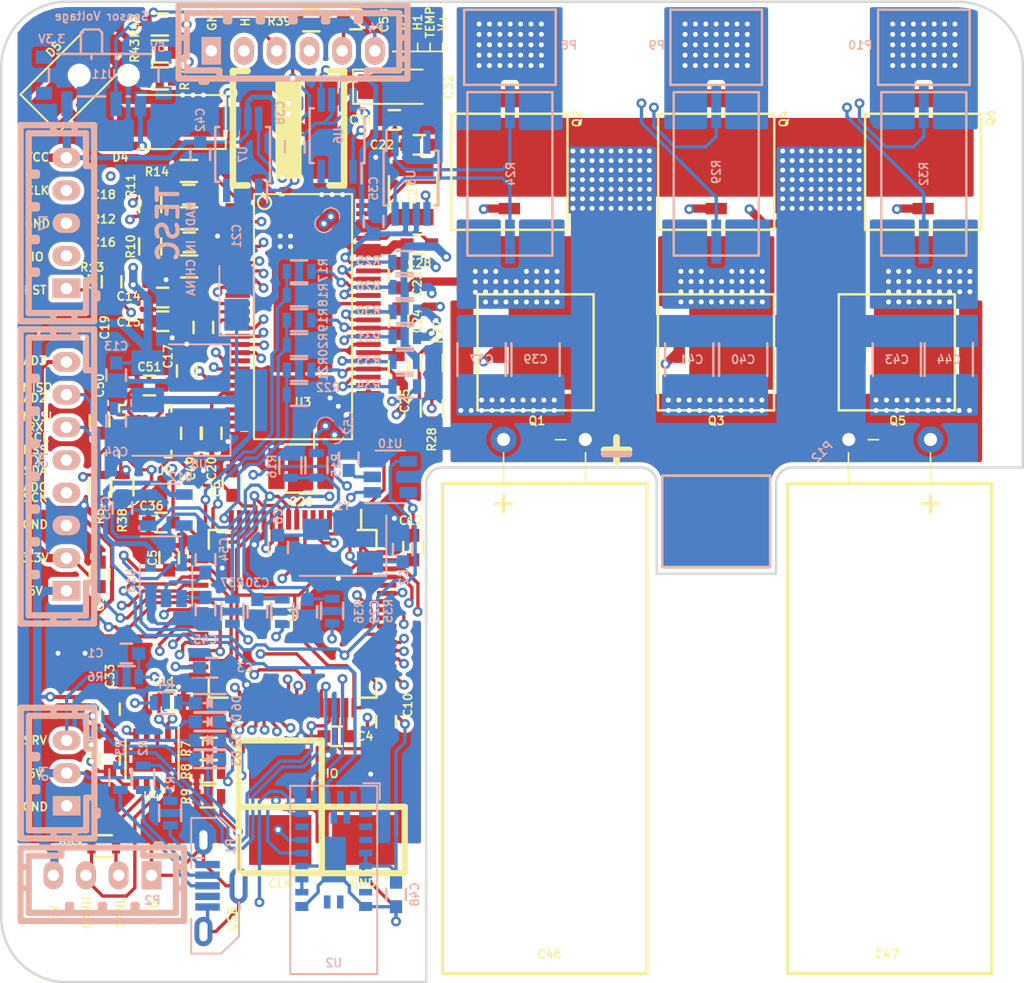
<source format=kicad_pcb>
(kicad_pcb (version 20171130) (host pcbnew "(5.1.5-0)")
  (title_block (title "VESC Plus 6.6") (date 2018-05-08) (rev A) (company "LI Tao"))
  (layers (0 F.Cu signal) (1 GND.Cu signal) (2 PWR.Cu signal) (31 B.Cu signal) (34 B.Paste user) (35 F.Paste user) (36 B.SilkS user) (37 F.SilkS user) (38 B.Mask user) (39 F.Mask user) (44 Edge.Cuts user))
  (net 0 "")
  (net 1 /MCU/SERVO)
  (net 2 GND)
  (net 3 "Net-(C2-Pad2)")
  (net 4 "Net-(C3-Pad2)")
  (net 5 "Net-(C4-Pad2)")
  (net 6 VCC)
  (net 7 /MCU/NRST)
  (net 8 "Net-(C8-Pad2)")
  (net 9 +5V)
  (net 10 "Net-(C14-Pad1)")
  (net 11 "Net-(C16-Pad2)")
  (net 12 "Net-(C17-Pad1)")
  (net 13 "Net-(C18-Pad2)")
  (net 14 "Net-(C19-Pad1)")
  (net 15 "Net-(C19-Pad2)")
  (net 16 "Net-(C20-Pad1)")
  (net 17 "Net-(C22-Pad1)")
  (net 18 "Net-(C23-Pad1)")
  (net 19 /DRV8301/SH_A)
  (net 20 "Net-(C24-Pad1)")
  (net 21 /DRV8301/SH_B)
  (net 22 "Net-(C25-Pad1)")
  (net 23 /DRV8301/SH_C)
  (net 24 SUPPLY)
  (net 25 "Net-(C28-Pad1)")
  (net 26 "Net-(C28-Pad2)")
  (net 27 /MCU/CURRENT_1)
  (net 28 /MCU/CURRENT_2)
  (net 29 /MCU/ADC_TEMP)
  (net 30 /MCU/CURRENT_3)
  (net 31 "Net-(C49-Pad2)")
  (net 32 "Net-(C54-Pad1)")
  (net 33 /MCU/TEMP_MOTOR)
  (net 34 "Net-(P1-Pad1)")
  (net 35 "Net-(P1-Pad2)")
  (net 36 "Net-(P1-Pad3)")
  (net 37 "Net-(P1-Pad4)")
  (net 38 /CAN/CANH)
  (net 39 /CAN/CANL)
  (net 40 /MCU/HALL_2)
  (net 41 /MCU/HALL_3)
  (net 42 /MCU/HALL_1)
  (net 43 "Net-(P4-Pad6)")
  (net 44 /MCU/MISO_ADC_EXT2)
  (net 45 /MCU/RX_SDA_NSS)
  (net 46 /MCU/SCK_ADC_EXT)
  (net 47 /MCU/ADC_15)
  (net 48 "Net-(P6-Pad3)")
  (net 49 /MCU/SWDIO)
  (net 50 /MCU/SWCLK)
  (net 51 /MCU/USB_DM)
  (net 52 /MCU/USB_DP)
  (net 53 "Net-(D1-Pad1)")
  (net 54 "Net-(D2-Pad1)")
  (net 55 "Net-(D3-Pad1)")
  (net 56 "Net-(R10-Pad2)")
  (net 57 "Net-(R13-Pad2)")
  (net 58 "Net-(R14-Pad2)")
  (net 59 /MCU/AI_IN)
  (net 60 /DRV8301/SENS_A)
  (net 61 /DRV8301/SENS_B)
  (net 62 /DRV8301/SENS_C)
  (net 63 "Net-(P8-Pad1)")
  (net 64 /DRV8301/GH_A)
  (net 65 /DRV8301/GL_A)
  (net 66 "Net-(P9-Pad1)")
  (net 67 /DRV8301/GH_B)
  (net 68 /DRV8301/GL_B)
  (net 69 "Net-(P10-Pad1)")
  (net 70 /DRV8301/GH_C)
  (net 71 /DRV8301/GL_C)
  (net 72 /Power/C_A)
  (net 73 /Power/C_B)
  (net 74 /Power/C_C)
  (net 75 "Net-(U1-Pad4)")
  (net 76 "Net-(U1-Pad2)")
  (net 77 "Net-(U1-Pad3)")
  (net 78 /DRV8301/INL_A)
  (net 79 /DRV8301/INL_B)
  (net 80 /DRV8301/INL_C)
  (net 81 /DRV8301/CS)
  (net 82 /DRV8301/SCLK)
  (net 83 /DRV8301/SDO)
  (net 84 /DRV8301/SDI)
  (net 85 /MCU/LED_GREEN)
  (net 86 /MCU/LED_RED)
  (net 87 /MCU/H1)
  (net 88 /MCU/H2)
  (net 89 /MCU/H3)
  (net 90 /DRV8301/EN_GATE)
  (net 91 /DRV8301/FAULT)
  (net 92 /MCU/CAN_RX)
  (net 93 /MCU/CAN_TX)
  (net 94 "Net-(U3-Pad12)")
  (net 95 "Net-(U3-Pad4)")
  (net 96 "Net-(U3-Pad5)")
  (net 97 "Net-(U3-Pad25)")
  (net 98 "Net-(U3-Pad26)")
  (net 99 "Net-(U3-Pad55)")
  (net 100 "Net-(R24-Pad3)")
  (net 101 "Net-(U5-Pad4)")
  (net 102 "Net-(R24-Pad4)")
  (net 103 "Net-(R29-Pad3)")
  (net 104 "Net-(U6-Pad4)")
  (net 105 "Net-(R29-Pad4)")
  (net 106 "Net-(R32-Pad3)")
  (net 107 "Net-(U7-Pad4)")
  (net 108 "Net-(R32-Pad4)")
  (net 109 "Net-(Q2-PadG)")
  (net 110 "Net-(Q1-PadG)")
  (net 111 "Net-(Q3-PadG)")
  (net 112 "Net-(Q4-PadG)")
  (net 113 "Net-(Q5-PadG)")
  (net 114 "Net-(Q6-PadG)")
  (net 115 "Net-(C52-Pad1)")
  (net 116 "Net-(C53-Pad1)")
  (net 117 "Net-(D6-Pad2)")
  (net 118 "Net-(J1-Pad1)")
  (net 119 "Net-(J2-Pad1)")
  (net 120 /MCU/TX_SCL_MOSI)
  (net 121 "Net-(R4-Pad2)")
  (net 122 /MCU/PA15)
  (net 123 /MCU/PB2)
  (net 124 "Net-(U1-Pad56)")
  (net 125 "Net-(U1-Pad55)")
  (net 126 /Power/CURR_FILTER)
  (net 127 "Net-(U1-Pad33)")
  (net 128 "Net-(U2-Pad23)")
  (net 129 "Net-(U2-Pad24)")
  (net 130 "Net-(U2-Pad2)")
  (net 131 "Net-(U2-Pad10)")
  (net 132 "Net-(U2-Pad11)")
  (net 133 "Net-(U2-Pad26)")
  (net 134 "Net-(U2-Pad25)")
  (net 135 "Net-(U2-Pad27)")
  (net 136 "Net-(U2-Pad18)")
  (net 137 "Net-(U2-Pad13)")
  (net 138 "Net-(U2-Pad3)")
  (net 139 "Net-(U2-Pad4)")
  (net 140 "Net-(U2-Pad7)")
  (net 141 "Net-(U2-Pad8)")
  (net 142 "Net-(U9-Pad7)")
  (net 143 "Net-(U9-Pad12)")
  (net 144 "Net-(U9-Pad19)")
  (net 145 "Net-(U9-Pad21)")
  (module CRF1:1PAD (layer F.Cu) (at 131.064 102.235 90)
    (fp_text reference IO (at 0 3.175 180) (layer F.SilkS) (effects (font (size 0.508 0.508) (thickness 0.1016))))
    (fp_text value IO hide)
    (pad 1 smd rect (at 0 0 90) (size 3.048 3.81) (layers F.Cu F.Paste F.Mask) (net 118 "Net-(J1-Pad1)"))
  )
  (module CRF1:1PAD (layer F.Cu) (at 131.064 106.299 90)
    (fp_text reference CLK (at -2.667 0 180) (layer F.SilkS) (effects (font (size 0.508 0.508) (thickness 0.1016))))
    (fp_text value CLK hide)
    (pad 1 smd rect (at 0 0 90) (size 3.048 3.81) (layers F.Cu F.Paste F.Mask) (net 119 "Net-(J2-Pad1)"))
  )
  (module CRF1:1PAD (layer F.Cu) (at 136.144 106.299 90)
    (fp_text reference GND (at -2.667 0 180) (layer F.SilkS) (effects (font (size 0.508 0.508) (thickness 0.1016))))
    (fp_text value GND hide)
    (pad 1 smd rect (at 0 0 90) (size 3.048 3.81) (layers F.Cu F.Paste F.Mask) (net 2 GND))
  )
  (module CRF1:L_Coilcraft_XAL5050 (layer F.Cu) (at 131.572 62.738)
    (fp_text reference L2 (at 0.004 0) (layer F.SilkS) (effects (font (size 0.508 0.508) (thickness 0.1016))))
    (fp_text value 22u hide)
    (pad 2 smd rect (at 2 0) (size 2 6.2) (layers F.Cu F.Paste F.Mask) (net 9 +5V))
    (pad 1 smd rect (at -2 0) (size 2 6.2) (layers F.Cu F.Paste F.Mask) (net 26 "Net-(C28-Pad2)"))
  )
  (module IR-DirectFETs:IR-directFET_L8-Outline_Names (layer F.Cu) (at 157.734 65.405 90)
    (fp_text reference Q4 (at 3.2385 4.138 90) (layer F.SilkS) (effects (font (size 0.508 0.508) (thickness 0.1016))))
    (fp_text value IRF7749 hide)
    (pad D~ smd rect (at 4.49834 -2.19964 90) (size 1.09982 1.69926) (layers F.Cu F.Paste F.Mask))
    (pad D~ smd rect (at 4.49834 2.19964 90) (size 1.09982 1.69926) (layers F.Cu F.Paste F.Mask))
    (pad D~ smd rect (at 4.49834 0 90) (size 1.09982 1.69926) (layers F.Cu F.Paste F.Mask))
    (pad D smd rect (at -4.50088 2.19964 90) (size 1.09982 1.69926) (layers F.Cu F.Paste F.Mask) (net 21 /DRV8301/SH_B))
    (pad D smd rect (at -4.50088 -2.19964 90) (size 1.09982 1.69926) (layers F.Cu F.Paste F.Mask) (net 21 /DRV8301/SH_B))
    (pad D smd rect (at -4.50088 0 90) (size 1.09982 1.69926) (layers F.Cu F.Paste F.Mask) (net 21 /DRV8301/SH_B))
    (pad S smd rect (at 1.95072 1.72974 90) (size 1.09982 0.8509) (layers F.Cu F.Paste F.Mask) (net 2 GND))
    (pad S smd rect (at -0.8509 1.72974 90) (size 1.09982 0.8509) (layers F.Cu F.Paste F.Mask) (net 2 GND))
    (pad S smd rect (at 1.95072 -1.72974 90) (size 1.09982 0.8509) (layers F.Cu F.Paste F.Mask) (net 2 GND))
    (pad S smd rect (at -0.8509 -1.72974 90) (size 1.09982 0.8509) (layers F.Cu F.Paste F.Mask) (net 2 GND))
    (pad S smd rect (at 1.95072 -0.57912 90) (size 1.09982 0.8509) (layers F.Cu F.Paste F.Mask) (net 2 GND))
    (pad S smd rect (at 1.95072 0.57912 90) (size 1.09982 0.8509) (layers F.Cu F.Paste F.Mask) (net 2 GND))
    (pad S smd rect (at -0.8509 0.57912 90) (size 1.09982 0.8509) (layers F.Cu F.Paste F.Mask) (net 2 GND))
    (pad S smd rect (at -0.8509 -0.57912 90) (size 1.09982 0.8509) (layers F.Cu F.Paste F.Mask) (net 2 GND))
    (pad G smd rect (at -2.25044 0 90) (size 0.70104 1.30048) (layers F.Cu F.Paste F.Mask) (net 112 "Net-(Q4-PadG)"))
  )
  (module IR-DirectFETs:IR-directFET_L8-Outline_Names (layer F.Cu) (at 157.721 76.454)
    (fp_text reference Q3 (at 0.013 4.191) (layer F.SilkS) (effects (font (size 0.508 0.508) (thickness 0.1016))))
    (fp_text value IRF7749 hide)
    (pad D smd rect (at 4.49834 -2.19964) (size 1.09982 1.69926) (layers F.Cu F.Paste F.Mask) (net 24 SUPPLY))
    (pad D smd rect (at 4.49834 2.19964) (size 1.09982 1.69926) (layers F.Cu F.Paste F.Mask) (net 24 SUPPLY))
    (pad D smd rect (at 4.49834 0) (size 1.09982 1.69926) (layers F.Cu F.Paste F.Mask) (net 24 SUPPLY))
    (pad D smd rect (at -4.50088 2.19964) (size 1.09982 1.69926) (layers F.Cu F.Paste F.Mask) (net 24 SUPPLY))
    (pad D smd rect (at -4.50088 -2.19964) (size 1.09982 1.69926) (layers F.Cu F.Paste F.Mask) (net 24 SUPPLY))
    (pad D smd rect (at -4.50088 0) (size 1.09982 1.69926) (layers F.Cu F.Paste F.Mask) (net 24 SUPPLY))
    (pad S smd rect (at 1.95072 1.72974) (size 1.09982 0.8509) (layers F.Cu F.Paste F.Mask) (net 21 /DRV8301/SH_B))
    (pad S smd rect (at -0.8509 1.72974) (size 1.09982 0.8509) (layers F.Cu F.Paste F.Mask) (net 21 /DRV8301/SH_B))
    (pad S smd rect (at 1.95072 -1.72974) (size 1.09982 0.8509) (layers F.Cu F.Paste F.Mask) (net 21 /DRV8301/SH_B))
    (pad S smd rect (at -0.8509 -1.72974) (size 1.09982 0.8509) (layers F.Cu F.Paste F.Mask) (net 21 /DRV8301/SH_B))
    (pad S smd rect (at 1.95072 -0.57912) (size 1.09982 0.8509) (layers F.Cu F.Paste F.Mask) (net 21 /DRV8301/SH_B))
    (pad S smd rect (at 1.95072 0.57912) (size 1.09982 0.8509) (layers F.Cu F.Paste F.Mask) (net 21 /DRV8301/SH_B))
    (pad S smd rect (at -0.8509 0.57912) (size 1.09982 0.8509) (layers F.Cu F.Paste F.Mask) (net 21 /DRV8301/SH_B))
    (pad S smd rect (at -0.8509 -0.57912) (size 1.09982 0.8509) (layers F.Cu F.Paste F.Mask) (net 21 /DRV8301/SH_B))
    (pad G smd rect (at -2.25044 0) (size 0.70104 1.30048) (layers F.Cu F.Paste F.Mask) (net 111 "Net-(Q3-PadG)"))
  )
  (module IR-DirectFETs:IR-directFET_L8-Outline_Names (layer F.Cu) (at 170.393 65.405 90)
    (fp_text reference Q6 (at 3.302 4.105 90) (layer F.SilkS) (effects (font (size 0.508 0.508) (thickness 0.1016))))
    (fp_text value IRF7749 hide)
    (pad D~ smd rect (at 4.49834 -2.19964 90) (size 1.09982 1.69926) (layers F.Cu F.Paste F.Mask))
    (pad D~ smd rect (at 4.49834 2.19964 90) (size 1.09982 1.69926) (layers F.Cu F.Paste F.Mask))
    (pad D~ smd rect (at 4.49834 0 90) (size 1.09982 1.69926) (layers F.Cu F.Paste F.Mask))
    (pad D smd rect (at -4.50088 2.19964 90) (size 1.09982 1.69926) (layers F.Cu F.Paste F.Mask) (net 23 /DRV8301/SH_C))
    (pad D smd rect (at -4.50088 -2.19964 90) (size 1.09982 1.69926) (layers F.Cu F.Paste F.Mask) (net 23 /DRV8301/SH_C))
    (pad D smd rect (at -4.50088 0 90) (size 1.09982 1.69926) (layers F.Cu F.Paste F.Mask) (net 23 /DRV8301/SH_C))
    (pad S smd rect (at 1.95072 1.72974 90) (size 1.09982 0.8509) (layers F.Cu F.Paste F.Mask) (net 2 GND))
    (pad S smd rect (at -0.8509 1.72974 90) (size 1.09982 0.8509) (layers F.Cu F.Paste F.Mask) (net 2 GND))
    (pad S smd rect (at 1.95072 -1.72974 90) (size 1.09982 0.8509) (layers F.Cu F.Paste F.Mask) (net 2 GND))
    (pad S smd rect (at -0.8509 -1.72974 90) (size 1.09982 0.8509) (layers F.Cu F.Paste F.Mask) (net 2 GND))
    (pad S smd rect (at 1.95072 -0.57912 90) (size 1.09982 0.8509) (layers F.Cu F.Paste F.Mask) (net 2 GND))
    (pad S smd rect (at 1.95072 0.57912 90) (size 1.09982 0.8509) (layers F.Cu F.Paste F.Mask) (net 2 GND))
    (pad S smd rect (at -0.8509 0.57912 90) (size 1.09982 0.8509) (layers F.Cu F.Paste F.Mask) (net 2 GND))
    (pad S smd rect (at -0.8509 -0.57912 90) (size 1.09982 0.8509) (layers F.Cu F.Paste F.Mask) (net 2 GND))
    (pad G smd rect (at -2.25044 0 90) (size 0.70104 1.30048) (layers F.Cu F.Paste F.Mask) (net 114 "Net-(Q6-PadG)"))
  )
  (module IR-DirectFETs:IR-directFET_L8-Outline_Names (layer F.Cu) (at 168.783 76.454)
    (fp_text reference Q5 (at 0.049 4.191) (layer F.SilkS) (effects (font (size 0.508 0.508) (thickness 0.1016))))
    (fp_text value IRF7749 hide)
    (pad D smd rect (at 4.49834 -2.19964) (size 1.09982 1.69926) (layers F.Cu F.Paste F.Mask) (net 24 SUPPLY))
    (pad D smd rect (at 4.49834 2.19964) (size 1.09982 1.69926) (layers F.Cu F.Paste F.Mask) (net 24 SUPPLY))
    (pad D smd rect (at 4.49834 0) (size 1.09982 1.69926) (layers F.Cu F.Paste F.Mask) (net 24 SUPPLY))
    (pad D smd rect (at -4.50088 2.19964) (size 1.09982 1.69926) (layers F.Cu F.Paste F.Mask) (net 24 SUPPLY))
    (pad D smd rect (at -4.50088 -2.19964) (size 1.09982 1.69926) (layers F.Cu F.Paste F.Mask) (net 24 SUPPLY))
    (pad D smd rect (at -4.50088 0) (size 1.09982 1.69926) (layers F.Cu F.Paste F.Mask) (net 24 SUPPLY))
    (pad S smd rect (at 1.95072 1.72974) (size 1.09982 0.8509) (layers F.Cu F.Paste F.Mask) (net 23 /DRV8301/SH_C))
    (pad S smd rect (at -0.8509 1.72974) (size 1.09982 0.8509) (layers F.Cu F.Paste F.Mask) (net 23 /DRV8301/SH_C))
    (pad S smd rect (at 1.95072 -1.72974) (size 1.09982 0.8509) (layers F.Cu F.Paste F.Mask) (net 23 /DRV8301/SH_C))
    (pad S smd rect (at -0.8509 -1.72974) (size 1.09982 0.8509) (layers F.Cu F.Paste F.Mask) (net 23 /DRV8301/SH_C))
    (pad S smd rect (at 1.95072 -0.57912) (size 1.09982 0.8509) (layers F.Cu F.Paste F.Mask) (net 23 /DRV8301/SH_C))
    (pad S smd rect (at 1.95072 0.57912) (size 1.09982 0.8509) (layers F.Cu F.Paste F.Mask) (net 23 /DRV8301/SH_C))
    (pad S smd rect (at -0.8509 0.57912) (size 1.09982 0.8509) (layers F.Cu F.Paste F.Mask) (net 23 /DRV8301/SH_C))
    (pad S smd rect (at -0.8509 -0.57912) (size 1.09982 0.8509) (layers F.Cu F.Paste F.Mask) (net 23 /DRV8301/SH_C))
    (pad G smd rect (at -2.25044 0) (size 0.70104 1.30048) (layers F.Cu F.Paste F.Mask) (net 113 "Net-(Q5-PadG)"))
  )
  (module IR-DirectFETs:IR-directFET_L8-Outline_Names (layer F.Cu) (at 145.087 65.405 90)
    (fp_text reference Q2 (at 3.2385 4.138 90) (layer F.SilkS) (effects (font (size 0.508 0.508) (thickness 0.1016))))
    (fp_text value IRF7749 hide)
    (pad D~ smd rect (at 4.49834 -2.19964 90) (size 1.09982 1.69926) (layers F.Cu F.Paste F.Mask))
    (pad D~ smd rect (at 4.49834 2.19964 90) (size 1.09982 1.69926) (layers F.Cu F.Paste F.Mask))
    (pad D~ smd rect (at 4.49834 0 90) (size 1.09982 1.69926) (layers F.Cu F.Paste F.Mask))
    (pad D smd rect (at -4.50088 2.19964 90) (size 1.09982 1.69926) (layers F.Cu F.Paste F.Mask) (net 19 /DRV8301/SH_A))
    (pad D smd rect (at -4.50088 -2.19964 90) (size 1.09982 1.69926) (layers F.Cu F.Paste F.Mask) (net 19 /DRV8301/SH_A))
    (pad D smd rect (at -4.50088 0 90) (size 1.09982 1.69926) (layers F.Cu F.Paste F.Mask) (net 19 /DRV8301/SH_A))
    (pad S smd rect (at 1.95072 1.72974 90) (size 1.09982 0.8509) (layers F.Cu F.Paste F.Mask) (net 2 GND))
    (pad S smd rect (at -0.8509 1.72974 90) (size 1.09982 0.8509) (layers F.Cu F.Paste F.Mask) (net 2 GND))
    (pad S smd rect (at 1.95072 -1.72974 90) (size 1.09982 0.8509) (layers F.Cu F.Paste F.Mask) (net 2 GND))
    (pad S smd rect (at -0.8509 -1.72974 90) (size 1.09982 0.8509) (layers F.Cu F.Paste F.Mask) (net 2 GND))
    (pad S smd rect (at 1.95072 -0.57912 90) (size 1.09982 0.8509) (layers F.Cu F.Paste F.Mask) (net 2 GND))
    (pad S smd rect (at 1.95072 0.57912 90) (size 1.09982 0.8509) (layers F.Cu F.Paste F.Mask) (net 2 GND))
    (pad S smd rect (at -0.8509 0.57912 90) (size 1.09982 0.8509) (layers F.Cu F.Paste F.Mask) (net 2 GND))
    (pad S smd rect (at -0.8509 -0.57912 90) (size 1.09982 0.8509) (layers F.Cu F.Paste F.Mask) (net 2 GND))
    (pad G smd rect (at -2.25044 0 90) (size 0.70104 1.30048) (layers F.Cu F.Paste F.Mask) (net 109 "Net-(Q2-PadG)"))
  )
  (module IR-DirectFETs:IR-directFET_L8-Outline_Names (layer F.Cu) (at 146.685 76.454)
    (fp_text reference Q1 (at 0.078 4.191) (layer F.SilkS) (effects (font (size 0.508 0.508) (thickness 0.1016))))
    (fp_text value IRF7749 hide)
    (pad D smd rect (at 4.49834 -2.19964) (size 1.09982 1.69926) (layers F.Cu F.Paste F.Mask) (net 24 SUPPLY))
    (pad D smd rect (at 4.49834 2.19964) (size 1.09982 1.69926) (layers F.Cu F.Paste F.Mask) (net 24 SUPPLY))
    (pad D smd rect (at 4.49834 0) (size 1.09982 1.69926) (layers F.Cu F.Paste F.Mask) (net 24 SUPPLY))
    (pad D smd rect (at -4.50088 2.19964) (size 1.09982 1.69926) (layers F.Cu F.Paste F.Mask) (net 24 SUPPLY))
    (pad D smd rect (at -4.50088 -2.19964) (size 1.09982 1.69926) (layers F.Cu F.Paste F.Mask) (net 24 SUPPLY))
    (pad D smd rect (at -4.50088 0) (size 1.09982 1.69926) (layers F.Cu F.Paste F.Mask) (net 24 SUPPLY))
    (pad S smd rect (at 1.95072 1.72974) (size 1.09982 0.8509) (layers F.Cu F.Paste F.Mask) (net 19 /DRV8301/SH_A))
    (pad S smd rect (at -0.8509 1.72974) (size 1.09982 0.8509) (layers F.Cu F.Paste F.Mask) (net 19 /DRV8301/SH_A))
    (pad S smd rect (at 1.95072 -1.72974) (size 1.09982 0.8509) (layers F.Cu F.Paste F.Mask) (net 19 /DRV8301/SH_A))
    (pad S smd rect (at -0.8509 -1.72974) (size 1.09982 0.8509) (layers F.Cu F.Paste F.Mask) (net 19 /DRV8301/SH_A))
    (pad S smd rect (at 1.95072 -0.57912) (size 1.09982 0.8509) (layers F.Cu F.Paste F.Mask) (net 19 /DRV8301/SH_A))
    (pad S smd rect (at 1.95072 0.57912) (size 1.09982 0.8509) (layers F.Cu F.Paste F.Mask) (net 19 /DRV8301/SH_A))
    (pad S smd rect (at -0.8509 0.57912) (size 1.09982 0.8509) (layers F.Cu F.Paste F.Mask) (net 19 /DRV8301/SH_A))
    (pad S smd rect (at -0.8509 -0.57912) (size 1.09982 0.8509) (layers F.Cu F.Paste F.Mask) (net 19 /DRV8301/SH_A))
    (pad G smd rect (at -2.25044 0) (size 0.70104 1.30048) (layers F.Cu F.Paste F.Mask) (net 110 "Net-(Q1-PadG)"))
  )
  (module Buttons_Switches_SMD:SW_SPDT_PCM12 (layer B.Cu) (at 120.269 59.817)
    (fp_text reference U11 (at 0 -0.381) (layer B.SilkS) (effects (font (size 0.508 0.508) (thickness 0.1016)) (justify mirror)))
    (fp_text value SENSOR_VOLTAGE hide)
    (pad "" smd rect (at -3.65 0.775) (size 1 0.8) (layers B.Cu B.Paste B.Mask))
    (pad "" smd rect (at 3.65 0.775) (size 1 0.8) (layers B.Cu B.Paste B.Mask))
    (pad "" smd rect (at 3.65 -1.425) (size 1 0.8) (layers B.Cu B.Paste B.Mask))
    (pad "" smd rect (at -3.65 -1.425) (size 1 0.8) (layers B.Cu B.Paste B.Mask))
    (pad 3 smd rect (at 2.25 1.425) (size 0.7 1.5) (layers B.Cu B.Paste B.Mask) (net 9 +5V))
    (pad 2 smd rect (at 0.75 1.425) (size 0.7 1.5) (layers B.Cu B.Paste B.Mask) (net 43 "Net-(P4-Pad6)"))
    (pad 1 smd rect (at -2.25 1.425) (size 0.7 1.5) (layers B.Cu B.Paste B.Mask) (net 6 VCC))
    (pad "" np_thru_hole circle (at 1.5 -0.325) (size 0.9 0.9) (drill 0.9) (layers *.Cu *.Mask))
    (pad "" np_thru_hole circle (at -1.5 -0.325) (size 0.9 0.9) (drill 0.9) (layers *.Cu *.Mask))
  )
  (module LEDs:LED_0603 (layer B.Cu) (at 126.619 101.346 180)
    (fp_text reference D3 (at -1.778 0.0465 90) (layer B.SilkS) (effects (font (size 0.508 0.508) (thickness 0.1016)) (justify mirror)))
    (fp_text value GREEN hide)
    (pad 2 smd rect (at 0.7493 0) (size 0.79756 0.79756) (layers B.Cu B.Paste B.Mask) (net 85 /MCU/LED_GREEN))
    (pad 1 smd rect (at -0.7493 0) (size 0.79756 0.79756) (layers B.Cu B.Paste B.Mask) (net 55 "Net-(D3-Pad1)"))
  )
  (module LEDs:LED_0603 (layer B.Cu) (at 126.619 99.06 180)
    (fp_text reference D1 (at -1.778 0 90) (layer B.SilkS) (effects (font (size 0.508 0.508) (thickness 0.1016)) (justify mirror)))
    (fp_text value BLUE hide)
    (pad 2 smd rect (at 0.7493 0) (size 0.79756 0.79756) (layers B.Cu B.Paste B.Mask) (net 6 VCC))
    (pad 1 smd rect (at -0.7493 0) (size 0.79756 0.79756) (layers B.Cu B.Paste B.Mask) (net 53 "Net-(D1-Pad1)"))
  )
  (module LEDs:LED_0603 (layer B.Cu) (at 126.619 100.203 180)
    (fp_text reference D2 (at -1.778 0 90) (layer B.SilkS) (effects (font (size 0.508 0.508) (thickness 0.1016)) (justify mirror)))
    (fp_text value RED hide)
    (pad 2 smd rect (at 0.7493 0) (size 0.79756 0.79756) (layers B.Cu B.Paste B.Mask) (net 86 /MCU/LED_RED))
    (pad 1 smd rect (at -0.7493 0) (size 0.79756 0.79756) (layers B.Cu B.Paste B.Mask) (net 54 "Net-(D2-Pad1)"))
  )
  (module LEDs:LED_0603 (layer B.Cu) (at 126.619 97.917 180)
    (fp_text reference D6 (at -1.778 0 270) (layer B.SilkS) (effects (font (size 0.508 0.508) (thickness 0.1016)) (justify mirror)))
    (fp_text value RED hide)
    (pad 1 smd rect (at -0.7493 0) (size 0.79756 0.79756) (layers B.Cu B.Paste B.Mask) (net 2 GND))
    (pad 2 smd rect (at 0.7493 0) (size 0.79756 0.79756) (layers B.Cu B.Paste B.Mask) (net 117 "Net-(D6-Pad2)"))
  )
  (module Capacitors_SMD:C_0603 (layer F.Cu) (at 124.3965 97.746)
    (fp_text reference C11 (at -0.4445 -1.143) (layer F.SilkS) (effects (font (size 0.508 0.508) (thickness 0.1016))))
    (fp_text value 2.2u hide)
    (pad 1 smd rect (at -0.75 0) (size 0.8 0.75) (layers F.Cu F.Paste F.Mask) (net 6 VCC))
    (pad 2 smd rect (at 0.75 0) (size 0.8 0.75) (layers F.Cu F.Paste F.Mask) (net 2 GND))
  )
  (module Housings_DFN_QFN:QFN-24_3x3mm_Pitch0.4mm (layer F.Cu) (at 122.809 81.28 90)
    (fp_text reference U9 (at -2.413 1.143 180) (layer F.SilkS) (effects (font (size 0.508 0.508) (thickness 0.1016))))
    (fp_text value MPU9250 hide)
    (pad 1 smd oval (at -1.5 -1 90) (size 0.55 0.2) (layers F.Cu F.Paste F.Mask) (net 6 VCC))
    (pad 2 smd oval (at -1.5 -0.6 90) (size 0.55 0.2) (layers F.Cu F.Paste F.Mask))
    (pad 3 smd oval (at -1.5 -0.2 90) (size 0.55 0.2) (layers F.Cu F.Paste F.Mask))
    (pad 4 smd oval (at -1.5 0.2 90) (size 0.55 0.2) (layers F.Cu F.Paste F.Mask))
    (pad 5 smd oval (at -1.5 0.6 90) (size 0.55 0.2) (layers F.Cu F.Paste F.Mask))
    (pad 6 smd oval (at -1.5 1 90) (size 0.55 0.2) (layers F.Cu F.Paste F.Mask))
    (pad 7 smd oval (at -1 1.5 180) (size 0.55 0.2) (layers F.Cu F.Paste F.Mask) (net 142 "Net-(U9-Pad7)"))
    (pad 8 smd oval (at -0.6 1.5 180) (size 0.55 0.2) (layers F.Cu F.Paste F.Mask) (net 6 VCC))
    (pad 9 smd oval (at -0.2 1.5 180) (size 0.55 0.2) (layers F.Cu F.Paste F.Mask) (net 2 GND))
    (pad 10 smd oval (at 0.2 1.5 180) (size 0.55 0.2) (layers F.Cu F.Paste F.Mask) (net 31 "Net-(C49-Pad2)"))
    (pad 11 smd oval (at 0.6 1.5 180) (size 0.55 0.2) (layers F.Cu F.Paste F.Mask) (net 2 GND))
    (pad 12 smd oval (at 1 1.5 180) (size 0.55 0.2) (layers F.Cu F.Paste F.Mask) (net 143 "Net-(U9-Pad12)"))
    (pad 13 smd oval (at 1.5 1 90) (size 0.55 0.2) (layers F.Cu F.Paste F.Mask) (net 6 VCC))
    (pad 14 smd oval (at 1.5 0.6 90) (size 0.55 0.2) (layers F.Cu F.Paste F.Mask))
    (pad 15 smd oval (at 1.5 0.2 90) (size 0.55 0.2) (layers F.Cu F.Paste F.Mask))
    (pad 16 smd oval (at 1.5 -0.2 90) (size 0.55 0.2) (layers F.Cu F.Paste F.Mask))
    (pad 17 smd oval (at 1.5 -0.6 90) (size 0.55 0.2) (layers F.Cu F.Paste F.Mask))
    (pad 18 smd oval (at 1.5 -1 90) (size 0.55 0.2) (layers F.Cu F.Paste F.Mask) (net 2 GND))
    (pad 19 smd oval (at 1 -1.5 180) (size 0.55 0.2) (layers F.Cu F.Paste F.Mask) (net 144 "Net-(U9-Pad19)"))
    (pad 20 smd oval (at 0.6 -1.5 180) (size 0.55 0.2) (layers F.Cu F.Paste F.Mask) (net 2 GND))
    (pad 21 smd oval (at 0.2 -1.5 180) (size 0.55 0.2) (layers F.Cu F.Paste F.Mask) (net 145 "Net-(U9-Pad21)"))
    (pad 22 smd oval (at -0.2 -1.5 180) (size 0.55 0.2) (layers F.Cu F.Paste F.Mask) (net 6 VCC))
    (pad 23 smd oval (at -0.6 -1.5 180) (size 0.55 0.2) (layers F.Cu F.Paste F.Mask) (net 122 /MCU/PA15))
    (pad 24 smd oval (at -1 -1.5 180) (size 0.55 0.2) (layers F.Cu F.Paste F.Mask) (net 123 /MCU/PB2))
  )
  (module Diodes_SMD:D_SMA (layer F.Cu) (at 124.333 62.357 180)
    (fp_text reference D4 (at 3.048 -2.159 180) (layer F.SilkS) (effects (font (size 0.508 0.508) (thickness 0.1016))))
    (fp_text value DIODE hide)
    (pad 1 smd rect (at -2 0 180) (size 2.5 1.8) (layers F.Cu F.Paste F.Mask) (net 26 "Net-(C28-Pad2)"))
    (pad 2 smd rect (at 2 0 180) (size 2.5 1.8) (layers F.Cu F.Paste F.Mask) (net 2 GND))
  )
  (module Connectors_USB:USB_Micro-B_Vertical_Molex-105133-0001 (layer B.Cu) (at 127.444 109.1 270)
    (fp_text reference P1 (at -2.407 -0.576 90) (layer B.SilkS) (effects (font (size 0.508 0.508) (thickness 0.1016)) (justify mirror)))
    (fp_text value USB_OTG hide)
    (pad 6 thru_hole oval (at 0 -1.075 270) (size 2.2 1.1) (drill oval 1.6 0.5) (layers *.Cu *.Mask) (net 2 GND))
    (pad 6 thru_hole oval (at 2.8 1.075 270) (size 1.8 1.1) (drill oval 1.2 0.5) (layers *.Cu *.Mask) (net 2 GND))
    (pad 6 thru_hole oval (at -2.8 1.075 270) (size 1.8 1.1) (drill oval 1.2 0.5) (layers *.Cu *.Mask) (net 2 GND))
    (pad 1 smd rect (at -1.3 0.825 270) (size 0.45 1.5) (layers B.Cu B.Paste B.Mask) (net 34 "Net-(P1-Pad1)"))
    (pad 5 smd rect (at 1.3 0.825 270) (size 0.45 1.5) (layers B.Cu B.Paste B.Mask) (net 2 GND))
    (pad 2 smd rect (at -0.65 0.825 270) (size 0.45 1.5) (layers B.Cu B.Paste B.Mask) (net 35 "Net-(P1-Pad2)"))
    (pad 4 smd rect (at 0.65 0.825 270) (size 0.45 1.5) (layers B.Cu B.Paste B.Mask) (net 37 "Net-(P1-Pad4)"))
    (pad 3 smd rect (at 0 0.825 270) (size 0.45 1.5) (layers B.Cu B.Paste B.Mask) (net 36 "Net-(P1-Pad3)"))
  )
  (module Capacitors_SMD:C_0603 (layer F.Cu) (at 120.015 80.645 270)
    (fp_text reference C50 (at -2.159 0 270) (layer F.SilkS) (effects (font (size 0.508 0.508) (thickness 0.1016))))
    (fp_text value 2.2u hide)
    (pad 2 smd rect (at 0.75 0 270) (size 0.8 0.75) (layers F.Cu F.Paste F.Mask) (net 6 VCC))
    (pad 1 smd rect (at -0.75 0 270) (size 0.8 0.75) (layers F.Cu F.Paste F.Mask) (net 2 GND))
  )
  (module CRF1:SHUNT_CSS2H-3920 (layer B.Cu) (at 145.116 65.532 270)
    (fp_text reference R24 (at 0 -0.045 270) (layer B.SilkS) (effects (font (size 0.508 0.508) (thickness 0.1016)) (justify mirror)))
    (fp_text value 0.0005R hide)
    (pad 4 smd rect (at 4.15 0 270) (size 2.7 0.6) (layers B.Cu B.Paste B.Mask) (net 102 "Net-(R24-Pad4)"))
    (pad 3 smd rect (at -4.15 0 270) (size 2.7 0.6) (layers B.Cu B.Paste B.Mask) (net 100 "Net-(R24-Pad3)"))
    (pad 2 smd rect (at 4.15 1.95 270) (size 2.7 2.3) (layers B.Cu B.Paste B.Mask) (net 19 /DRV8301/SH_A))
    (pad 1 smd rect (at -4.15 -1.95 270) (size 2.7 2.3) (layers B.Cu B.Paste B.Mask) (net 63 "Net-(P8-Pad1)"))
    (pad 2 smd rect (at 4.15 -1.95 270) (size 2.7 2.3) (layers B.Cu B.Paste B.Mask) (net 19 /DRV8301/SH_A))
    (pad 1 smd rect (at -4.15 1.95 270) (size 2.7 2.3) (layers B.Cu B.Paste B.Mask) (net 63 "Net-(P8-Pad1)"))
  )
  (module CRF1:SHUNT_CSS2H-3920 (layer B.Cu) (at 170.434 65.532 270)
    (fp_text reference R32 (at 0 0 270) (layer B.SilkS) (effects (font (size 0.508 0.508) (thickness 0.1016)) (justify mirror)))
    (fp_text value 0.0005R hide)
    (pad 4 smd rect (at 4.15 0 270) (size 2.7 0.6) (layers B.Cu B.Paste B.Mask) (net 108 "Net-(R32-Pad4)"))
    (pad 3 smd rect (at -4.15 0 270) (size 2.7 0.6) (layers B.Cu B.Paste B.Mask) (net 106 "Net-(R32-Pad3)"))
    (pad 2 smd rect (at 4.15 1.95 270) (size 2.7 2.3) (layers B.Cu B.Paste B.Mask) (net 23 /DRV8301/SH_C))
    (pad 1 smd rect (at -4.15 -1.95 270) (size 2.7 2.3) (layers B.Cu B.Paste B.Mask) (net 69 "Net-(P10-Pad1)"))
    (pad 2 smd rect (at 4.15 -1.95 270) (size 2.7 2.3) (layers B.Cu B.Paste B.Mask) (net 23 /DRV8301/SH_C))
    (pad 1 smd rect (at -4.15 1.95 270) (size 2.7 2.3) (layers B.Cu B.Paste B.Mask) (net 69 "Net-(P10-Pad1)"))
  )
  (module CRF1:SHUNT_CSS2H-3920 (layer B.Cu) (at 157.734 65.532 270)
    (fp_text reference R29 (at -0.127 0 270) (layer B.SilkS) (effects (font (size 0.508 0.508) (thickness 0.1016)) (justify mirror)))
    (fp_text value 0.0005R hide)
    (pad 4 smd rect (at 4.15 0 270) (size 2.7 0.6) (layers B.Cu B.Paste B.Mask) (net 105 "Net-(R29-Pad4)"))
    (pad 3 smd rect (at -4.15 0 270) (size 2.7 0.6) (layers B.Cu B.Paste B.Mask) (net 103 "Net-(R29-Pad3)"))
    (pad 2 smd rect (at 4.15 1.95 270) (size 2.7 2.3) (layers B.Cu B.Paste B.Mask) (net 21 /DRV8301/SH_B))
    (pad 1 smd rect (at -4.15 -1.95 270) (size 2.7 2.3) (layers B.Cu B.Paste B.Mask) (net 66 "Net-(P9-Pad1)"))
    (pad 2 smd rect (at 4.15 -1.95 270) (size 2.7 2.3) (layers B.Cu B.Paste B.Mask) (net 21 /DRV8301/SH_B))
    (pad 1 smd rect (at -4.15 1.95 270) (size 2.7 2.3) (layers B.Cu B.Paste B.Mask) (net 66 "Net-(P9-Pad1)"))
  )
  (module CRF1:TSSOP-56-PP (layer F.Cu) (at 132.461 74.168 270)
    (fp_text reference U3 (at 5.334 0) (layer F.SilkS) (effects (font (size 0.508 0.508) (thickness 0.1016))))
    (fp_text value DRV8301 hide)
    (pad 38 smd rect (at 2.30378 -4.0005 270) (size 0.29972 1.50114) (layers F.Cu F.Paste F.Mask) (net 22 "Net-(C25-Pad1)"))
    (pad 39 smd rect (at 1.8034 -4.0005 270) (size 0.29972 1.50114) (layers F.Cu F.Paste F.Mask) (net 2 GND))
    (pad 40 smd rect (at 1.30302 -4.0005 270) (size 0.29972 1.50114) (layers F.Cu F.Paste F.Mask) (net 68 /DRV8301/GL_B))
    (pad 41 smd rect (at 0.80264 -4.0005 270) (size 0.29972 1.50114) (layers F.Cu F.Paste F.Mask) (net 21 /DRV8301/SH_B))
    (pad 42 smd rect (at 0.30226 -4.0005 270) (size 0.29972 1.50114) (layers F.Cu F.Paste F.Mask) (net 67 /DRV8301/GH_B))
    (pad 43 smd rect (at -0.19558 -4.0005 270) (size 0.29972 1.50114) (layers F.Cu F.Paste F.Mask) (net 20 "Net-(C24-Pad1)"))
    (pad 44 smd rect (at -0.69596 -4.0005 270) (size 0.29972 1.50114) (layers F.Cu F.Paste F.Mask) (net 2 GND))
    (pad 45 smd rect (at -1.19634 -4.0005 270) (size 0.29972 1.50114) (layers F.Cu F.Paste F.Mask) (net 65 /DRV8301/GL_A))
    (pad 46 smd rect (at -1.69672 -4.0005 270) (size 0.29972 1.50114) (layers F.Cu F.Paste F.Mask) (net 19 /DRV8301/SH_A))
    (pad 47 smd rect (at -2.1971 -4.0005 270) (size 0.29972 1.50114) (layers F.Cu F.Paste F.Mask) (net 64 /DRV8301/GH_A))
    (pad 48 smd rect (at -2.69748 -4.0005 270) (size 0.29972 1.50114) (layers F.Cu F.Paste F.Mask) (net 18 "Net-(C23-Pad1)"))
    (pad 29 smd rect (at 6.80212 -4.0005 270) (size 0.29972 1.50114) (layers F.Cu F.Paste F.Mask) (net 24 SUPPLY))
    (pad 30 smd rect (at 6.30428 -4.0005 270) (size 0.29972 1.50114) (layers F.Cu F.Paste F.Mask) (net 2 GND))
    (pad 31 smd rect (at 5.8039 -4.0005 270) (size 0.29972 1.50114) (layers F.Cu F.Paste F.Mask) (net 2 GND))
    (pad 17 smd rect (at 1.30302 4.0005 270) (size 0.29972 1.50114) (layers F.Cu F.Paste F.Mask) (net 87 /MCU/H1))
    (pad 33 smd rect (at 4.80314 -4.0005 270) (size 0.29972 1.50114) (layers F.Cu F.Paste F.Mask) (net 2 GND))
    (pad 34 smd rect (at 4.30276 -4.0005 270) (size 0.29972 1.50114) (layers F.Cu F.Paste F.Mask) (net 2 GND))
    (pad 35 smd rect (at 3.80238 -4.0005 270) (size 0.29972 1.50114) (layers F.Cu F.Paste F.Mask) (net 71 /DRV8301/GL_C))
    (pad 36 smd rect (at 3.30454 -4.0005 270) (size 0.29972 1.50114) (layers F.Cu F.Paste F.Mask) (net 23 /DRV8301/SH_C))
    (pad 37 smd rect (at 2.80416 -4.0005 270) (size 0.29972 1.50114) (layers F.Cu F.Paste F.Mask) (net 70 /DRV8301/GH_C))
    (pad 12 smd rect (at -1.19634 4.0005 270) (size 0.29972 1.50114) (layers F.Cu F.Paste F.Mask) (net 94 "Net-(U3-Pad12)"))
    (pad 13 smd rect (at -0.69596 4.0005 270) (size 0.29972 1.50114) (layers F.Cu F.Paste F.Mask) (net 10 "Net-(C14-Pad1)"))
    (pad 14 smd rect (at -0.19558 4.0005 270) (size 0.29972 1.50114) (layers F.Cu F.Paste F.Mask) (net 14 "Net-(C19-Pad1)"))
    (pad 15 smd rect (at 0.30226 4.0005 270) (size 0.29972 1.50114) (layers F.Cu F.Paste F.Mask) (net 15 "Net-(C19-Pad2)"))
    (pad 16 smd rect (at 0.80264 4.0005 270) (size 0.29972 1.50114) (layers F.Cu F.Paste F.Mask) (net 90 /DRV8301/EN_GATE))
    (pad 32 smd rect (at 5.30352 -4.0005 270) (size 0.29972 1.50114) (layers F.Cu F.Paste F.Mask) (net 2 GND))
    (pad 18 smd rect (at 1.8034 4.0005 270) (size 0.29972 1.50114) (layers F.Cu F.Paste F.Mask) (net 78 /DRV8301/INL_A))
    (pad 19 smd rect (at 2.30378 4.0005 270) (size 0.29972 1.50114) (layers F.Cu F.Paste F.Mask) (net 88 /MCU/H2))
    (pad 20 smd rect (at 2.80416 4.0005 270) (size 0.29972 1.50114) (layers F.Cu F.Paste F.Mask) (net 79 /DRV8301/INL_B))
    (pad 21 smd rect (at 3.30454 4.0005 270) (size 0.29972 1.50114) (layers F.Cu F.Paste F.Mask) (net 89 /MCU/H3))
    (pad 22 smd rect (at 3.80238 4.0005 270) (size 0.29972 1.50114) (layers F.Cu F.Paste F.Mask) (net 80 /DRV8301/INL_C))
    (pad 23 smd rect (at 4.30276 4.0005 270) (size 0.29972 1.50114) (layers F.Cu F.Paste F.Mask) (net 12 "Net-(C17-Pad1)"))
    (pad 24 smd rect (at 4.80314 4.0005 270) (size 0.29972 1.50114) (layers F.Cu F.Paste F.Mask) (net 16 "Net-(C20-Pad1)"))
    (pad 1 smd rect (at -6.69544 4.0005 270) (size 0.29972 1.50114) (layers F.Cu F.Paste F.Mask) (net 58 "Net-(R14-Pad2)"))
    (pad 2 smd rect (at -6.1976 4.0005 270) (size 0.29972 1.50114) (layers F.Cu F.Paste F.Mask) (net 13 "Net-(C18-Pad2)"))
    (pad 3 smd rect (at -5.69722 4.0005 270) (size 0.29972 1.50114) (layers F.Cu F.Paste F.Mask) (net 56 "Net-(R10-Pad2)"))
    (pad 4 smd rect (at -5.19684 4.0005 270) (size 0.29972 1.50114) (layers F.Cu F.Paste F.Mask) (net 95 "Net-(U3-Pad4)"))
    (pad 5 smd rect (at -4.69646 4.0005 270) (size 0.29972 1.50114) (layers F.Cu F.Paste F.Mask) (net 96 "Net-(U3-Pad5)"))
    (pad 6 smd rect (at -4.19608 4.0005 270) (size 0.29972 1.50114) (layers F.Cu F.Paste F.Mask) (net 91 /DRV8301/FAULT))
    (pad 7 smd rect (at -3.6957 4.0005 270) (size 0.29972 1.50114) (layers F.Cu F.Paste F.Mask) (net 57 "Net-(R13-Pad2)"))
    (pad 8 smd rect (at -3.19786 4.0005 270) (size 0.29972 1.50114) (layers F.Cu F.Paste F.Mask) (net 81 /DRV8301/CS))
    (pad 9 smd rect (at -2.69748 4.0005 270) (size 0.29972 1.50114) (layers F.Cu F.Paste F.Mask) (net 84 /DRV8301/SDI))
    (pad 10 smd rect (at -2.1971 4.0005 270) (size 0.29972 1.50114) (layers F.Cu F.Paste F.Mask) (net 83 /DRV8301/SDO))
    (pad 11 smd rect (at -1.69672 4.0005 270) (size 0.29972 1.50114) (layers F.Cu F.Paste F.Mask) (net 82 /DRV8301/SCLK))
    (pad 25 smd rect (at 5.30352 4.0005 270) (size 0.29972 1.50114) (layers F.Cu F.Paste F.Mask) (net 97 "Net-(U3-Pad25)"))
    (pad 26 smd rect (at 5.8039 4.0005 270) (size 0.29972 1.50114) (layers F.Cu F.Paste F.Mask) (net 98 "Net-(U3-Pad26)"))
    (pad 27 smd rect (at 6.30428 4.0005 270) (size 0.29972 1.50114) (layers F.Cu F.Paste F.Mask) (net 16 "Net-(C20-Pad1)"))
    (pad 28 smd rect (at 6.80212 4.0005 270) (size 0.29972 1.50114) (layers F.Cu F.Paste F.Mask) (net 2 GND))
    (pad 49 smd rect (at -3.19786 -4.0005 270) (size 0.29972 1.50114) (layers F.Cu F.Paste F.Mask) (net 6 VCC))
    (pad 50 smd rect (at -3.6957 -4.0005 270) (size 0.29972 1.50114) (layers F.Cu F.Paste F.Mask) (net 26 "Net-(C28-Pad2)"))
    (pad 51 smd rect (at -4.19608 -4.0005 270) (size 0.29972 1.50114) (layers F.Cu F.Paste F.Mask) (net 26 "Net-(C28-Pad2)"))
    (pad 52 smd rect (at -4.69646 -4.0005 270) (size 0.29972 1.50114) (layers F.Cu F.Paste F.Mask) (net 25 "Net-(C28-Pad1)"))
    (pad 53 smd rect (at -5.19684 -4.0005 270) (size 0.29972 1.50114) (layers F.Cu F.Paste F.Mask) (net 24 SUPPLY))
    (pad 54 smd rect (at -5.69722 -4.0005 270) (size 0.29972 1.50114) (layers F.Cu F.Paste F.Mask) (net 24 SUPPLY))
    (pad 55 smd rect (at -6.1976 -4.0005 270) (size 0.29972 1.50114) (layers F.Cu F.Paste F.Mask) (net 99 "Net-(U3-Pad55)"))
    (pad 56 smd rect (at -6.69544 -4.0005 270) (size 0.29972 1.50114) (layers F.Cu F.Paste F.Mask) (net 17 "Net-(C22-Pad1)"))
    (pad 57 smd rect (at 0 0 270) (size 7.00024 3.59918) (layers F.Cu F.Paste F.Mask) (net 2 GND))
  )
  (module CRF1:STM32F4x5RG (layer F.Cu) (at 131.826 92.456 270)
    (fp_text reference U1 (at 0 0 270) (layer F.SilkS) (effects (font (size 0.508 0.508) (thickness 0.1016))))
    (fp_text value STM32F40X_LQFP64 hide)
    (pad 1 smd rect (at -5.749999 -3.75 270) (size 1.1938 0.3048) (layers F.Cu F.Paste F.Mask) (net 6 VCC))
    (pad 2 smd rect (at -5.749999 -3.250001 270) (size 1.1938 0.3048) (layers F.Cu F.Paste F.Mask) (net 76 "Net-(U1-Pad2)"))
    (pad 3 smd rect (at -5.749999 -2.75 270) (size 1.1938 0.3048) (layers F.Cu F.Paste F.Mask) (net 77 "Net-(U1-Pad3)"))
    (pad 4 smd rect (at -5.749999 -2.250001 270) (size 1.1938 0.3048) (layers F.Cu F.Paste F.Mask) (net 75 "Net-(U1-Pad4)"))
    (pad 5 smd rect (at -5.749999 -1.749999 270) (size 1.1938 0.3048) (layers F.Cu F.Paste F.Mask) (net 3 "Net-(C2-Pad2)"))
    (pad 6 smd rect (at -5.749999 -1.25 270) (size 1.1938 0.3048) (layers F.Cu F.Paste F.Mask) (net 8 "Net-(C8-Pad2)"))
    (pad 7 smd rect (at -5.749999 -0.750001 270) (size 1.1938 0.3048) (layers F.Cu F.Paste F.Mask) (net 7 /MCU/NRST))
    (pad 8 smd rect (at -5.749999 -0.25 270) (size 1.1938 0.3048) (layers F.Cu F.Paste F.Mask) (net 27 /MCU/CURRENT_1))
    (pad 9 smd rect (at -5.749999 0.25 270) (size 1.1938 0.3048) (layers F.Cu F.Paste F.Mask) (net 28 /MCU/CURRENT_2))
    (pad 10 smd rect (at -5.749999 0.750001 270) (size 1.1938 0.3048) (layers F.Cu F.Paste F.Mask) (net 30 /MCU/CURRENT_3))
    (pad 11 smd rect (at -5.749999 1.25 270) (size 1.1938 0.3048) (layers F.Cu F.Paste F.Mask) (net 59 /MCU/AI_IN))
    (pad 12 smd rect (at -5.749999 1.749999 270) (size 1.1938 0.3048) (layers F.Cu F.Paste F.Mask) (net 2 GND))
    (pad 13 smd rect (at -5.749999 2.250001 270) (size 1.1938 0.3048) (layers F.Cu F.Paste F.Mask) (net 6 VCC))
    (pad 14 smd rect (at -5.749999 2.75 270) (size 1.1938 0.3048) (layers F.Cu F.Paste F.Mask) (net 60 /DRV8301/SENS_A))
    (pad 15 smd rect (at -5.749999 3.250001 270) (size 1.1938 0.3048) (layers F.Cu F.Paste F.Mask) (net 61 /DRV8301/SENS_B))
    (pad 16 smd rect (at -5.749999 3.75 270) (size 1.1938 0.3048) (layers F.Cu F.Paste F.Mask) (net 62 /DRV8301/SENS_C))
    (pad 17 smd rect (at -3.75 5.749999) (size 1.1938 0.3048) (layers F.Cu F.Paste F.Mask) (net 29 /MCU/ADC_TEMP))
    (pad 18 smd rect (at -3.250001 5.749999) (size 1.1938 0.3048) (layers F.Cu F.Paste F.Mask) (net 2 GND))
    (pad 19 smd rect (at -2.75 5.749999) (size 1.1938 0.3048) (layers F.Cu F.Paste F.Mask) (net 6 VCC))
    (pad 20 smd rect (at -2.250001 5.749999) (size 1.1938 0.3048) (layers F.Cu F.Paste F.Mask) (net 45 /MCU/RX_SDA_NSS))
    (pad 21 smd rect (at -1.749999 5.749999) (size 1.1938 0.3048) (layers F.Cu F.Paste F.Mask) (net 46 /MCU/SCK_ADC_EXT))
    (pad 22 smd rect (at -1.25 5.749999) (size 1.1938 0.3048) (layers F.Cu F.Paste F.Mask) (net 44 /MCU/MISO_ADC_EXT2))
    (pad 23 smd rect (at -0.750001 5.749999) (size 1.1938 0.3048) (layers F.Cu F.Paste F.Mask) (net 120 /MCU/TX_SCL_MOSI))
    (pad 24 smd rect (at -0.25 5.749999) (size 1.1938 0.3048) (layers F.Cu F.Paste F.Mask) (net 33 /MCU/TEMP_MOTOR))
    (pad 25 smd rect (at 0.25 5.749999) (size 1.1938 0.3048) (layers F.Cu F.Paste F.Mask) (net 47 /MCU/ADC_15))
    (pad 26 smd rect (at 0.750001 5.749999) (size 1.1938 0.3048) (layers F.Cu F.Paste F.Mask) (net 85 /MCU/LED_GREEN))
    (pad 27 smd rect (at 1.25 5.749999) (size 1.1938 0.3048) (layers F.Cu F.Paste F.Mask) (net 86 /MCU/LED_RED))
    (pad 28 smd rect (at 1.749999 5.749999) (size 1.1938 0.3048) (layers F.Cu F.Paste F.Mask) (net 123 /MCU/PB2))
    (pad 29 smd rect (at 2.250001 5.749999) (size 1.1938 0.3048) (layers F.Cu F.Paste F.Mask) (net 120 /MCU/TX_SCL_MOSI))
    (pad 30 smd rect (at 2.75 5.749999) (size 1.1938 0.3048) (layers F.Cu F.Paste F.Mask) (net 45 /MCU/RX_SDA_NSS))
    (pad 31 smd rect (at 3.250001 5.749999) (size 1.1938 0.3048) (layers F.Cu F.Paste F.Mask) (net 4 "Net-(C3-Pad2)"))
    (pad 32 smd rect (at 3.75 5.749999) (size 1.1938 0.3048) (layers F.Cu F.Paste F.Mask) (net 6 VCC))
    (pad 33 smd rect (at 5.749999 3.75 270) (size 1.1938 0.3048) (layers F.Cu F.Paste F.Mask) (net 127 "Net-(U1-Pad33)"))
    (pad 34 smd rect (at 5.749999 3.250001 270) (size 1.1938 0.3048) (layers F.Cu F.Paste F.Mask) (net 78 /DRV8301/INL_A))
    (pad 35 smd rect (at 5.749999 2.75 270) (size 1.1938 0.3048) (layers F.Cu F.Paste F.Mask) (net 79 /DRV8301/INL_B))
    (pad 36 smd rect (at 5.749999 2.250001 270) (size 1.1938 0.3048) (layers F.Cu F.Paste F.Mask) (net 80 /DRV8301/INL_C))
    (pad 37 smd rect (at 5.749999 1.749999 270) (size 1.1938 0.3048) (layers F.Cu F.Paste F.Mask) (net 42 /MCU/HALL_1))
    (pad 38 smd rect (at 5.749999 1.25 270) (size 1.1938 0.3048) (layers F.Cu F.Paste F.Mask) (net 40 /MCU/HALL_2))
    (pad 39 smd rect (at 5.749999 0.750001 270) (size 1.1938 0.3048) (layers F.Cu F.Paste F.Mask) (net 41 /MCU/HALL_3))
    (pad 40 smd rect (at 5.749999 0.25 270) (size 1.1938 0.3048) (layers F.Cu F.Paste F.Mask) (net 81 /DRV8301/CS))
    (pad 41 smd rect (at 5.749999 -0.25 270) (size 1.1938 0.3048) (layers F.Cu F.Paste F.Mask) (net 87 /MCU/H1))
    (pad 42 smd rect (at 5.749999 -0.750001 270) (size 1.1938 0.3048) (layers F.Cu F.Paste F.Mask) (net 88 /MCU/H2))
    (pad 43 smd rect (at 5.749999 -1.25 270) (size 1.1938 0.3048) (layers F.Cu F.Paste F.Mask) (net 89 /MCU/H3))
    (pad 44 smd rect (at 5.749999 -1.749999 270) (size 1.1938 0.3048) (layers F.Cu F.Paste F.Mask) (net 51 /MCU/USB_DM))
    (pad 45 smd rect (at 5.749999 -2.250001 270) (size 1.1938 0.3048) (layers F.Cu F.Paste F.Mask) (net 52 /MCU/USB_DP))
    (pad 46 smd rect (at 5.749999 -2.75 270) (size 1.1938 0.3048) (layers F.Cu F.Paste F.Mask) (net 49 /MCU/SWDIO))
    (pad 47 smd rect (at 5.749999 -3.250001 270) (size 1.1938 0.3048) (layers F.Cu F.Paste F.Mask) (net 5 "Net-(C4-Pad2)"))
    (pad 48 smd rect (at 5.749999 -3.75 270) (size 1.1938 0.3048) (layers F.Cu F.Paste F.Mask) (net 6 VCC))
    (pad 49 smd rect (at 3.75 -5.749999) (size 1.1938 0.3048) (layers F.Cu F.Paste F.Mask) (net 50 /MCU/SWCLK))
    (pad 50 smd rect (at 3.250001 -5.749999) (size 1.1938 0.3048) (layers F.Cu F.Paste F.Mask) (net 122 /MCU/PA15))
    (pad 51 smd rect (at 2.75 -5.749999) (size 1.1938 0.3048) (layers F.Cu F.Paste F.Mask) (net 82 /DRV8301/SCLK))
    (pad 52 smd rect (at 2.250001 -5.749999) (size 1.1938 0.3048) (layers F.Cu F.Paste F.Mask) (net 83 /DRV8301/SDO))
    (pad 53 smd rect (at 1.749999 -5.749999) (size 1.1938 0.3048) (layers F.Cu F.Paste F.Mask) (net 84 /DRV8301/SDI))
    (pad 54 smd rect (at 1.25 -5.749999) (size 1.1938 0.3048) (layers F.Cu F.Paste F.Mask) (net 126 /Power/CURR_FILTER))
    (pad 55 smd rect (at 0.750001 -5.749999) (size 1.1938 0.3048) (layers F.Cu F.Paste F.Mask) (net 125 "Net-(U1-Pad55)"))
    (pad 56 smd rect (at 0.25 -5.749999) (size 1.1938 0.3048) (layers F.Cu F.Paste F.Mask) (net 124 "Net-(U1-Pad56)"))
    (pad 57 smd rect (at -0.25 -5.749999) (size 1.1938 0.3048) (layers F.Cu F.Paste F.Mask) (net 90 /DRV8301/EN_GATE))
    (pad 58 smd rect (at -0.750001 -5.749999) (size 1.1938 0.3048) (layers F.Cu F.Paste F.Mask) (net 1 /MCU/SERVO))
    (pad 59 smd rect (at -1.25 -5.749999) (size 1.1938 0.3048) (layers F.Cu F.Paste F.Mask) (net 91 /DRV8301/FAULT))
    (pad 60 smd rect (at -1.749999 -5.749999) (size 1.1938 0.3048) (layers F.Cu F.Paste F.Mask) (net 2 GND))
    (pad 61 smd rect (at -2.250001 -5.749999) (size 1.1938 0.3048) (layers F.Cu F.Paste F.Mask) (net 92 /MCU/CAN_RX))
    (pad 62 smd rect (at -2.75 -5.749999) (size 1.1938 0.3048) (layers F.Cu F.Paste F.Mask) (net 93 /MCU/CAN_TX))
    (pad 63 smd rect (at -3.250001 -5.749999) (size 1.1938 0.3048) (layers F.Cu F.Paste F.Mask) (net 2 GND))
    (pad 64 smd rect (at -3.75 -5.749999) (size 1.1938 0.3048) (layers F.Cu F.Paste F.Mask) (net 6 VCC))
  )
  (module Diodes_SMD:D_SMA (layer F.Cu) (at 118.745 59.436 45)
    (fp_text reference D5 (at 0 -2.155261 45) (layer F.SilkS) (effects (font (size 0.508 0.508) (thickness 0.1016))))
    (fp_text value "TVS 5V" hide)
    (pad 1 smd rect (at -2 0 45) (size 2.5 1.8) (layers F.Cu F.Paste F.Mask) (net 9 +5V))
    (pad 2 smd rect (at 2 0 45) (size 2.5 1.8) (layers F.Cu F.Paste F.Mask) (net 2 GND))
  )
  (module Housings_DFN_QFN:DFN-8-1EP_3x3mm_Pitch0.65mm (layer F.Cu) (at 123.225 101.3395 270)
    (fp_text reference U4 (at 2.2925 0.035) (layer F.SilkS) (effects (font (size 0.508 0.508) (thickness 0.1016))))
    (fp_text value TJA1051TK3 hide)
    (pad 1 smd rect (at -1.55 -0.975 270) (size 0.65 0.35) (layers F.Cu F.Paste F.Mask) (net 93 /MCU/CAN_TX))
    (pad 2 smd rect (at -1.55 -0.325 270) (size 0.65 0.35) (layers F.Cu F.Paste F.Mask) (net 2 GND))
    (pad 3 smd rect (at -1.55 0.325 270) (size 0.65 0.35) (layers F.Cu F.Paste F.Mask) (net 9 +5V))
    (pad 4 smd rect (at -1.55 0.975 270) (size 0.65 0.35) (layers F.Cu F.Paste F.Mask) (net 92 /MCU/CAN_RX))
    (pad 5 smd rect (at 1.55 0.975 270) (size 0.65 0.35) (layers F.Cu F.Paste F.Mask) (net 6 VCC))
    (pad 6 smd rect (at 1.55 0.325 270) (size 0.65 0.35) (layers F.Cu F.Paste F.Mask) (net 39 /CAN/CANL))
    (pad 7 smd rect (at 1.55 -0.325 270) (size 0.65 0.35) (layers F.Cu F.Paste F.Mask) (net 38 /CAN/CANH))
    (pad 8 smd rect (at 1.55 -0.975 270) (size 0.65 0.35) (layers F.Cu F.Paste F.Mask) (net 2 GND))
    (pad 9 smd rect (at 0.3875 0.6 270) (size 0.775 1.2) (layers F.Cu F.Paste F.Mask) (net 2 GND))
    (pad 9 smd rect (at 0.3875 -0.6 270) (size 0.775 1.2) (layers F.Cu F.Paste F.Mask) (net 2 GND))
    (pad 9 smd rect (at -0.3875 0.6 270) (size 0.775 1.2) (layers F.Cu F.Paste F.Mask) (net 2 GND))
    (pad 9 smd rect (at -0.3875 -0.6 270) (size 0.775 1.2) (layers F.Cu F.Paste F.Mask) (net 2 GND))
  )
  (module Capacitors_Tantalum_SMD:CP_Tantalum_Case-A_EIA-3216-18_Reflow (layer F.Cu) (at 138.176 60.198)
    (fp_text reference C32 (at 3.175 0 90) (layer F.SilkS) (effects (font (size 0.508 0.508) (thickness 0.1016))))
    (fp_text value 100u hide)
    (pad 2 smd rect (at 1.375 0) (size 1.95 1.5) (layers F.Cu F.Paste F.Mask) (net 2 GND))
    (pad 1 smd rect (at -1.375 0) (size 1.95 1.5) (layers F.Cu F.Paste F.Mask) (net 9 +5V))
  )
  (module Capacitors_Tantalum_SMD:CP_Tantalum_Case-A_EIA-3216-18_Reflow (layer B.Cu) (at 128.397 72.771 90)
    (fp_text reference C21 (at 3.429 0 90) (layer B.SilkS) (effects (font (size 0.508 0.508) (thickness 0.1016)) (justify mirror)))
    (fp_text value 100u hide)
    (pad 2 smd rect (at 1.375 0 90) (size 1.95 1.5) (layers B.Cu B.Paste B.Mask) (net 2 GND))
    (pad 1 smd rect (at -1.375 0 90) (size 1.95 1.5) (layers B.Cu B.Paste B.Mask) (net 6 VCC))
  )
  (module Housings_SSOP:MSOP-8_3x3mm_Pitch0.65mm (layer B.Cu) (at 139.065 65.786 270)
    (fp_text reference U5 (at 0 0 270) (layer B.SilkS) (effects (font (size 0.508 0.508) (thickness 0.1016)) (justify mirror)))
    (fp_text value AD8418 hide)
    (pad 1 smd rect (at -2.2 0.975 270) (size 1.45 0.45) (layers B.Cu B.Paste B.Mask) (net 100 "Net-(R24-Pad3)"))
    (pad 2 smd rect (at -2.2 0.325 270) (size 1.45 0.45) (layers B.Cu B.Paste B.Mask) (net 2 GND))
    (pad 3 smd rect (at -2.2 -0.325 270) (size 1.45 0.45) (layers B.Cu B.Paste B.Mask) (net 2 GND))
    (pad 4 smd rect (at -2.2 -0.975 270) (size 1.45 0.45) (layers B.Cu B.Paste B.Mask) (net 101 "Net-(U5-Pad4)"))
    (pad 5 smd rect (at 2.2 -0.975 270) (size 1.45 0.45) (layers B.Cu B.Paste B.Mask) (net 72 /Power/C_A))
    (pad 6 smd rect (at 2.2 -0.325 270) (size 1.45 0.45) (layers B.Cu B.Paste B.Mask) (net 6 VCC))
    (pad 7 smd rect (at 2.2 0.325 270) (size 1.45 0.45) (layers B.Cu B.Paste B.Mask) (net 6 VCC))
    (pad 8 smd rect (at 2.2 0.975 270) (size 1.45 0.45) (layers B.Cu B.Paste B.Mask) (net 102 "Net-(R24-Pad4)"))
  )
  (module Housings_SSOP:MSOP-8_3x3mm_Pitch0.65mm (layer B.Cu) (at 134.5438 63.1952 90)
    (fp_text reference U6 (at 0 0.0762 90) (layer B.SilkS) (effects (font (size 0.508 0.508) (thickness 0.1016)) (justify mirror)))
    (fp_text value AD8418 hide)
    (pad 1 smd rect (at -2.2 0.975 90) (size 1.45 0.45) (layers B.Cu B.Paste B.Mask) (net 103 "Net-(R29-Pad3)"))
    (pad 2 smd rect (at -2.2 0.325 90) (size 1.45 0.45) (layers B.Cu B.Paste B.Mask) (net 2 GND))
    (pad 3 smd rect (at -2.2 -0.325 90) (size 1.45 0.45) (layers B.Cu B.Paste B.Mask) (net 2 GND))
    (pad 4 smd rect (at -2.2 -0.975 90) (size 1.45 0.45) (layers B.Cu B.Paste B.Mask) (net 104 "Net-(U6-Pad4)"))
    (pad 5 smd rect (at 2.2 -0.975 90) (size 1.45 0.45) (layers B.Cu B.Paste B.Mask) (net 73 /Power/C_B))
    (pad 6 smd rect (at 2.2 -0.325 90) (size 1.45 0.45) (layers B.Cu B.Paste B.Mask) (net 6 VCC))
    (pad 7 smd rect (at 2.2 0.325 90) (size 1.45 0.45) (layers B.Cu B.Paste B.Mask) (net 6 VCC))
    (pad 8 smd rect (at 2.2 0.975 90) (size 1.45 0.45) (layers B.Cu B.Paste B.Mask) (net 105 "Net-(R29-Pad4)"))
  )
  (module Housings_SSOP:MSOP-8_3x3mm_Pitch0.65mm (layer B.Cu) (at 128.7653 64.3382 90)
    (fp_text reference U7 (at 0 0.0127 90) (layer B.SilkS) (effects (font (size 0.508 0.508) (thickness 0.1016)) (justify mirror)))
    (fp_text value AD8418 hide)
    (pad 1 smd rect (at -2.2 0.975 90) (size 1.45 0.45) (layers B.Cu B.Paste B.Mask) (net 106 "Net-(R32-Pad3)"))
    (pad 2 smd rect (at -2.2 0.325 90) (size 1.45 0.45) (layers B.Cu B.Paste B.Mask) (net 2 GND))
    (pad 3 smd rect (at -2.2 -0.325 90) (size 1.45 0.45) (layers B.Cu B.Paste B.Mask) (net 2 GND))
    (pad 4 smd rect (at -2.2 -0.975 90) (size 1.45 0.45) (layers B.Cu B.Paste B.Mask) (net 107 "Net-(U7-Pad4)"))
    (pad 5 smd rect (at 2.2 -0.975 90) (size 1.45 0.45) (layers B.Cu B.Paste B.Mask) (net 74 /Power/C_C))
    (pad 6 smd rect (at 2.2 -0.325 90) (size 1.45 0.45) (layers B.Cu B.Paste B.Mask) (net 6 VCC))
    (pad 7 smd rect (at 2.2 0.325 90) (size 1.45 0.45) (layers B.Cu B.Paste B.Mask) (net 6 VCC))
    (pad 8 smd rect (at 2.2 0.975 90) (size 1.45 0.45) (layers B.Cu B.Paste B.Mask) (net 108 "Net-(R32-Pad4)"))
  )
  (module Capacitors_SMD:C_1210 (layer F.Cu) (at 132.334 83.566 180)
    (fp_text reference C26 (at 0 -2.032 180) (layer F.SilkS) (effects (font (size 0.508 0.508) (thickness 0.1016))))
    (fp_text value 4.7u_100V hide)
    (pad 1 smd rect (at -1.5 0 180) (size 1 2.5) (layers F.Cu F.Paste F.Mask) (net 24 SUPPLY))
    (pad 2 smd rect (at 1.5 0 180) (size 1 2.5) (layers F.Cu F.Paste F.Mask) (net 2 GND))
  )
  (module Capacitors_SMD:C_1210 (layer F.Cu) (at 139.192 66.675 90)
    (fp_text reference C27 (at 0 0 90) (layer F.SilkS) (effects (font (size 0.508 0.508) (thickness 0.1016))))
    (fp_text value 4.7u_100V hide)
    (pad 1 smd rect (at -1.5 0 90) (size 1 2.5) (layers F.Cu F.Paste F.Mask) (net 24 SUPPLY))
    (pad 2 smd rect (at 1.5 0 90) (size 1 2.5) (layers F.Cu F.Paste F.Mask) (net 2 GND))
  )
  (module Capacitors_SMD:C_1210 (layer B.Cu) (at 143.383 76.8985 90)
    (fp_text reference C37 (at 0 0 180) (layer B.SilkS) (effects (font (size 0.508 0.508) (thickness 0.1016)) (justify mirror)))
    (fp_text value 4.7u_100V hide)
    (pad 1 smd rect (at -1.5 0 90) (size 1 2.5) (layers B.Cu B.Paste B.Mask) (net 24 SUPPLY))
    (pad 2 smd rect (at 1.5 0 90) (size 1 2.5) (layers B.Cu B.Paste B.Mask) (net 2 GND))
  )
  (module Capacitors_SMD:C_1210 (layer B.Cu) (at 146.685 76.8985 90)
    (fp_text reference C39 (at 0.024 0 180) (layer B.SilkS) (effects (font (size 0.508 0.508) (thickness 0.1016)) (justify mirror)))
    (fp_text value 4.7u_100V hide)
    (pad 1 smd rect (at -1.5 0 90) (size 1 2.5) (layers B.Cu B.Paste B.Mask) (net 24 SUPPLY))
    (pad 2 smd rect (at 1.5 0 90) (size 1 2.5) (layers B.Cu B.Paste B.Mask) (net 2 GND))
  )
  (module Capacitors_SMD:C_1210 (layer B.Cu) (at 159.385 76.8985 90)
    (fp_text reference C40 (at 0 0 180) (layer B.SilkS) (effects (font (size 0.508 0.508) (thickness 0.1016)) (justify mirror)))
    (fp_text value 4.7u_100V hide)
    (pad 1 smd rect (at -1.5 0 90) (size 1 2.5) (layers B.Cu B.Paste B.Mask) (net 24 SUPPLY))
    (pad 2 smd rect (at 1.5 0 90) (size 1 2.5) (layers B.Cu B.Paste B.Mask) (net 2 GND))
  )
  (module Capacitors_SMD:C_1210 (layer B.Cu) (at 156.083 76.8985 90)
    (fp_text reference C41 (at 0 0.127 180) (layer B.SilkS) (effects (font (size 0.508 0.508) (thickness 0.1016)) (justify mirror)))
    (fp_text value 4.7u_100V hide)
    (pad 1 smd rect (at -1.5 0 90) (size 1 2.5) (layers B.Cu B.Paste B.Mask) (net 24 SUPPLY))
    (pad 2 smd rect (at 1.5 0 90) (size 1 2.5) (layers B.Cu B.Paste B.Mask) (net 2 GND))
  )
  (module Capacitors_SMD:C_1210 (layer B.Cu) (at 168.783 76.8985 90)
    (fp_text reference C43 (at 0 0 180) (layer B.SilkS) (effects (font (size 0.508 0.508) (thickness 0.1016)) (justify mirror)))
    (fp_text value 4.7u_100V hide)
    (pad 1 smd rect (at -1.5 0 90) (size 1 2.5) (layers B.Cu B.Paste B.Mask) (net 24 SUPPLY))
    (pad 2 smd rect (at 1.5 0 90) (size 1 2.5) (layers B.Cu B.Paste B.Mask) (net 2 GND))
  )
  (module Capacitors_SMD:C_1210 (layer B.Cu) (at 171.958 76.8985 90)
    (fp_text reference C44 (at 0 0 180) (layer B.SilkS) (effects (font (size 0.508 0.508) (thickness 0.1016)) (justify mirror)))
    (fp_text value 4.7u_100V hide)
    (pad 1 smd rect (at -1.5 0 90) (size 1 2.5) (layers B.Cu B.Paste B.Mask) (net 24 SUPPLY))
    (pad 2 smd rect (at 1.5 0 90) (size 1 2.5) (layers B.Cu B.Paste B.Mask) (net 2 GND))
  )
  (module Resistors_SMD:R_0603 (layer B.Cu) (at 124.333 104.648 90)
    (fp_text reference R1 (at 1.778 0 90) (layer B.SilkS) (effects (font (size 0.508 0.508) (thickness 0.1016)) (justify mirror)))
    (fp_text value 0R hide)
    (pad 1 smd rect (at -0.75 0 90) (size 0.5 0.9) (layers B.Cu B.Paste B.Mask) (net 34 "Net-(P1-Pad1)"))
    (pad 2 smd rect (at 0.75 0 90) (size 0.5 0.9) (layers B.Cu B.Paste B.Mask) (net 9 +5V))
  )
  (module Resistors_SMD:R_0603 (layer B.Cu) (at 122.682 102.489 270)
    (fp_text reference R2 (at -1.8227 0.0043 270) (layer B.SilkS) (effects (font (size 0.508 0.508) (thickness 0.1016)) (justify mirror)))
    (fp_text value 22R hide)
    (pad 1 smd rect (at -0.75 0 270) (size 0.5 0.9) (layers B.Cu B.Paste B.Mask) (net 51 /MCU/USB_DM))
    (pad 2 smd rect (at 0.75 0 270) (size 0.5 0.9) (layers B.Cu B.Paste B.Mask) (net 35 "Net-(P1-Pad2)"))
  )
  (module Resistors_SMD:R_0603 (layer B.Cu) (at 121.2893 102.477 270)
    (fp_text reference R3 (at -1.8227 0.0043 270) (layer B.SilkS) (effects (font (size 0.508 0.508) (thickness 0.1016)) (justify mirror)))
    (fp_text value 22R hide)
    (pad 1 smd rect (at -0.75 0 270) (size 0.5 0.9) (layers B.Cu B.Paste B.Mask) (net 52 /MCU/USB_DP))
    (pad 2 smd rect (at 0.75 0 270) (size 0.5 0.9) (layers B.Cu B.Paste B.Mask) (net 36 "Net-(P1-Pad3)"))
  )
  (module Resistors_SMD:R_0603 (layer B.Cu) (at 121.666 96.3295 180)
    (fp_text reference R6 (at 1.905 0.0127 180) (layer B.SilkS) (effects (font (size 0.508 0.508) (thickness 0.1016)) (justify mirror)))
    (fp_text value 100R hide)
    (pad 1 smd rect (at -0.75 0 180) (size 0.5 0.9) (layers B.Cu B.Paste B.Mask) (net 1 /MCU/SERVO))
    (pad 2 smd rect (at 0.75 0 180) (size 0.5 0.9) (layers B.Cu B.Paste B.Mask) (net 48 "Net-(P6-Pad3)"))
  )
  (module Resistors_SMD:R_0603 (layer F.Cu) (at 126.6952 100.711)
    (fp_text reference R7 (at -1.397 0 90) (layer F.SilkS) (effects (font (size 0.508 0.508) (thickness 0.1016))))
    (fp_text value 1k hide)
    (pad 2 smd rect (at 0.75 0) (size 0.5 0.9) (layers F.Cu F.Paste F.Mask) (net 53 "Net-(D1-Pad1)"))
    (pad 1 smd rect (at -0.75 0) (size 0.5 0.9) (layers F.Cu F.Paste F.Mask) (net 2 GND))
  )
  (module Resistors_SMD:R_0603 (layer F.Cu) (at 126.6952 102.108)
    (fp_text reference R8 (at -1.397 0 90) (layer F.SilkS) (effects (font (size 0.508 0.508) (thickness 0.1016))))
    (fp_text value 220R hide)
    (pad 2 smd rect (at 0.75 0) (size 0.5 0.9) (layers F.Cu F.Paste F.Mask) (net 54 "Net-(D2-Pad1)"))
    (pad 1 smd rect (at -0.75 0) (size 0.5 0.9) (layers F.Cu F.Paste F.Mask) (net 2 GND))
  )
  (module Resistors_SMD:R_0603 (layer F.Cu) (at 126.6952 103.632)
    (fp_text reference R9 (at -1.397 0 90) (layer F.SilkS) (effects (font (size 0.508 0.508) (thickness 0.1016))))
    (fp_text value 220R hide)
    (pad 2 smd rect (at 0.75 0) (size 0.5 0.9) (layers F.Cu F.Paste F.Mask) (net 55 "Net-(D3-Pad1)"))
    (pad 1 smd rect (at -0.75 0) (size 0.5 0.9) (layers F.Cu F.Paste F.Mask) (net 2 GND))
  )
  (module Resistors_SMD:R_0603 (layer F.Cu) (at 123.1138 69.977 90)
    (fp_text reference R10 (at 0 -1.1938 90) (layer F.SilkS) (effects (font (size 0.508 0.508) (thickness 0.1016))))
    (fp_text value 3.3k hide)
    (pad 1 smd rect (at -0.75 0 90) (size 0.5 0.9) (layers F.Cu F.Paste F.Mask) (net 2 GND))
    (pad 2 smd rect (at 0.75 0 90) (size 0.5 0.9) (layers F.Cu F.Paste F.Mask) (net 56 "Net-(R10-Pad2)"))
  )
  (module Resistors_SMD:R_0603 (layer F.Cu) (at 123.1138 67.3862 90)
    (fp_text reference R11 (at 1.1176 -1.1938 90) (layer F.SilkS) (effects (font (size 0.508 0.508) (thickness 0.1016))))
    (fp_text value 18k hide)
    (pad 1 smd rect (at -0.75 0 90) (size 0.5 0.9) (layers F.Cu F.Paste F.Mask) (net 56 "Net-(R10-Pad2)"))
    (pad 2 smd rect (at 0.75 0 90) (size 0.5 0.9) (layers F.Cu F.Paste F.Mask) (net 9 +5V))
  )
  (module Resistors_SMD:R_0603 (layer F.Cu) (at 125.5014 68.2498)
    (fp_text reference R12 (at -5.2324 0.0508) (layer F.SilkS) (effects (font (size 0.508 0.508) (thickness 0.1016))))
    (fp_text value 15k hide)
    (pad 1 smd rect (at -0.75 0) (size 0.5 0.9) (layers F.Cu F.Paste F.Mask) (net 11 "Net-(C16-Pad2)"))
    (pad 2 smd rect (at 0.75 0) (size 0.5 0.9) (layers F.Cu F.Paste F.Mask) (net 13 "Net-(C18-Pad2)"))
  )
  (module Resistors_SMD:R_0603 (layer F.Cu) (at 125.5014 71.1962)
    (fp_text reference R13 (at -5.9436 0.0508) (layer F.SilkS) (effects (font (size 0.508 0.508) (thickness 0.1016))))
    (fp_text value 10k hide)
    (pad 1 smd rect (at -0.75 0) (size 0.5 0.9) (layers F.Cu F.Paste F.Mask) (net 2 GND))
    (pad 2 smd rect (at 0.75 0) (size 0.5 0.9) (layers F.Cu F.Paste F.Mask) (net 57 "Net-(R13-Pad2)"))
  )
  (module Resistors_SMD:R_0603 (layer F.Cu) (at 125.476 65.3542)
    (fp_text reference R14 (at -1.9558 0.0508) (layer F.SilkS) (effects (font (size 0.508 0.508) (thickness 0.1016))))
    (fp_text value 220k hide)
    (pad 1 smd rect (at -0.75 0) (size 0.5 0.9) (layers F.Cu F.Paste F.Mask) (net 2 GND))
    (pad 2 smd rect (at 0.75 0) (size 0.5 0.9) (layers F.Cu F.Paste F.Mask) (net 58 "Net-(R14-Pad2)"))
  )
  (module Resistors_SMD:R_0603 (layer B.Cu) (at 133.281 83.369 90)
    (fp_text reference R15 (at 0 1.212 90) (layer B.SilkS) (effects (font (size 0.508 0.508) (thickness 0.1016)) (justify mirror)))
    (fp_text value 39k hide)
    (pad 1 smd rect (at -0.75 0 90) (size 0.5 0.9) (layers B.Cu B.Paste B.Mask) (net 59 /MCU/AI_IN))
    (pad 2 smd rect (at 0.75 0 90) (size 0.5 0.9) (layers B.Cu B.Paste B.Mask) (net 24 SUPPLY))
  )
  (module Resistors_SMD:R_0603 (layer B.Cu) (at 131.6848 83.3802 90)
    (fp_text reference R16 (at -0.0588 -1.1288 90) (layer B.SilkS) (effects (font (size 0.508 0.508) (thickness 0.1016)) (justify mirror)))
    (fp_text value 2k2 hide)
    (pad 1 smd rect (at -0.75 0 90) (size 0.5 0.9) (layers B.Cu B.Paste B.Mask) (net 59 /MCU/AI_IN))
    (pad 2 smd rect (at 0.75 0 90) (size 0.5 0.9) (layers B.Cu B.Paste B.Mask) (net 2 GND))
  )
  (module Resistors_SMD:R_0603 (layer B.Cu) (at 132.2165 71.501)
    (fp_text reference R17 (at 1.4732 -0.0762 90) (layer B.SilkS) (effects (font (size 0.508 0.508) (thickness 0.1016)) (justify mirror)))
    (fp_text value 39k hide)
    (pad 1 smd rect (at -0.75 0) (size 0.5 0.9) (layers B.Cu B.Paste B.Mask) (net 60 /DRV8301/SENS_A))
    (pad 2 smd rect (at 0.75 0) (size 0.5 0.9) (layers B.Cu B.Paste B.Mask) (net 19 /DRV8301/SH_A))
  )
  (module Resistors_SMD:R_0603 (layer B.Cu) (at 132.2165 72.9615)
    (fp_text reference R18 (at 1.4732 -0.0127 90) (layer B.SilkS) (effects (font (size 0.508 0.508) (thickness 0.1016)) (justify mirror)))
    (fp_text value 2k2 hide)
    (pad 1 smd rect (at -0.75 0) (size 0.5 0.9) (layers B.Cu B.Paste B.Mask) (net 60 /DRV8301/SENS_A))
    (pad 2 smd rect (at 0.75 0) (size 0.5 0.9) (layers B.Cu B.Paste B.Mask) (net 2 GND))
  )
  (module Resistors_SMD:R_0603 (layer B.Cu) (at 132.2165 74.4855)
    (fp_text reference R19 (at 1.4732 -0.0127 90) (layer B.SilkS) (effects (font (size 0.508 0.508) (thickness 0.1016)) (justify mirror)))
    (fp_text value 39k hide)
    (pad 1 smd rect (at -0.75 0) (size 0.5 0.9) (layers B.Cu B.Paste B.Mask) (net 61 /DRV8301/SENS_B))
    (pad 2 smd rect (at 0.75 0) (size 0.5 0.9) (layers B.Cu B.Paste B.Mask) (net 21 /DRV8301/SH_B))
  )
  (module Resistors_SMD:R_0603 (layer B.Cu) (at 132.2165 76.0095)
    (fp_text reference R20 (at 1.4732 -0.0127 270) (layer B.SilkS) (effects (font (size 0.508 0.508) (thickness 0.1016)) (justify mirror)))
    (fp_text value 2k2 hide)
    (pad 1 smd rect (at -0.75 0) (size 0.5 0.9) (layers B.Cu B.Paste B.Mask) (net 61 /DRV8301/SENS_B))
    (pad 2 smd rect (at 0.75 0) (size 0.5 0.9) (layers B.Cu B.Paste B.Mask) (net 2 GND))
  )
  (module Resistors_SMD:R_0603 (layer B.Cu) (at 132.2165 77.5335)
    (fp_text reference R21 (at 1.4732 -0.0635 90) (layer B.SilkS) (effects (font (size 0.508 0.508) (thickness 0.1016)) (justify mirror)))
    (fp_text value 39k hide)
    (pad 1 smd rect (at -0.75 0) (size 0.5 0.9) (layers B.Cu B.Paste B.Mask) (net 62 /DRV8301/SENS_C))
    (pad 2 smd rect (at 0.75 0) (size 0.5 0.9) (layers B.Cu B.Paste B.Mask) (net 23 /DRV8301/SH_C))
  )
  (module Resistors_SMD:R_0603 (layer B.Cu) (at 132.2165 79.0575)
    (fp_text reference R22 (at 1.7685 -0.4445 180) (layer B.SilkS) (effects (font (size 0.508 0.508) (thickness 0.1016)) (justify mirror)))
    (fp_text value 2k2 hide)
    (pad 1 smd rect (at -0.75 0) (size 0.5 0.9) (layers B.Cu B.Paste B.Mask) (net 62 /DRV8301/SENS_C))
    (pad 2 smd rect (at 0.75 0) (size 0.5 0.9) (layers B.Cu B.Paste B.Mask) (net 2 GND))
  )
  (module Resistors_SMD:R_0603 (layer F.Cu) (at 120.269 106.68)
    (fp_text reference R23 (at -2.032 -0.016) (layer F.SilkS) (effects (font (size 0.508 0.508) (thickness 0.1016))))
    (fp_text value 220R hide)
    (pad 1 smd rect (at -0.75 0) (size 0.5 0.9) (layers F.Cu F.Paste F.Mask) (net 38 /CAN/CANH))
    (pad 2 smd rect (at 0.75 0) (size 0.5 0.9) (layers F.Cu F.Paste F.Mask) (net 39 /CAN/CANL))
  )
  (module Resistors_SMD:R_0603 (layer F.Cu) (at 132.969 56.134 180)
    (fp_text reference R39 (at 1.9558 -0.0508 180) (layer F.SilkS) (effects (font (size 0.508 0.508) (thickness 0.1016))))
    (fp_text value 10k hide)
    (pad 1 smd rect (at -0.75 0 180) (size 0.5 0.9) (layers F.Cu F.Paste F.Mask) (net 33 /MCU/TEMP_MOTOR))
    (pad 2 smd rect (at 0.75 0 180) (size 0.5 0.9) (layers F.Cu F.Paste F.Mask) (net 6 VCC))
  )
  (module Resistors_SMD:R_0603 (layer F.Cu) (at 123.698 56.388 180)
    (fp_text reference R42 (at 1.5283 -0.0823 270) (layer F.SilkS) (effects (font (size 0.508 0.508) (thickness 0.1016))))
    (fp_text value 2k2 hide)
    (pad 1 smd rect (at -0.75 0 180) (size 0.5 0.9) (layers F.Cu F.Paste F.Mask) (net 42 /MCU/HALL_1))
    (pad 2 smd rect (at 0.75 0 180) (size 0.5 0.9) (layers F.Cu F.Paste F.Mask) (net 43 "Net-(P4-Pad6)"))
  )
  (module Resistors_SMD:R_0603 (layer F.Cu) (at 123.698 58.039 180)
    (fp_text reference R43 (at 1.5283 0.0447 270) (layer F.SilkS) (effects (font (size 0.508 0.508) (thickness 0.1016))))
    (fp_text value 2k2 hide)
    (pad 1 smd rect (at -0.75 0 180) (size 0.5 0.9) (layers F.Cu F.Paste F.Mask) (net 40 /MCU/HALL_2))
    (pad 2 smd rect (at 0.75 0 180) (size 0.5 0.9) (layers F.Cu F.Paste F.Mask) (net 43 "Net-(P4-Pad6)"))
  )
  (module Resistors_SMD:R_0603 (layer F.Cu) (at 123.698 59.69 180)
    (fp_text reference R44 (at -1.524 0 90) (layer F.SilkS) (effects (font (size 0.508 0.508) (thickness 0.1016))))
    (fp_text value 2k2 hide)
    (pad 1 smd rect (at -0.75 0 180) (size 0.5 0.9) (layers F.Cu F.Paste F.Mask) (net 41 /MCU/HALL_3))
    (pad 2 smd rect (at 0.75 0 180) (size 0.5 0.9) (layers F.Cu F.Paste F.Mask) (net 43 "Net-(P4-Pad6)"))
  )
  (module Resistors_SMD:R_0603 (layer B.Cu) (at 138.672 70.9295 180)
    (fp_text reference R25 (at 2.2098 0.0762 180) (layer B.SilkS) (effects (font (size 0.508 0.508) (thickness 0.1016)) (justify mirror)))
    (fp_text value 4.7R hide)
    (pad 1 smd rect (at -0.75 0 180) (size 0.5 0.9) (layers B.Cu B.Paste B.Mask) (net 110 "Net-(Q1-PadG)"))
    (pad 2 smd rect (at 0.75 0 180) (size 0.5 0.9) (layers B.Cu B.Paste B.Mask) (net 64 /DRV8301/GH_A))
  )
  (module Resistors_SMD:R_0603 (layer B.Cu) (at 138.6713 72.4662 180)
    (fp_text reference R26 (at 2.2098 0.0762 180) (layer B.SilkS) (effects (font (size 0.508 0.508) (thickness 0.1016)) (justify mirror)))
    (fp_text value 4.7R hide)
    (pad 1 smd rect (at -0.75 0 180) (size 0.5 0.9) (layers B.Cu B.Paste B.Mask) (net 109 "Net-(Q2-PadG)"))
    (pad 2 smd rect (at 0.75 0 180) (size 0.5 0.9) (layers B.Cu B.Paste B.Mask) (net 65 /DRV8301/GL_A))
  )
  (module Resistors_SMD:R_0603 (layer F.Cu) (at 140.335 77.089 270)
    (fp_text reference R27 (at -1.905 -0.381 270) (layer F.SilkS) (effects (font (size 0.508 0.508) (thickness 0.1016))))
    (fp_text value "NTC 10k" hide)
    (pad 1 smd rect (at -0.75 0 270) (size 0.5 0.9) (layers F.Cu F.Paste F.Mask) (net 6 VCC))
    (pad 2 smd rect (at 0.75 0 270) (size 0.5 0.9) (layers F.Cu F.Paste F.Mask) (net 29 /MCU/ADC_TEMP))
  )
  (module Resistors_SMD:R_0603 (layer F.Cu) (at 140.335 79.883 270)
    (fp_text reference R28 (at 1.905 0 270) (layer F.SilkS) (effects (font (size 0.508 0.508) (thickness 0.1016))))
    (fp_text value 10k hide)
    (pad 1 smd rect (at -0.75 0 270) (size 0.5 0.9) (layers F.Cu F.Paste F.Mask) (net 29 /MCU/ADC_TEMP))
    (pad 2 smd rect (at 0.75 0 270) (size 0.5 0.9) (layers F.Cu F.Paste F.Mask) (net 2 GND))
  )
  (module Resistors_SMD:R_0603 (layer B.Cu) (at 138.684 73.9775 180)
    (fp_text reference R30 (at 2.2098 0.0762 180) (layer B.SilkS) (effects (font (size 0.508 0.508) (thickness 0.1016)) (justify mirror)))
    (fp_text value 4.7R hide)
    (pad 1 smd rect (at -0.75 0 180) (size 0.5 0.9) (layers B.Cu B.Paste B.Mask) (net 111 "Net-(Q3-PadG)"))
    (pad 2 smd rect (at 0.75 0 180) (size 0.5 0.9) (layers B.Cu B.Paste B.Mask) (net 67 /DRV8301/GH_B))
  )
  (module Resistors_SMD:R_0603 (layer B.Cu) (at 138.684 75.5015 180)
    (fp_text reference R31 (at 2.2098 -0.0508 180) (layer B.SilkS) (effects (font (size 0.508 0.508) (thickness 0.1016)) (justify mirror)))
    (fp_text value 4.7R hide)
    (pad 1 smd rect (at -0.75 0 180) (size 0.5 0.9) (layers B.Cu B.Paste B.Mask) (net 112 "Net-(Q4-PadG)"))
    (pad 2 smd rect (at 0.75 0 180) (size 0.5 0.9) (layers B.Cu B.Paste B.Mask) (net 68 /DRV8301/GL_B))
  )
  (module Resistors_SMD:R_0603 (layer B.Cu) (at 138.684 77.0255 180)
    (fp_text reference R33 (at 2.2098 0.0762 180) (layer B.SilkS) (effects (font (size 0.508 0.508) (thickness 0.1016)) (justify mirror)))
    (fp_text value 4.7R hide)
    (pad 1 smd rect (at -0.75 0 180) (size 0.5 0.9) (layers B.Cu B.Paste B.Mask) (net 113 "Net-(Q5-PadG)"))
    (pad 2 smd rect (at 0.75 0 180) (size 0.5 0.9) (layers B.Cu B.Paste B.Mask) (net 70 /DRV8301/GH_C))
  )
  (module Resistors_SMD:R_0603 (layer B.Cu) (at 138.684 78.5495 180)
    (fp_text reference R34 (at 2.2098 0.0762 180) (layer B.SilkS) (effects (font (size 0.508 0.508) (thickness 0.1016)) (justify mirror)))
    (fp_text value 4.7R hide)
    (pad 1 smd rect (at -0.75 0 180) (size 0.5 0.9) (layers B.Cu B.Paste B.Mask) (net 114 "Net-(Q6-PadG)"))
    (pad 2 smd rect (at 0.75 0 180) (size 0.5 0.9) (layers B.Cu B.Paste B.Mask) (net 71 /DRV8301/GL_C))
  )
  (module Resistors_SMD:R_0603 (layer B.Cu) (at 134.239 92.2782 90)
    (fp_text reference R35 (at 0 3.429 90) (layer B.SilkS) (effects (font (size 0.508 0.508) (thickness 0.1016)) (justify mirror)))
    (fp_text value 1k hide)
    (pad 1 smd rect (at -0.75 0 90) (size 0.5 0.9) (layers B.Cu B.Paste B.Mask) (net 72 /Power/C_A))
    (pad 2 smd rect (at 0.75 0 90) (size 0.5 0.9) (layers B.Cu B.Paste B.Mask) (net 27 /MCU/CURRENT_1))
  )
  (module Capacitors_SMD:C_0603 (layer F.Cu) (at 120.015 90.043 90)
    (fp_text reference C9 (at -1.778 0 90) (layer F.SilkS) (effects (font (size 0.508 0.508) (thickness 0.1016))))
    (fp_text value 2.2u hide)
    (pad 1 smd rect (at -0.75 0 90) (size 0.8 0.75) (layers F.Cu F.Paste F.Mask) (net 6 VCC))
    (pad 2 smd rect (at 0.75 0 90) (size 0.8 0.75) (layers F.Cu F.Paste F.Mask) (net 2 GND))
  )
  (module Capacitors_SMD:C_0603 (layer B.Cu) (at 136.779 68.453 90)
    (fp_text reference C35 (at 2.032 0 90) (layer B.SilkS) (effects (font (size 0.508 0.508) (thickness 0.1016)) (justify mirror)))
    (fp_text value 2.2u hide)
    (pad 1 smd rect (at -0.75 0 90) (size 0.8 0.75) (layers B.Cu B.Paste B.Mask) (net 6 VCC))
    (pad 2 smd rect (at 0.75 0 90) (size 0.8 0.75) (layers B.Cu B.Paste B.Mask) (net 2 GND))
  )
  (module Capacitors_SMD:C_0603 (layer F.Cu) (at 137.541 99.06 270)
    (fp_text reference C10 (at -1.016 -1.3335 90) (layer F.SilkS) (effects (font (size 0.508 0.508) (thickness 0.1016))))
    (fp_text value 2.2u hide)
    (pad 1 smd rect (at -0.75 0 270) (size 0.8 0.75) (layers F.Cu F.Paste F.Mask) (net 6 VCC))
    (pad 2 smd rect (at 0.75 0 270) (size 0.8 0.75) (layers F.Cu F.Paste F.Mask) (net 2 GND))
  )
  (module Capacitors_SMD:C_0603 (layer B.Cu) (at 121.6533 94.8817 180)
    (fp_text reference C1 (at 1.8923 0.0127 180) (layer B.SilkS) (effects (font (size 0.508 0.508) (thickness 0.1016)) (justify mirror)))
    (fp_text value 100n hide)
    (pad 1 smd rect (at -0.75 0 180) (size 0.8 0.75) (layers B.Cu B.Paste B.Mask) (net 1 /MCU/SERVO))
    (pad 2 smd rect (at 0.75 0 180) (size 0.8 0.75) (layers B.Cu B.Paste B.Mask) (net 2 GND))
  )
  (module Capacitors_SMD:C_0603 (layer B.Cu) (at 138.557 88.519 270)
    (fp_text reference C2 (at 1.7018 -0.0762 270) (layer B.SilkS) (effects (font (size 0.508 0.508) (thickness 0.1016)) (justify mirror)))
    (fp_text value 15p hide)
    (pad 2 smd rect (at 0.75 0 270) (size 0.8 0.75) (layers B.Cu B.Paste B.Mask) (net 3 "Net-(C2-Pad2)"))
    (pad 1 smd rect (at -0.75 0 270) (size 0.8 0.75) (layers B.Cu B.Paste B.Mask) (net 2 GND))
  )
  (module Capacitors_SMD:C_0603 (layer B.Cu) (at 126.873 95.758 180)
    (fp_text reference C3 (at -2.032 0 180) (layer B.SilkS) (effects (font (size 0.508 0.508) (thickness 0.1016)) (justify mirror)))
    (fp_text value 2.2u hide)
    (pad 1 smd rect (at -0.75 0 180) (size 0.8 0.75) (layers B.Cu B.Paste B.Mask) (net 2 GND))
    (pad 2 smd rect (at 0.75 0 180) (size 0.8 0.75) (layers B.Cu B.Paste B.Mask) (net 4 "Net-(C3-Pad2)"))
  )
  (module Capacitors_SMD:C_0603 (layer F.Cu) (at 134.493 99.949)
    (fp_text reference C4 (at 1.778 0) (layer F.SilkS) (effects (font (size 0.508 0.508) (thickness 0.1016))))
    (fp_text value 2.2u hide)
    (pad 1 smd rect (at -0.75 0) (size 0.8 0.75) (layers F.Cu F.Paste F.Mask) (net 2 GND))
    (pad 2 smd rect (at 0.75 0) (size 0.8 0.75) (layers F.Cu F.Paste F.Mask) (net 5 "Net-(C4-Pad2)"))
  )
  (module Capacitors_SMD:C_0603 (layer F.Cu) (at 124.2695 89.027 90)
    (fp_text reference C5 (at 0 -1.016 90) (layer F.SilkS) (effects (font (size 0.508 0.508) (thickness 0.1016))))
    (fp_text value 2.2u hide)
    (pad 1 smd rect (at -0.75 0 90) (size 0.8 0.75) (layers F.Cu F.Paste F.Mask) (net 6 VCC))
    (pad 2 smd rect (at 0.75 0 90) (size 0.8 0.75) (layers F.Cu F.Paste F.Mask) (net 2 GND))
  )
  (module Capacitors_SMD:C_0603 (layer F.Cu) (at 128.143 84.455 90)
    (fp_text reference C6 (at -0.381 -1.016 90) (layer F.SilkS) (effects (font (size 0.508 0.508) (thickness 0.1016))))
    (fp_text value 2.2u hide)
    (pad 1 smd rect (at -0.75 0 90) (size 0.8 0.75) (layers F.Cu F.Paste F.Mask) (net 6 VCC))
    (pad 2 smd rect (at 0.75 0 90) (size 0.8 0.75) (layers F.Cu F.Paste F.Mask) (net 2 GND))
  )
  (module Capacitors_SMD:C_0603 (layer F.Cu) (at 120.7516 72.136 90)
    (fp_text reference C7 (at 0 -1.143 90) (layer F.SilkS) (effects (font (size 0.508 0.508) (thickness 0.1016))))
    (fp_text value 100n hide)
    (pad 1 smd rect (at -0.75 0 90) (size 0.8 0.75) (layers F.Cu F.Paste F.Mask) (net 7 /MCU/NRST))
    (pad 2 smd rect (at 0.75 0 90) (size 0.8 0.75) (layers F.Cu F.Paste F.Mask) (net 2 GND))
  )
  (module Capacitors_SMD:C_0603 (layer B.Cu) (at 130.937 88.392 90)
    (fp_text reference C8 (at 1.905 0 90) (layer B.SilkS) (effects (font (size 0.508 0.508) (thickness 0.1016)) (justify mirror)))
    (fp_text value 15p hide)
    (pad 2 smd rect (at 0.75 0 90) (size 0.8 0.75) (layers B.Cu B.Paste B.Mask) (net 8 "Net-(C8-Pad2)"))
    (pad 1 smd rect (at -0.75 0 90) (size 0.8 0.75) (layers B.Cu B.Paste B.Mask) (net 2 GND))
  )
  (module Capacitors_SMD:C_0603 (layer F.Cu) (at 139.192 88.404 270)
    (fp_text reference C12 (at -1.651 0.127) (layer F.SilkS) (effects (font (size 0.508 0.508) (thickness 0.1016))))
    (fp_text value 2.2u hide)
    (pad 1 smd rect (at -0.75 0 270) (size 0.8 0.75) (layers F.Cu F.Paste F.Mask) (net 6 VCC))
    (pad 2 smd rect (at 0.75 0 270) (size 0.8 0.75) (layers F.Cu F.Paste F.Mask) (net 2 GND))
  )
  (module Capacitors_SMD:C_0603 (layer B.Cu) (at 121.031 77.851 270)
    (fp_text reference C13 (at -1.778 0) (layer B.SilkS) (effects (font (size 0.508 0.508) (thickness 0.1016)) (justify mirror)))
    (fp_text value 2.2u hide)
    (pad 1 smd rect (at -0.75 0 270) (size 0.8 0.75) (layers B.Cu B.Paste B.Mask) (net 9 +5V))
    (pad 2 smd rect (at 0.75 0 270) (size 0.8 0.75) (layers B.Cu B.Paste B.Mask) (net 2 GND))
  )
  (module Capacitors_SMD:C_0603 (layer F.Cu) (at 123.8758 73.1012 180)
    (fp_text reference C14 (at 2.0828 0.0762 180) (layer F.SilkS) (effects (font (size 0.508 0.508) (thickness 0.1016))))
    (fp_text value 2.2u hide)
    (pad 1 smd rect (at -0.75 0 180) (size 0.8 0.75) (layers F.Cu F.Paste F.Mask) (net 10 "Net-(C14-Pad1)"))
    (pad 2 smd rect (at 0.75 0 180) (size 0.8 0.75) (layers F.Cu F.Paste F.Mask) (net 2 GND))
  )
  (module Capacitors_SMD:C_0603 (layer F.Cu) (at 123.8758 74.549 180)
    (fp_text reference C15 (at 2.0828 -0.0508 180) (layer F.SilkS) (effects (font (size 0.508 0.508) (thickness 0.1016))))
    (fp_text value 2.2u hide)
    (pad 1 smd rect (at -0.75 0 180) (size 0.8 0.75) (layers F.Cu F.Paste F.Mask) (net 10 "Net-(C14-Pad1)"))
    (pad 2 smd rect (at 0.75 0 180) (size 0.8 0.75) (layers F.Cu F.Paste F.Mask) (net 2 GND))
  )
  (module Capacitors_SMD:C_0603 (layer F.Cu) (at 125.5014 69.723 180)
    (fp_text reference C16 (at 5.2324 0 180) (layer F.SilkS) (effects (font (size 0.508 0.508) (thickness 0.1016))))
    (fp_text value 6.8n hide)
    (pad 1 smd rect (at -0.75 0 180) (size 0.8 0.75) (layers F.Cu F.Paste F.Mask) (net 2 GND))
    (pad 2 smd rect (at 0.75 0 180) (size 0.8 0.75) (layers F.Cu F.Paste F.Mask) (net 11 "Net-(C16-Pad2)"))
  )
  (module Capacitors_SMD:C_0603 (layer F.Cu) (at 125.349 77.597 90)
    (fp_text reference C17 (at 0.889 -1.143 90) (layer F.SilkS) (effects (font (size 0.508 0.508) (thickness 0.1016))))
    (fp_text value 2.2u hide)
    (pad 1 smd rect (at -0.75 0 90) (size 0.8 0.75) (layers F.Cu F.Paste F.Mask) (net 12 "Net-(C17-Pad1)"))
    (pad 2 smd rect (at 0.75 0 90) (size 0.8 0.75) (layers F.Cu F.Paste F.Mask) (net 2 GND))
  )
  (module Capacitors_SMD:C_0603 (layer F.Cu) (at 125.476 66.802)
    (fp_text reference C18 (at -5.207 0) (layer F.SilkS) (effects (font (size 0.508 0.508) (thickness 0.1016))))
    (fp_text value 120p hide)
    (pad 1 smd rect (at -0.75 0) (size 0.8 0.75) (layers F.Cu F.Paste F.Mask) (net 2 GND))
    (pad 2 smd rect (at 0.75 0) (size 0.8 0.75) (layers F.Cu F.Paste F.Mask) (net 13 "Net-(C18-Pad2)"))
  )
  (module Capacitors_SMD:C_0603 (layer F.Cu) (at 126.365 74.93 270)
    (fp_text reference C19 (at 0 6.0325 270) (layer F.SilkS) (effects (font (size 0.508 0.508) (thickness 0.1016))))
    (fp_text value 22n hide)
    (pad 1 smd rect (at -0.75 0 270) (size 0.8 0.75) (layers F.Cu F.Paste F.Mask) (net 14 "Net-(C19-Pad1)"))
    (pad 2 smd rect (at 0.75 0 270) (size 0.8 0.75) (layers F.Cu F.Paste F.Mask) (net 15 "Net-(C19-Pad2)"))
  )
  (module Capacitors_SMD:C_0603 (layer F.Cu) (at 126.873 81.407 270)
    (fp_text reference C20 (at 2.159 0 90) (layer F.SilkS) (effects (font (size 0.508 0.508) (thickness 0.1016))))
    (fp_text value 2.2u hide)
    (pad 1 smd rect (at -0.75 0 270) (size 0.8 0.75) (layers F.Cu F.Paste F.Mask) (net 16 "Net-(C20-Pad1)"))
    (pad 2 smd rect (at 0.75 0 270) (size 0.8 0.75) (layers F.Cu F.Paste F.Mask) (net 2 GND))
  )
  (module Capacitors_SMD:C_0603 (layer F.Cu) (at 139.573 63.754 180)
    (fp_text reference C22 (at 2.286 0 180) (layer F.SilkS) (effects (font (size 0.508 0.508) (thickness 0.1016))))
    (fp_text value 15n hide)
    (pad 1 smd rect (at -0.75 0 180) (size 0.8 0.75) (layers F.Cu F.Paste F.Mask) (net 17 "Net-(C22-Pad1)"))
    (pad 2 smd rect (at 0.75 0 180) (size 0.8 0.75) (layers F.Cu F.Paste F.Mask) (net 2 GND))
  )
  (module Capacitors_SMD:C_0603 (layer F.Cu) (at 138.303 71.755 270)
    (fp_text reference C23 (at 0.508 -1.143 270) (layer F.SilkS) (effects (font (size 0.508 0.508) (thickness 0.1016))))
    (fp_text value 220n hide)
    (pad 1 smd rect (at -0.75 0 270) (size 0.8 0.75) (layers F.Cu F.Paste F.Mask) (net 18 "Net-(C23-Pad1)"))
    (pad 2 smd rect (at 0.75 0 270) (size 0.8 0.75) (layers F.Cu F.Paste F.Mask) (net 19 /DRV8301/SH_A))
  )
  (module Capacitors_SMD:C_0603 (layer F.Cu) (at 138.303 74.549 270)
    (fp_text reference C24 (at 0 -1.143 270) (layer F.SilkS) (effects (font (size 0.508 0.508) (thickness 0.1016))))
    (fp_text value 220n hide)
    (pad 1 smd rect (at -0.75 0 270) (size 0.8 0.75) (layers F.Cu F.Paste F.Mask) (net 20 "Net-(C24-Pad1)"))
    (pad 2 smd rect (at 0.75 0 270) (size 0.8 0.75) (layers F.Cu F.Paste F.Mask) (net 21 /DRV8301/SH_B))
  )
  (module Capacitors_SMD:C_0603 (layer F.Cu) (at 138.303 77.343 270)
    (fp_text reference C25 (at 2.0828 -0.381 270) (layer F.SilkS) (effects (font (size 0.508 0.508) (thickness 0.1016))))
    (fp_text value 220n hide)
    (pad 1 smd rect (at -0.75 0 270) (size 0.8 0.75) (layers F.Cu F.Paste F.Mask) (net 22 "Net-(C25-Pad1)"))
    (pad 2 smd rect (at 0.75 0 270) (size 0.8 0.75) (layers F.Cu F.Paste F.Mask) (net 23 /DRV8301/SH_C))
  )
  (module Capacitors_SMD:C_0603 (layer F.Cu) (at 139.573 69.85 180)
    (fp_text reference C28 (at 0 -1.143 180) (layer F.SilkS) (effects (font (size 0.508 0.508) (thickness 0.1016))))
    (fp_text value 100n hide)
    (pad 1 smd rect (at -0.75 0 180) (size 0.8 0.75) (layers F.Cu F.Paste F.Mask) (net 25 "Net-(C28-Pad1)"))
    (pad 2 smd rect (at 0.75 0 180) (size 0.8 0.75) (layers F.Cu F.Paste F.Mask) (net 26 "Net-(C28-Pad2)"))
  )
  (module Capacitors_SMD:C_0603 (layer B.Cu) (at 135.255 82.931 90)
    (fp_text reference C52 (at 2.159 0 270) (layer B.SilkS) (effects (font (size 0.508 0.508) (thickness 0.1016)) (justify mirror)))
    (fp_text value 15n hide)
    (pad 1 smd rect (at -0.75 0 90) (size 0.8 0.75) (layers B.Cu B.Paste B.Mask) (net 115 "Net-(C52-Pad1)"))
    (pad 2 smd rect (at 0.75 0 90) (size 0.8 0.75) (layers B.Cu B.Paste B.Mask) (net 2 GND))
  )
  (module Capacitors_SMD:C_0603 (layer F.Cu) (at 138.049 62.23)
    (fp_text reference C31 (at -2.032 0) (layer F.SilkS) (effects (font (size 0.508 0.508) (thickness 0.1016))))
    (fp_text value 2.2u hide)
    (pad 1 smd rect (at -0.75 0) (size 0.8 0.75) (layers F.Cu F.Paste F.Mask) (net 9 +5V))
    (pad 2 smd rect (at 0.75 0) (size 0.8 0.75) (layers F.Cu F.Paste F.Mask) (net 2 GND))
  )
  (module Capacitors_SMD:C_0603 (layer F.Cu) (at 120.65 98.298 270)
    (fp_text reference C33 (at -2.032 0 270) (layer F.SilkS) (effects (font (size 0.508 0.508) (thickness 0.1016))))
    (fp_text value 2.2u hide)
    (pad 1 smd rect (at -0.75 0 270) (size 0.8 0.75) (layers F.Cu F.Paste F.Mask) (net 9 +5V))
    (pad 2 smd rect (at 0.75 0 270) (size 0.8 0.75) (layers F.Cu F.Paste F.Mask) (net 2 GND))
  )
  (module Capacitors_SMD:C_0603 (layer F.Cu) (at 120.65 101.346 90)
    (fp_text reference C34 (at 0.727 -1.0668 90) (layer F.SilkS) (effects (font (size 0.508 0.508) (thickness 0.1016))))
    (fp_text value 2.2u hide)
    (pad 1 smd rect (at -0.75 0 90) (size 0.8 0.75) (layers F.Cu F.Paste F.Mask) (net 6 VCC))
    (pad 2 smd rect (at 0.75 0 90) (size 0.8 0.75) (layers F.Cu F.Paste F.Mask) (net 2 GND))
  )
  (module Capacitors_SMD:C_0603 (layer F.Cu) (at 123.7615 86.868 180)
    (fp_text reference C36 (at 0.5715 1.016 180) (layer F.SilkS) (effects (font (size 0.508 0.508) (thickness 0.1016))))
    (fp_text value 2.2u hide)
    (pad 1 smd rect (at -0.75 0 180) (size 0.8 0.75) (layers F.Cu F.Paste F.Mask) (net 29 /MCU/ADC_TEMP))
    (pad 2 smd rect (at 0.75 0 180) (size 0.8 0.75) (layers F.Cu F.Paste F.Mask) (net 2 GND))
  )
  (module Capacitors_SMD:C_0603 (layer B.Cu) (at 131.953 63.881 270)
    (fp_text reference C38 (at -2.0835 0.889 270) (layer B.SilkS) (effects (font (size 0.508 0.508) (thickness 0.1016)) (justify mirror)))
    (fp_text value 2.2u hide)
    (pad 1 smd rect (at -0.75 0 270) (size 0.8 0.75) (layers B.Cu B.Paste B.Mask) (net 6 VCC))
    (pad 2 smd rect (at 0.75 0 270) (size 0.8 0.75) (layers B.Cu B.Paste B.Mask) (net 2 GND))
  )
  (module Capacitors_SMD:C_0603 (layer B.Cu) (at 126.1745 64.3375 270)
    (fp_text reference C42 (at -2.1075 0 270) (layer B.SilkS) (effects (font (size 0.508 0.508) (thickness 0.1016)) (justify mirror)))
    (fp_text value 2.2u hide)
    (pad 1 smd rect (at -0.75 0 270) (size 0.8 0.75) (layers B.Cu B.Paste B.Mask) (net 6 VCC))
    (pad 2 smd rect (at 0.75 0 270) (size 0.8 0.75) (layers B.Cu B.Paste B.Mask) (net 2 GND))
  )
  (module Capacitors_SMD:C_0603 (layer F.Cu) (at 135.6868 56.0832)
    (fp_text reference C58 (at 1.7272 0.0508 90) (layer F.SilkS) (effects (font (size 0.508 0.508) (thickness 0.1016))))
    (fp_text value 100n hide)
    (pad 1 smd rect (at -0.75 0) (size 0.8 0.75) (layers F.Cu F.Paste F.Mask) (net 33 /MCU/TEMP_MOTOR))
    (pad 2 smd rect (at 0.75 0) (size 0.8 0.75) (layers F.Cu F.Paste F.Mask) (net 2 GND))
  )
  (module Capacitors_SMD:C_0603 (layer F.Cu) (at 125.603 81.407 90)
    (fp_text reference C49 (at -2.159 0 90) (layer F.SilkS) (effects (font (size 0.508 0.508) (thickness 0.1016))))
    (fp_text value 100n hide)
    (pad 1 smd rect (at -0.75 0 90) (size 0.8 0.75) (layers F.Cu F.Paste F.Mask) (net 2 GND))
    (pad 2 smd rect (at 0.75 0 90) (size 0.8 0.75) (layers F.Cu F.Paste F.Mask) (net 31 "Net-(C49-Pad2)"))
  )
  (module Capacitors_SMD:C_0603 (layer F.Cu) (at 123.063 78.486)
    (fp_text reference C51 (at 0 -1.143 180) (layer F.SilkS) (effects (font (size 0.508 0.508) (thickness 0.1016))))
    (fp_text value 2.2u hide)
    (pad 1 smd rect (at -0.75 0) (size 0.8 0.75) (layers F.Cu F.Paste F.Mask) (net 2 GND))
    (pad 2 smd rect (at 0.75 0) (size 0.8 0.75) (layers F.Cu F.Paste F.Mask) (net 6 VCC))
  )
  (module Capacitors_SMD:C_0603 (layer B.Cu) (at 121.031 80.645 270)
    (fp_text reference C64 (at 1.905 0 180) (layer B.SilkS) (effects (font (size 0.508 0.508) (thickness 0.1016)) (justify mirror)))
    (fp_text value 2.2u hide)
    (pad 1 smd rect (at -0.75 0 270) (size 0.8 0.75) (layers B.Cu B.Paste B.Mask) (net 6 VCC))
    (pad 2 smd rect (at 0.75 0 270) (size 0.8 0.75) (layers B.Cu B.Paste B.Mask) (net 2 GND))
  )
  (module CRF1:CP_Radial_D12.5mm_P5.00mm (layer F.Cu) (at 144.726 81.788)
    (fp_text reference C46 (at 2.794 31.496) (layer F.SilkS) (effects (font (size 0.508 0.508) (thickness 0.1016))))
    (fp_text value 680u_63V hide)
    (pad 1 thru_hole circle (at 0 0) (size 1.6 1.6) (drill 0.8) (layers *.Cu *.Mask) (net 24 SUPPLY))
    (pad 2 thru_hole circle (at 5 0) (size 1.6 1.6) (drill 0.8) (layers *.Cu *.Mask) (net 2 GND))
  )
  (module CRF1:CP_Radial_D12.5mm_P5.00mm (layer F.Cu) (at 170.842 81.788 180)
    (fp_text reference C47 (at 2.667 -31.496 180) (layer F.SilkS) (effects (font (size 0.508 0.508) (thickness 0.1016))))
    (fp_text value 680u_63V hide)
    (pad 1 thru_hole circle (at 0 0 180) (size 1.6 1.6) (drill 0.8) (layers *.Cu *.Mask) (net 24 SUPPLY))
    (pad 2 thru_hole circle (at 5 0 180) (size 1.6 1.6) (drill 0.8) (layers *.Cu *.Mask) (net 2 GND))
  )
  (module "JST conn:b3b-ph-kl" (layer B.Cu) (at 118 102.20152 90)
    (fp_text reference P6 (at -0.03048 -1.397 90) (layer B.SilkS) (effects (font (size 0.508 0.508) (thickness 0.1016)) (justify mirror)))
    (fp_text value SERVO hide)
    (pad 2 thru_hole oval (at 0 0 90) (size 1.19888 1.69926) (drill 0.70104) (layers *.Cu *.Mask B.SilkS) (net 9 +5V))
    (pad 3 thru_hole oval (at 2.00152 0 90) (size 1.19888 1.69926) (drill 0.70104) (layers *.Cu *.Mask B.SilkS) (net 48 "Net-(P6-Pad3)"))
    (pad 1 thru_hole rect (at -2.00152 0 90) (size 1.19888 1.69926) (drill 0.70104) (layers *.Cu *.Mask B.SilkS) (net 2 GND))
  )
  (module Mounting_Holes:MountingHole_3mm (layer F.Cu) (at 151.384 58.166)
    (fp_text reference REF** hide)
    (fp_text value MountingHole_3mm hide)
    (pad 1 np_thru_hole circle (at 0 0) (size 3 3) (drill 3) (layers *.Cu *.Mask))
  )
  (module Mounting_Holes:MountingHole_3mm (layer F.Cu) (at 164.084 58.166)
    (fp_text reference REF** hide)
    (fp_text value MountingHole_3mm hide)
    (pad 1 np_thru_hole circle (at 0 0) (size 3 3) (drill 3) (layers *.Cu *.Mask))
  )
  (module "JST conn:b4b-ph-kl" (layer B.Cu) (at 120.18264 108.458 180)
    (fp_text reference P2 (at -3.06324 -1.524 180) (layer B.SilkS) (effects (font (size 0.508 0.508) (thickness 0.1016)) (justify mirror)))
    (fp_text value CAN hide)
    (pad 4 thru_hole oval (at 2.99974 0 180) (size 1.19888 1.69926) (drill 0.70104) (layers *.Cu *.Mask B.SilkS) (net 9 +5V))
    (pad 2 thru_hole oval (at -1.00076 0 180) (size 1.19888 1.69926) (drill 0.70104) (layers *.Cu *.Mask B.SilkS) (net 39 /CAN/CANL))
    (pad 3 thru_hole oval (at 1.00076 0 180) (size 1.19888 1.69926) (drill 0.70104) (layers *.Cu *.Mask B.SilkS) (net 38 /CAN/CANH))
    (pad 1 thru_hole rect (at -3.00228 0 180) (size 1.19888 1.69926) (drill 0.70104) (layers *.Cu *.Mask B.SilkS) (net 2 GND))
  )
  (module "JST conn:b6b-ph-kl" (layer B.Cu) (at 131.85 58)
    (fp_text reference P4 (at 5.06222 -1.397) (layer B.SilkS) (effects (font (size 0.508 0.508) (thickness 0.1016)) (justify mirror)))
    (fp_text value HALL_ENC hide)
    (pad 6 thru_hole oval (at 5.00126 0) (size 1.19888 1.69926) (drill 0.70104) (layers *.Cu *.Mask B.SilkS) (net 43 "Net-(P4-Pad6)"))
    (pad 5 thru_hole oval (at 2.99974 0) (size 1.19888 1.69926) (drill 0.70104) (layers *.Cu *.Mask B.SilkS) (net 33 /MCU/TEMP_MOTOR))
    (pad 4 thru_hole oval (at 0.99822 0) (size 1.19888 1.69926) (drill 0.70104) (layers *.Cu *.Mask B.SilkS) (net 42 /MCU/HALL_1))
    (pad 2 thru_hole oval (at -3.00228 0) (size 1.19888 1.69926) (drill 0.70104) (layers *.Cu *.Mask B.SilkS) (net 41 /MCU/HALL_3))
    (pad 3 thru_hole oval (at -1.00076 0) (size 1.19888 1.69926) (drill 0.70104) (layers *.Cu *.Mask B.SilkS) (net 40 /MCU/HALL_2))
    (pad 1 thru_hole rect (at -5.0038 0) (size 1.19888 1.69926) (drill 0.70104) (layers *.Cu *.Mask B.SilkS) (net 2 GND))
  )
  (module "JST conn:b8b-ph-kl" (layer B.Cu) (at 117.983 84.046 90)
    (fp_text reference P5 (at 0.9897 -1.397 90) (layer B.SilkS) (effects (font (size 0.508 0.508) (thickness 0.1016)) (justify mirror)))
    (fp_text value COM hide)
    (pad 8 thru_hole oval (at 7.00024 0 90) (size 1.19888 1.69926) (drill 0.70104) (layers *.Cu *.Mask B.SilkS) (net 47 /MCU/ADC_15))
    (pad 4 thru_hole oval (at -1.0033 0 90) (size 1.19888 1.69926) (drill 0.70104) (layers *.Cu *.Mask B.SilkS) (net 46 /MCU/SCK_ADC_EXT))
    (pad 2 thru_hole oval (at -5.0038 0 90) (size 1.19888 1.69926) (drill 0.70104) (layers *.Cu *.Mask B.SilkS) (net 6 VCC))
    (pad 3 thru_hole oval (at -3.00228 0 90) (size 1.19888 1.69926) (drill 0.70104) (layers *.Cu *.Mask B.SilkS) (net 2 GND))
    (pad 1 thru_hole rect (at -7.00532 0 90) (size 1.19888 1.69926) (drill 0.70104) (layers *.Cu *.Mask B.SilkS) (net 9 +5V))
    (pad 5 thru_hole oval (at 1.00076 0 90) (size 1.19888 1.69926) (drill 0.70104) (layers *.Cu *.Mask B.SilkS) (net 45 /MCU/RX_SDA_NSS))
    (pad 6 thru_hole oval (at 3.00228 0 90) (size 1.19888 1.69926) (drill 0.70104) (layers *.Cu *.Mask B.SilkS) (net 120 /MCU/TX_SCL_MOSI))
    (pad 7 thru_hole oval (at 5.00126 0 90) (size 1.19888 1.69926) (drill 0.70104) (layers *.Cu *.Mask B.SilkS) (net 44 /MCU/MISO_ADC_EXT2))
  )
  (module "JST conn:b5b-ph-kl" (layer B.Cu) (at 117.983 68.546 90)
    (fp_text reference P7 (at 0 -1.397 90) (layer B.SilkS) (effects (font (size 0.508 0.508) (thickness 0.1016)) (justify mirror)))
    (fp_text value SWD hide)
    (pad 5 thru_hole oval (at 4.0005 0 90) (size 1.19888 1.69926) (drill 0.70104) (layers *.Cu *.Mask B.SilkS) (net 6 VCC))
    (pad 4 thru_hole oval (at 1.99898 0 90) (size 1.19888 1.69926) (drill 0.70104) (layers *.Cu *.Mask B.SilkS) (net 50 /MCU/SWCLK))
    (pad 2 thru_hole oval (at -2.00152 0 90) (size 1.19888 1.69926) (drill 0.70104) (layers *.Cu *.Mask B.SilkS) (net 49 /MCU/SWDIO))
    (pad 3 thru_hole oval (at 0 0 90) (size 1.19888 1.69926) (drill 0.70104) (layers *.Cu *.Mask B.SilkS) (net 2 GND))
    (pad 1 thru_hole rect (at -4.00304 0 90) (size 1.19888 1.69926) (drill 0.70104) (layers *.Cu *.Mask B.SilkS) (net 7 /MCU/NRST))
  )
  (module CRF1:1PAD_4x5mm (layer B.Cu) (at 145.1145 57.785 270)
    (fp_text reference P8 (at -0.127 -3.6025) (layer B.SilkS) (effects (font (size 0.508 0.508) (thickness 0.1016)) (justify mirror)))
    (fp_text value PH_A hide)
    (pad 1 smd rect (at 0 0 270) (size 4 5) (layers B.Cu B.Paste B.Mask) (net 63 "Net-(P8-Pad1)"))
  )
  (module CRF1:1PAD_4x5mm (layer B.Cu) (at 157.734 57.785 270)
    (fp_text reference P9 (at -0.127 3.6365) (layer B.SilkS) (effects (font (size 0.508 0.508) (thickness 0.1016)) (justify mirror)))
    (fp_text value PH_B hide)
    (pad 1 smd rect (at 0 0 270) (size 4 5) (layers B.Cu B.Paste B.Mask) (net 66 "Net-(P9-Pad1)"))
  )
  (module CRF1:1PAD_4x5mm (layer B.Cu) (at 170.434 57.785 270)
    (fp_text reference P10 (at -0.127 3.8905) (layer B.SilkS) (effects (font (size 0.508 0.508) (thickness 0.1016)) (justify mirror)))
    (fp_text value PH_C hide)
    (pad 1 smd rect (at 0 0 270) (size 4 5) (layers B.Cu B.Paste B.Mask) (net 69 "Net-(P10-Pad1)"))
  )
  (module CRF1:1PAD_6x5mm (layer F.Cu) (at 157.734 86.8)
    (fp_text reference P11 hide)
    (fp_text value SUPPLY hide)
    (pad 1 smd rect (at 0 0) (size 6 5) (layers F.Cu F.Paste F.Mask) (net 24 SUPPLY))
  )
  (module CRF1:1PAD_6x5mm (layer B.Cu) (at 157.734 86.8)
    (fp_text reference P12 (at 6.477 -4.25 45) (layer B.SilkS) (effects (font (size 0.508 0.508) (thickness 0.1016)) (justify mirror)))
    (fp_text value GND hide)
    (pad 1 smd rect (at 0 0) (size 6 5) (layers B.Cu B.Paste B.Mask) (net 2 GND))
  )
  (module Capacitors_SMD:C_0603 (layer B.Cu) (at 132.715 92.329 270)
    (fp_text reference C29 (at 0 -4.1148 90) (layer B.SilkS) (effects (font (size 0.508 0.508) (thickness 0.1016)) (justify mirror)))
    (fp_text value 1n hide)
    (pad 1 smd rect (at -0.75 0 270) (size 0.8 0.75) (layers B.Cu B.Paste B.Mask) (net 27 /MCU/CURRENT_1))
    (pad 2 smd rect (at 0.75 0 270) (size 0.8 0.75) (layers B.Cu B.Paste B.Mask) (net 2 GND))
  )
  (module Capacitors_SMD:C_0603 (layer B.Cu) (at 129.667 92.329 270)
    (fp_text reference C30 (at -1.778 0 180) (layer B.SilkS) (effects (font (size 0.508 0.508) (thickness 0.1016)) (justify mirror)))
    (fp_text value 1n hide)
    (pad 1 smd rect (at -0.75 0 270) (size 0.8 0.75) (layers B.Cu B.Paste B.Mask) (net 28 /MCU/CURRENT_2))
    (pad 2 smd rect (at 0.75 0 270) (size 0.8 0.75) (layers B.Cu B.Paste B.Mask) (net 2 GND))
  )
  (module Capacitors_SMD:C_0603 (layer B.Cu) (at 126.492 92.202 270)
    (fp_text reference C45 (at 1.8288 0 180) (layer B.SilkS) (effects (font (size 0.508 0.508) (thickness 0.1016)) (justify mirror)))
    (fp_text value 1n hide)
    (pad 1 smd rect (at -0.75 0 270) (size 0.8 0.75) (layers B.Cu B.Paste B.Mask) (net 30 /MCU/CURRENT_3))
    (pad 2 smd rect (at 0.75 0 270) (size 0.8 0.75) (layers B.Cu B.Paste B.Mask) (net 2 GND))
  )
  (module Capacitors_SMD:C_0603 (layer B.Cu) (at 138.148 109.631 270)
    (fp_text reference C48 (at 0 -1.143 270) (layer B.SilkS) (effects (font (size 0.508 0.508) (thickness 0.1016)) (justify mirror)))
    (fp_text value 2.2u hide)
    (pad 1 smd rect (at -0.75 0 270) (size 0.8 0.75) (layers B.Cu B.Paste B.Mask) (net 6 VCC))
    (pad 2 smd rect (at 0.75 0 270) (size 0.8 0.75) (layers B.Cu B.Paste B.Mask) (net 2 GND))
  )
  (module Capacitors_SMD:C_0603 (layer B.Cu) (at 121.412 85.979 90)
    (fp_text reference C53 (at 0 -1.016 90) (layer B.SilkS) (effects (font (size 0.508 0.508) (thickness 0.1016)) (justify mirror)))
    (fp_text value 15n hide)
    (pad 2 smd rect (at 0.75 0 90) (size 0.8 0.75) (layers B.Cu B.Paste B.Mask) (net 2 GND))
    (pad 1 smd rect (at -0.75 0 90) (size 0.8 0.75) (layers B.Cu B.Paste B.Mask) (net 116 "Net-(C53-Pad1)"))
  )
  (module Capacitors_SMD:C_0603 (layer B.Cu) (at 126.492 89.154 90)
    (fp_text reference C54 (at 0.635 1.143 90) (layer B.SilkS) (effects (font (size 0.508 0.508) (thickness 0.1016)) (justify mirror)))
    (fp_text value 15n hide)
    (pad 2 smd rect (at 0.75 0 90) (size 0.8 0.75) (layers B.Cu B.Paste B.Mask) (net 2 GND))
    (pad 1 smd rect (at -0.75 0 90) (size 0.8 0.75) (layers B.Cu B.Paste B.Mask) (net 32 "Net-(C54-Pad1)"))
  )
  (module Resistors_SMD:R_0603 (layer B.Cu) (at 124.079 97.917 180)
    (fp_text reference R4 (at 0 1.143) (layer B.SilkS) (effects (font (size 0.508 0.508) (thickness 0.1016)) (justify mirror)))
    (fp_text value 1k hide)
    (pad 1 smd rect (at -0.75 0 180) (size 0.5 0.9) (layers B.Cu B.Paste B.Mask) (net 117 "Net-(D6-Pad2)"))
    (pad 2 smd rect (at 0.75 0 180) (size 0.5 0.9) (layers B.Cu B.Paste B.Mask) (net 121 "Net-(R4-Pad2)"))
  )
  (module Resistors_SMD:R_0603 (layer F.Cu) (at 120.015 84.709 270)
    (fp_text reference R5 (at 1.778 0 90) (layer F.SilkS) (effects (font (size 0.508 0.508) (thickness 0.1016))))
    (fp_text value 1k hide)
    (pad 2 smd rect (at 0.75 0 270) (size 0.5 0.9) (layers F.Cu F.Paste F.Mask) (net 6 VCC))
    (pad 1 smd rect (at -0.75 0 270) (size 0.5 0.9) (layers F.Cu F.Paste F.Mask) (net 122 /MCU/PA15))
  )
  (module Resistors_SMD:R_0603 (layer B.Cu) (at 131.191 92.329 90)
    (fp_text reference R36 (at 0 4.699 90) (layer B.SilkS) (effects (font (size 0.508 0.508) (thickness 0.1016)) (justify mirror)))
    (fp_text value 1k hide)
    (pad 2 smd rect (at 0.75 0 90) (size 0.5 0.9) (layers B.Cu B.Paste B.Mask) (net 28 /MCU/CURRENT_2))
    (pad 1 smd rect (at -0.75 0 90) (size 0.5 0.9) (layers B.Cu B.Paste B.Mask) (net 73 /Power/C_B))
  )
  (module Resistors_SMD:R_0603 (layer B.Cu) (at 128.143 92.317 90)
    (fp_text reference R37 (at 1.766 0 180) (layer B.SilkS) (effects (font (size 0.508 0.508) (thickness 0.1016)) (justify mirror)))
    (fp_text value 1k hide)
    (pad 1 smd rect (at -0.75 0 90) (size 0.5 0.9) (layers B.Cu B.Paste B.Mask) (net 74 /Power/C_C))
    (pad 2 smd rect (at 0.75 0 90) (size 0.5 0.9) (layers B.Cu B.Paste B.Mask) (net 30 /MCU/CURRENT_3))
  )
  (module Resistors_SMD:R_0603 (layer F.Cu) (at 121.412 84.709 270)
    (fp_text reference R38 (at 2.032 0 90) (layer F.SilkS) (effects (font (size 0.508 0.508) (thickness 0.1016))))
    (fp_text value 1k hide)
    (pad 2 smd rect (at 0.75 0 270) (size 0.5 0.9) (layers F.Cu F.Paste F.Mask) (net 6 VCC))
    (pad 1 smd rect (at -0.75 0 270) (size 0.5 0.9) (layers F.Cu F.Paste F.Mask) (net 123 /MCU/PB2))
  )
  (module CRF1:Taiyo-Yuden_EYSGJNZWY (layer B.Cu) (at 134.338 108.742 180)
    (fp_text reference U2 (at 0 -5.08) (layer B.SilkS) (effects (font (size 0.508 0.508) (thickness 0.1016)) (justify mirror)))
    (fp_text value NRF51822-TY_EYSGJNZWY hide)
    (pad 12 smd rect (at 1.95 -1.625 180) (size 0.8 0.55) (layers B.Cu B.Paste B.Mask) (net 2 GND))
    (pad 20 smd rect (at 2.075 5.05 180) (size 0.55 0.8) (layers B.Cu B.Paste B.Mask) (net 2 GND))
    (pad 21 smd rect (at 1.2 5.05 180) (size 0.4 0.8) (layers B.Cu B.Paste B.Mask) (net 120 /MCU/TX_SCL_MOSI))
    (pad 22 smd rect (at 0.4 5.05 180) (size 0.4 0.8) (layers B.Cu B.Paste B.Mask) (net 45 /MCU/RX_SDA_NSS))
    (pad 23 smd rect (at -0.4 5.05 180) (size 0.4 0.8) (layers B.Cu B.Paste B.Mask) (net 128 "Net-(U2-Pad23)"))
    (pad 24 smd rect (at -1.2 5.05 180) (size 0.4 0.8) (layers B.Cu B.Paste B.Mask) (net 129 "Net-(U2-Pad24)"))
    (pad 1 smd rect (at -2.075 5.05 180) (size 0.55 0.8) (layers B.Cu B.Paste B.Mask) (net 2 GND))
    (pad 2 smd rect (at -1.95 4.05 180) (size 0.8 0.4) (layers B.Cu B.Paste B.Mask) (net 130 "Net-(U2-Pad2)"))
    (pad 9 smd rect (at -1.95 -1.625 180) (size 0.8 0.55) (layers B.Cu B.Paste B.Mask) (net 2 GND))
    (pad 10 smd rect (at -0.4 -1.35 180) (size 0.4 0.8) (layers B.Cu B.Paste B.Mask) (net 131 "Net-(U2-Pad10)"))
    (pad 11 smd rect (at 0.4 -1.35 180) (size 0.4 0.8) (layers B.Cu B.Paste B.Mask) (net 132 "Net-(U2-Pad11)"))
    (pad 26 smd rect (at 0 3.85 180) (size 0.4 0.8) (layers B.Cu B.Paste B.Mask) (net 133 "Net-(U2-Pad26)"))
    (pad 19 smd rect (at 1.95 4.05 180) (size 0.8 0.4) (layers B.Cu B.Paste B.Mask) (net 121 "Net-(R4-Pad2)"))
    (pad 25 smd rect (at 0.8 3.85 180) (size 0.4 0.8) (layers B.Cu B.Paste B.Mask) (net 134 "Net-(U2-Pad25)"))
    (pad 27 smd rect (at -0.8 3.85 180) (size 0.4 0.8) (layers B.Cu B.Paste B.Mask) (net 135 "Net-(U2-Pad27)"))
    (pad 18 smd rect (at 1.95 3.25 180) (size 0.8 0.4) (layers B.Cu B.Paste B.Mask) (net 136 "Net-(U2-Pad18)"))
    (pad 17 smd rect (at 1.95 2.45 180) (size 0.8 0.4) (layers B.Cu B.Paste B.Mask) (net 119 "Net-(J2-Pad1)"))
    (pad 16 smd rect (at 1.95 1.65 180) (size 0.8 0.4) (layers B.Cu B.Paste B.Mask) (net 118 "Net-(J1-Pad1)"))
    (pad 15 smd rect (at 1.95 0.85 180) (size 0.8 0.4) (layers B.Cu B.Paste B.Mask) (net 2 GND))
    (pad 14 smd rect (at 1.95 0.05 180) (size 0.8 0.4) (layers B.Cu B.Paste B.Mask) (net 137 "Net-(U2-Pad13)"))
    (pad 13 smd rect (at 1.95 -0.75 180) (size 0.8 0.4) (layers B.Cu B.Paste B.Mask) (net 137 "Net-(U2-Pad13)"))
    (pad 3 smd rect (at -1.95 3.25 180) (size 0.8 0.4) (layers B.Cu B.Paste B.Mask) (net 138 "Net-(U2-Pad3)"))
    (pad 4 smd rect (at -1.95 2.45 180) (size 0.8 0.4) (layers B.Cu B.Paste B.Mask) (net 139 "Net-(U2-Pad4)"))
    (pad 5 smd rect (at -1.95 1.65 180) (size 0.8 0.4) (layers B.Cu B.Paste B.Mask) (net 6 VCC))
    (pad 6 smd rect (at -1.95 0.85 180) (size 0.8 0.4) (layers B.Cu B.Paste B.Mask) (net 6 VCC))
    (pad 7 smd rect (at -1.95 0.05 180) (size 0.8 0.4) (layers B.Cu B.Paste B.Mask) (net 140 "Net-(U2-Pad7)"))
    (pad 8 smd rect (at -1.95 -0.75 180) (size 0.8 0.4) (layers B.Cu B.Paste B.Mask) (net 141 "Net-(U2-Pad8)"))
    (pad 28 smd rect (at 0 1.25 180) (size 1.5 2.8) (layers B.Cu B.Mask) (net 2 GND))
  )
  (module TO_SOT_Packages_SMD:SOT-223 (layer B.Cu) (at 126.111 79.375)
    (fp_text reference U8 (at 0 3.937) (layer B.SilkS) (effects (font (size 0.508 0.508) (thickness 0.1016)) (justify mirror)))
    (fp_text value TC2117 hide)
    (pad 4 smd rect (at 3.15 0) (size 2 3.8) (layers B.Cu B.Paste B.Mask) (net 6 VCC))
    (pad 2 smd rect (at -3.15 0) (size 2 1.5) (layers B.Cu B.Paste B.Mask) (net 6 VCC))
    (pad 3 smd rect (at -3.15 -2.3) (size 2 1.5) (layers B.Cu B.Paste B.Mask) (net 9 +5V))
    (pad 1 smd rect (at -3.15 2.3) (size 2 1.5) (layers B.Cu B.Paste B.Mask) (net 2 GND))
  )
  (module TO_SOT_Packages_SMD:SOT-23-5 (layer B.Cu) (at 137.795 84.074)
    (fp_text reference U10 (at 0 -2.032) (layer B.SilkS) (effects (font (size 0.508 0.508) (thickness 0.1016)) (justify mirror)))
    (fp_text value MC74VHC1GT66 hide)
    (pad 1 smd rect (at -1.1 0.95) (size 1.06 0.65) (layers B.Cu B.Paste B.Mask) (net 27 /MCU/CURRENT_1))
    (pad 2 smd rect (at -1.1 0) (size 1.06 0.65) (layers B.Cu B.Paste B.Mask) (net 115 "Net-(C52-Pad1)"))
    (pad 3 smd rect (at -1.1 -0.95) (size 1.06 0.65) (layers B.Cu B.Paste B.Mask) (net 2 GND))
    (pad 4 smd rect (at 1.1 -0.95) (size 1.06 0.65) (layers B.Cu B.Paste B.Mask) (net 126 /Power/CURR_FILTER))
    (pad 5 smd rect (at 1.1 0.95) (size 1.06 0.65) (layers B.Cu B.Paste B.Mask) (net 6 VCC))
  )
  (module TO_SOT_Packages_SMD:SOT-23-5 (layer B.Cu) (at 124.079 86.106)
    (fp_text reference U12 (at 0.889 -2.032) (layer B.SilkS) (effects (font (size 0.508 0.508) (thickness 0.1016)) (justify mirror)))
    (fp_text value MC74VHC1GT66 hide)
    (pad 1 smd rect (at -1.1 0.95) (size 1.06 0.65) (layers B.Cu B.Paste B.Mask) (net 28 /MCU/CURRENT_2))
    (pad 2 smd rect (at -1.1 0) (size 1.06 0.65) (layers B.Cu B.Paste B.Mask) (net 116 "Net-(C53-Pad1)"))
    (pad 3 smd rect (at -1.1 -0.95) (size 1.06 0.65) (layers B.Cu B.Paste B.Mask) (net 2 GND))
    (pad 4 smd rect (at 1.1 -0.95) (size 1.06 0.65) (layers B.Cu B.Paste B.Mask) (net 126 /Power/CURR_FILTER))
    (pad 5 smd rect (at 1.1 0.95) (size 1.06 0.65) (layers B.Cu B.Paste B.Mask) (net 6 VCC))
  )
  (module TO_SOT_Packages_SMD:SOT-23-5 (layer B.Cu) (at 124.079 90.424 90)
    (fp_text reference U13 (at 0 -2.159 90) (layer B.SilkS) (effects (font (size 0.508 0.508) (thickness 0.1016)) (justify mirror)))
    (fp_text value MC74VHC1GT66 hide)
    (pad 5 smd rect (at 1.1 0.95 90) (size 1.06 0.65) (layers B.Cu B.Paste B.Mask) (net 6 VCC))
    (pad 4 smd rect (at 1.1 -0.95 90) (size 1.06 0.65) (layers B.Cu B.Paste B.Mask) (net 126 /Power/CURR_FILTER))
    (pad 3 smd rect (at -1.1 -0.95 90) (size 1.06 0.65) (layers B.Cu B.Paste B.Mask) (net 2 GND))
    (pad 2 smd rect (at -1.1 0 90) (size 1.06 0.65) (layers B.Cu B.Paste B.Mask) (net 32 "Net-(C54-Pad1)"))
    (pad 1 smd rect (at -1.1 0.95 90) (size 1.06 0.65) (layers B.Cu B.Paste B.Mask) (net 30 /MCU/CURRENT_3))
  )
  (module Crystals:Crystal_SMD_5032-4pin_5.0x3.2mm (layer B.Cu) (at 134.906 88.28532 180)
    (fp_text reference Y1 (at 0 2.43332) (layer B.SilkS) (effects (font (size 0.508 0.508) (thickness 0.1016)) (justify mirror)))
    (fp_text value 8M hide)
    (pad 4 smd rect (at -1.65 1 180) (size 1.6 1.3) (layers B.Cu B.Paste B.Mask) (net 2 GND))
    (pad 3 smd rect (at 1.65 1 180) (size 1.6 1.3) (layers B.Cu B.Paste B.Mask) (net 8 "Net-(C8-Pad2)"))
    (pad 2 smd rect (at 1.65 -1 180) (size 1.6 1.3) (layers B.Cu B.Paste B.Mask) (net 2 GND))
    (pad 1 smd rect (at -1.65 -1 180) (size 1.6 1.3) (layers B.Cu B.Paste B.Mask) (net 3 "Net-(C2-Pad2)"))
  )
  (gr_arc (start 118 59) (end 114 59) (angle 90) (layer Edge.Cuts) (width 0.15))
  (gr_line (start 114 59) (end 114 111) (layer Edge.Cuts) (width 0.15))
  (gr_arc (start 118 111) (end 118 115) (angle 90) (layer Edge.Cuts) (width 0.15))
  (gr_arc (start 141 84.5) (end 140 84.5) (angle 90) (layer Edge.Cuts) (width 0.15))
  (gr_line (start 167.032 81.8) (end 167.667 81.8) (layer F.SilkS) (width 0.1))
  (gr_line (start 147.901 81.8) (end 148.536 81.8) (layer F.SilkS) (width 0.1))
  (gr_line (start 170.842 85.217) (end 170.842 86.233) (layer F.SilkS) (width 0.2032))
  (gr_line (start 170.334 85.725) (end 171.35 85.725) (layer F.SilkS) (width 0.2032))
  (gr_line (start 144.726 85.217) (end 144.726 86.233) (layer F.SilkS) (width 0.2032))
  (gr_line (start 144.218 85.725) (end 145.234 85.725) (layer F.SilkS) (width 0.2032))
  (gr_line (start 165.8255 82.6) (end 165.8255 84.455) (layer F.SilkS) (width 0.1))
  (gr_line (start 170.842 82.6) (end 170.842 84.455) (layer F.SilkS) (width 0.1))
  (gr_line (start 149.7425 82.6) (end 149.7425 84.455) (layer F.SilkS) (width 0.1))
  (gr_line (start 144.726 82.6) (end 144.726 84.455) (layer F.SilkS) (width 0.1))
  (gr_text "Sensor Voltage" (at 120.142 55.88) (layer B.SilkS) (effects (font (size 0.508 0.508) (thickness 0.1016)) (justify mirror)))
  (gr_arc (start 162.4 84.5) (end 161.4 84.5) (angle 90) (layer Edge.Cuts) (width 0.15))
  (gr_line (start 153.1 83.5) (end 141 83.5) (layer Edge.Cuts) (width 0.15))
  (gr_line (start 154.1 90) (end 154.1 84.5) (layer Edge.Cuts) (width 0.15))
  (gr_line (start 161.4 90) (end 154.1 90) (layer Edge.Cuts) (width 0.15))
  (gr_line (start 161.4 84.5) (end 161.4 90) (layer Edge.Cuts) (width 0.15))
  (gr_line (start 176.5 83.5) (end 162.4 83.5) (layer Edge.Cuts) (width 0.15))
  (gr_line (start 176.5 59) (end 176.5 83.5) (layer Edge.Cuts) (width 0.15))
  (gr_line (start 150.876 82.677) (end 152.4 82.677) (layer B.SilkS) (width 0.4064))
  (gr_line (start 151.638 81.661) (end 151.638 83.185) (layer F.SilkS) (width 0.4064))
  (gr_line (start 150.876 82.423) (end 152.4 82.423) (layer F.SilkS) (width 0.4064))
  (gr_line (start 138.584 58.039) (end 140.997 58.039) (layer F.SilkS) (width 0.1016))
  (gr_line (start 139.473 58.039) (end 139.473 57.531) (layer F.SilkS) (width 0.1016))
  (gr_line (start 140.235 58.039) (end 140.235 57.531) (layer F.SilkS) (width 0.1016))
  (gr_line (start 138.711 58.039) (end 138.711 57.531) (layer F.SilkS) (width 0.1016))
  (gr_line (start 137.949 58.039) (end 138.711 58.039) (layer F.SilkS) (width 0.1016))
  (gr_line (start 138.711 58.039) (end 137.949 58.039) (layer F.SilkS) (width 0.1016))
  (gr_line (start 140.997 58.039) (end 140.997 57.531) (layer F.SilkS) (width 0.1016))
  (gr_text V+ (at 140.997 56.261 90) (layer F.SilkS) (effects (font (size 0.508 0.508) (thickness 0.1016))))
  (gr_text TEMP (at 140.235 56.261 90) (layer F.SilkS) (effects (font (size 0.508 0.508) (thickness 0.1016))))
  (gr_text H1 (at 139.473 56.261 90) (layer F.SilkS) (effects (font (size 0.508 0.508) (thickness 0.1016))))
  (gr_text H2 (at 138.711 56.261 90) (layer F.SilkS) (effects (font (size 0.508 0.508) (thickness 0.1016))))
  (gr_text H3 (at 128.932 56.007 90) (layer F.SilkS) (effects (font (size 0.508 0.508) (thickness 0.1016))))
  (gr_text GND (at 126.9 56.007 90) (layer F.SilkS) (effects (font (size 0.508 0.508) (thickness 0.1016))))
  (gr_text "MADE IN CHINA" (at 125.603 70.104 90) (layer B.SilkS) (effects (font (size 0.508 0.508) (thickness 0.1016)) (justify mirror)))
  (gr_text TESC (at 124.206 68.58 90) (layer B.SilkS) (effects (font (size 1.27 1.27) (thickness 0.254)) (justify mirror)))
  (gr_text 3.3V (at 117.094 57.277) (layer B.SilkS) (effects (font (size 0.508 0.508) (thickness 0.1016)) (justify mirror)))
  (gr_text 5V (at 123.571 57.785) (layer B.SilkS) (effects (font (size 0.508 0.508) (thickness 0.1016)) (justify mirror)))
  (gr_text SCK (at 116.078 85.344) (layer F.SilkS) (effects (font (size 0.508 0.508) (thickness 0.1016))))
  (gr_text SDA (at 116.078 83.693) (layer F.SilkS) (effects (font (size 0.508 0.508) (thickness 0.1016))))
  (gr_text NSS (at 116.078 82.423) (layer F.SilkS) (effects (font (size 0.508 0.508) (thickness 0.1016))))
  (gr_text SCL (at 116.205 81.661) (layer F.SilkS) (effects (font (size 0.508 0.508) (thickness 0.1016))))
  (gr_text RX (at 116.078 81.026) (layer F.SilkS) (effects (font (size 0.508 0.508) (thickness 0.1016))))
  (gr_arc (start 153.1 84.5) (end 153.1 83.5) (angle 90) (layer Edge.Cuts) (width 0.15))
  (gr_arc (start 172.5 59) (end 172.5 55) (angle 90) (layer Edge.Cuts) (width 0.15))
  (gr_text AD2 (at 116.078 79.248) (layer F.SilkS) (effects (font (size 0.508 0.508) (thickness 0.1016))))
  (gr_line (start 140 115) (end 140 84.5) (layer Edge.Cuts) (width 0.15))
  (gr_line (start 172.5 55) (end 118 55) (angle 90) (layer Edge.Cuts) (width 0.15))
  (gr_line (start 140 115) (end 118 115) (layer Edge.Cuts) (width 0.15))
  (gr_line (start 140.9935 84.4745) (end 153.4935 84.4745) (angle 90) (layer F.SilkS) (width 0.2))
  (gr_line (start 153.4935 114.4745) (end 140.9935 114.4745) (angle 90) (layer F.SilkS) (width 0.2))
  (gr_line (start 140.9935 114.4745) (end 140.9935 84.4745) (angle 90) (layer F.SilkS) (width 0.2))
  (gr_line (start 153.4935 84.4745) (end 153.4935 114.4745) (angle 90) (layer F.SilkS) (width 0.2))
  (gr_text USB (at 128.143 111.125 90) (layer F.SilkS) (effects (font (size 0.508 0.508) (thickness 0.1016))))
  (gr_text GND (at 123.317 110.744 90) (layer F.SilkS) (effects (font (size 0.508 0.508) (thickness 0.1016))))
  (gr_text CANL (at 121.285 110.744 90) (layer F.SilkS) (effects (font (size 0.508 0.508) (thickness 0.1016))))
  (gr_text CANH (at 119.253 110.744 90) (layer F.SilkS) (effects (font (size 0.508 0.508) (thickness 0.1016))))
  (gr_text 5V (at 117.221 110.744 90) (layer F.SilkS) (effects (font (size 0.508 0.508) (thickness 0.1016))))
  (gr_text GND (at 116.078 104.267) (layer F.SilkS) (effects (font (size 0.508 0.508) (thickness 0.1016))))
  (gr_text SRV (at 116.078 100.203) (layer F.SilkS) (effects (font (size 0.508 0.508) (thickness 0.1016))))
  (gr_text 5V (at 116.078 102.235) (layer F.SilkS) (effects (font (size 0.508 0.508) (thickness 0.1016))))
  (gr_text 5V (at 116.078 91.059) (layer F.SilkS) (effects (font (size 0.508 0.508) (thickness 0.1016))))
  (gr_text 3.3V (at 116.078 89.027) (layer F.SilkS) (effects (font (size 0.508 0.508) (thickness 0.1016))))
  (gr_text GND (at 116.078 86.995) (layer F.SilkS) (effects (font (size 0.508 0.508) (thickness 0.1016))))
  (gr_text ADC (at 116.078 84.709) (layer F.SilkS) (effects (font (size 0.508 0.508) (thickness 0.1016))))
  (gr_text TX (at 116.078 83.058) (layer F.SilkS) (effects (font (size 0.508 0.508) (thickness 0.1016))))
  (gr_text "MOSI\n" (at 116.205 80.391) (layer F.SilkS) (effects (font (size 0.508 0.508) (thickness 0.1016))))
  (gr_text "MISO\n" (at 116.205 78.613) (layer F.SilkS) (effects (font (size 0.508 0.508) (thickness 0.1016))))
  (gr_text AD3 (at 116.078 76.962) (layer F.SilkS) (effects (font (size 0.508 0.508) (thickness 0.1016))))
  (gr_text RST (at 116.078 72.644) (layer F.SilkS) (effects (font (size 0.508 0.508) (thickness 0.1016))))
  (gr_text IO (at 116.205 70.612) (layer F.SilkS) (effects (font (size 0.508 0.508) (thickness 0.1016))))
  (gr_text GND (at 116.205 68.58) (layer F.SilkS) (effects (font (size 0.508 0.508) (thickness 0.1016))))
  (gr_text CLK (at 116.205 66.548) (layer F.SilkS) (effects (font (size 0.508 0.508) (thickness 0.1016))))
  (gr_text VCC (at 116.205 64.516) (layer F.SilkS) (effects (font (size 0.508 0.508) (thickness 0.1016))))
  (gr_line (start 174.5855 84.4745) (end 174.5855 114.4745) (angle 90) (layer F.SilkS) (width 0.2))
  (gr_line (start 174.5855 114.4745) (end 162.0855 114.4745) (angle 90) (layer F.SilkS) (width 0.2))
  (gr_line (start 162.0855 114.4745) (end 162.0855 84.4745) (angle 90) (layer F.SilkS) (width 0.2))
  (gr_line (start 162.0855 84.4745) (end 174.5855 84.4745) (angle 90) (layer F.SilkS) (width 0.2))
  (segment (start 122.4033 94.8817) (end 122.4033 96.3168) (width 0.2032) (layer B.Cu) (net 1))
  (segment (start 122.4033 96.3168) (end 122.416 96.3295) (width 0.2032) (layer B.Cu) (net 1))
  (segment (start 137.575999 91.705999) (end 137.552999 91.705999) (width 0.2032) (layer F.Cu) (net 1))
  (segment (start 137.552999 91.705999) (end 136.155999 91.705999) (width 0.2032) (layer F.Cu) (net 1))
  (segment (start 136.155999 91.705999) (end 135.763 91.313) (width 0.2032) (layer F.Cu) (net 1))
  (via (at 135.763 91.313) (size 0.6) (drill 0.3) (layers F.Cu B.Cu) (net 1))
  (via (at 123.373151 96.310846) (size 0.6) (drill 0.3) (layers F.Cu B.Cu) (net 1))
  (segment (start 123.354497 96.3295) (end 123.373151 96.310846) (width 0.2032) (layer B.Cu) (net 1))
  (segment (start 122.416 96.3295) (end 123.354497 96.3295) (width 0.2032) (layer B.Cu) (net 1))
  (segment (start 122.625 100.952) (end 121.006 100.952) (width 0.3048) (layer F.Cu) (net 2))
  (segment (start 121.006 100.952) (end 120.65 100.596) (width 0.3048) (layer F.Cu) (net 2))
  (segment (start 125.349 76.847) (end 125.337 76.847) (width 0.2032) (layer F.Cu) (net 2))
  (segment (start 124.7708 76.847) (end 125.349 76.847) (width 0.2032) (layer F.Cu) (net 2))
  (segment (start 126.364994 60.705994) (end 126.365 60.706) (width 0.508) (layer F.Cu) (net 2))
  (segment (start 139.192 65.175) (end 137.434 65.175) (width 0.508) (layer F.Cu) (net 2))
  (segment (start 137.434 65.175) (end 135.807 66.802) (width 0.508) (layer F.Cu) (net 2))
  (segment (start 135.807 66.802) (end 133.604 66.802) (width 0.508) (layer F.Cu) (net 2))
  (segment (start 134.2188 65.3952) (end 134.2188 66.7798) (width 0.4064) (layer B.Cu) (net 2))
  (segment (start 134.2188 66.7798) (end 134.239 66.8) (width 0.4064) (layer B.Cu) (net 2))
  (segment (start 134.8688 65.3952) (end 134.8688 66.7948) (width 0.4064) (layer B.Cu) (net 2))
  (segment (start 134.8688 66.7948) (end 134.874 66.8) (width 0.4064) (layer B.Cu) (net 2))
  (segment (start 123.1258 75.202) (end 123.134399 75.210599) (width 0.2032) (layer F.Cu) (net 2))
  (segment (start 124.7514 70.9962) (end 126.0246 69.723) (width 0.2032) (layer F.Cu) (net 2))
  (segment (start 124.7514 71.1962) (end 124.7514 70.9962) (width 0.2032) (layer F.Cu) (net 2))
  (segment (start 126.0246 69.723) (end 126.2514 69.723) (width 0.2032) (layer F.Cu) (net 2))
  (segment (start 136.4615 73.47204) (end 133.15696 73.47204) (width 0.2032) (layer F.Cu) (net 2))
  (segment (start 133.15696 73.47204) (end 132.461 74.168) (width 0.2032) (layer F.Cu) (net 2))
  (segment (start 123.825 101.727) (end 123.825 100.952) (width 0.254) (layer F.Cu) (net 2))
  (segment (start 122.625 101.727) (end 123.825 101.727) (width 0.254) (layer F.Cu) (net 2))
  (segment (start 122.625 100.952) (end 122.625 101.727) (width 0.254) (layer F.Cu) (net 2))
  (segment (start 123.825 100.952) (end 122.625 100.952) (width 0.254) (layer F.Cu) (net 2))
  (segment (start 132.334 92.292) (end 132.481 92.292) (width 0.2032) (layer B.Cu) (net 2))
  (segment (start 129.281 92.292) (end 132.334 92.292) (width 0.2032) (layer B.Cu) (net 2))
  (segment (start 123.55 99.7895) (end 123.55 100.677) (width 0.2032) (layer F.Cu) (net 2))
  (segment (start 123.55 100.677) (end 123.825 100.952) (width 0.2032) (layer F.Cu) (net 2))
  (segment (start 124.2 102.8895) (end 124.2 102.102) (width 0.2032) (layer F.Cu) (net 2))
  (segment (start 124.2 102.102) (end 123.825 101.727) (width 0.2032) (layer F.Cu) (net 2))
  (segment (start 138.823 63.754) (end 138.823 64.806) (width 0.508) (layer F.Cu) (net 2))
  (segment (start 138.823 64.806) (end 139.192 65.175) (width 0.508) (layer F.Cu) (net 2))
  (segment (start 124.7708 76.847) (end 123.1258 75.202) (width 0.2032) (layer F.Cu) (net 2))
  (segment (start 120.65 99.302) (end 120.65 100.596) (width 0.508) (layer F.Cu) (net 2))
  (segment (start 138.811 63.742) (end 138.811 62.266) (width 0.508) (layer F.Cu) (net 2))
  (segment (start 138.811 62.266) (end 138.823 62.254) (width 0.508) (layer F.Cu) (net 2))
  (via (at 131.064 69.977) (size 0.6) (drill 0.3) (layers F.Cu B.Cu) (net 2))
  (segment (start 133.111557 73.517443) (end 132.461 74.168) (width 0.2032) (layer F.Cu) (net 2))
  (segment (start 126.2514 69.723) (end 126.2264 69.723) (width 0.2032) (layer F.Cu) (net 2))
  (segment (start 126.2264 69.723) (end 125.476 68.9726) (width 0.2032) (layer F.Cu) (net 2))
  (segment (start 125.476 68.9726) (end 125.476 67.527) (width 0.2032) (layer F.Cu) (net 2))
  (segment (start 125.476 67.527) (end 124.751 66.802) (width 0.2032) (layer F.Cu) (net 2))
  (segment (start 124.751 66.802) (end 124.726 66.802) (width 0.2032) (layer F.Cu) (net 2))
  (segment (start 130.834 83.566) (end 130.834 82.1128) (width 0.2032) (layer F.Cu) (net 2))
  (segment (start 130.834 82.1128) (end 129.69132 80.97012) (width 0.2032) (layer F.Cu) (net 2))
  (segment (start 129.69132 80.97012) (end 128.4605 80.97012) (width 0.2032) (layer F.Cu) (net 2))
  (segment (start 138.74 63.586) (end 138.74 62.6578) (width 0.2032) (layer B.Cu) (net 2))
  (segment (start 138.74 62.6578) (end 138.3122 62.23) (width 0.2032) (layer B.Cu) (net 2))
  (segment (start 131.6848 82.6302) (end 131.6848 82.177) (width 0.2032) (layer B.Cu) (net 2))
  (segment (start 131.6848 82.177) (end 132.9665 80.8953) (width 0.2032) (layer B.Cu) (net 2))
  (segment (start 124.726 65.3542) (end 124.726 66.802) (width 0.2032) (layer F.Cu) (net 2))
  (via (at 134.874 66.8) (size 0.6) (drill 0.3) (layers F.Cu B.Cu) (net 2))
  (segment (start 126.2514 69.723) (end 126.851128 69.723) (width 0.2032) (layer F.Cu) (net 2))
  (segment (start 126.851128 69.723) (end 127.232128 69.342) (width 0.2032) (layer F.Cu) (net 2))
  (via (at 127.232128 69.342) (size 0.6) (drill 0.3) (layers F.Cu B.Cu) (net 2))
  (segment (start 131.699 69.342) (end 131.699 69.977) (width 1.016) (layer F.Cu) (net 2))
  (segment (start 131.064 69.342) (end 131.699 69.342) (width 1.016) (layer F.Cu) (net 2))
  (via (at 131.699 69.977) (size 0.6) (drill 0.3) (layers F.Cu B.Cu) (net 2))
  (via (at 131.699 69.342) (size 0.6) (drill 0.3) (layers F.Cu B.Cu) (net 2))
  (via (at 131.064 69.342) (size 0.6) (drill 0.3) (layers F.Cu B.Cu) (net 2))
  (via (at 134.239 66.8) (size 0.6) (drill 0.3) (layers F.Cu B.Cu) (net 2))
  (via (at 133.604 66.802) (size 0.6) (drill 0.3) (layers F.Cu B.Cu) (net 2))
  (segment (start 126.2514 69.723) (end 126.597128 69.723) (width 0.2032) (layer F.Cu) (net 2))
  (segment (start 131.191 72.898) (end 132.461 74.168) (width 1.016) (layer F.Cu) (net 2))
  (segment (start 128.5678 65.0875) (end 126.1745 65.0875) (width 0.2032) (layer B.Cu) (net 2))
  (segment (start 128.4403 65.61) (end 127.9178 65.0875) (width 0.2032) (layer B.Cu) (net 2))
  (segment (start 128.4403 66.5382) (end 128.4403 65.61) (width 0.2032) (layer B.Cu) (net 2))
  (segment (start 129.0903 66.5382) (end 129.0903 65.61) (width 0.2032) (layer B.Cu) (net 2))
  (segment (start 129.0903 65.61) (end 128.5678 65.0875) (width 0.2032) (layer B.Cu) (net 2))
  (segment (start 134.2188 65.3952) (end 134.2188 64.467) (width 0.2032) (layer B.Cu) (net 2))
  (segment (start 134.2188 64.467) (end 133.6723 63.9205) (width 0.2032) (layer B.Cu) (net 2))
  (segment (start 134.8688 65.3952) (end 134.8688 64.467) (width 0.2032) (layer B.Cu) (net 2))
  (segment (start 134.8688 64.467) (end 134.3223 63.9205) (width 0.2032) (layer B.Cu) (net 2))
  (segment (start 132.481 92.292) (end 132.715 92.526) (width 0.2032) (layer B.Cu) (net 2))
  (segment (start 132.715 92.526) (end 132.715 93.0282) (width 0.2032) (layer B.Cu) (net 2))
  (segment (start 129.281 92.292) (end 129.534 92.292) (width 0.2032) (layer B.Cu) (net 2))
  (segment (start 129.534 92.292) (end 129.667 92.425) (width 0.2032) (layer B.Cu) (net 2))
  (segment (start 129.667 92.425) (end 129.667 93.0282) (width 0.2032) (layer B.Cu) (net 2))
  (segment (start 136.4615 75.9714) (end 135.560401 75.9714) (width 0.2032) (layer F.Cu) (net 2))
  (segment (start 135.212801 76.319) (end 134.414829 76.319) (width 0.2032) (layer F.Cu) (net 2))
  (segment (start 135.560401 75.9714) (end 135.212801 76.319) (width 0.2032) (layer F.Cu) (net 2))
  (segment (start 134.414829 76.319) (end 132.461 74.365171) (width 0.2032) (layer F.Cu) (net 2))
  (segment (start 132.461 74.365171) (end 132.461 74.168) (width 0.2032) (layer F.Cu) (net 2))
  (segment (start 132.9665 79.0575) (end 132.5005 79.0575) (width 0.2032) (layer B.Cu) (net 2))
  (segment (start 132.5005 79.0575) (end 132.281 78.838) (width 0.2032) (layer B.Cu) (net 2))
  (segment (start 132.281 78.838) (end 132.281 76.538) (width 0.2032) (layer B.Cu) (net 2))
  (segment (start 132.281 76.538) (end 132.281 73.138) (width 0.2032) (layer B.Cu) (net 2))
  (segment (start 132.281 76.538) (end 132.281 76.2418) (width 0.2032) (layer B.Cu) (net 2))
  (segment (start 132.281 76.2418) (end 132.5133 76.0095) (width 0.2032) (layer B.Cu) (net 2))
  (segment (start 132.5133 76.0095) (end 132.9665 76.0095) (width 0.2032) (layer B.Cu) (net 2))
  (segment (start 132.281 73.138) (end 132.4575 72.9615) (width 0.2032) (layer B.Cu) (net 2))
  (segment (start 132.4575 72.9615) (end 132.9665 72.9615) (width 0.2032) (layer B.Cu) (net 2))
  (via (at 166.4716 67.6402) (size 0.6) (drill 0.3) (layers F.Cu B.Cu) (net 2))
  (via (at 165.8874 67.6402) (size 0.6) (drill 0.3) (layers F.Cu B.Cu) (net 2))
  (via (at 165.3032 67.6402) (size 0.6) (drill 0.3) (layers F.Cu B.Cu) (net 2))
  (via (at 164.719 67.6402) (size 0.6) (drill 0.3) (layers F.Cu B.Cu) (net 2))
  (via (at 164.1348 67.6402) (size 0.6) (drill 0.3) (layers F.Cu B.Cu) (net 2))
  (via (at 163.5506 67.6402) (size 0.6) (drill 0.3) (layers F.Cu B.Cu) (net 2))
  (via (at 162.9664 67.6402) (size 0.6) (drill 0.3) (layers F.Cu B.Cu) (net 2))
  (via (at 162.3822 67.6402) (size 0.6) (drill 0.3) (layers F.Cu B.Cu) (net 2))
  (via (at 161.798 67.6402) (size 0.6) (drill 0.3) (layers F.Cu B.Cu) (net 2))
  (via (at 166.4716 67.056) (size 0.6) (drill 0.3) (layers F.Cu B.Cu) (net 2))
  (via (at 165.8874 67.056) (size 0.6) (drill 0.3) (layers F.Cu B.Cu) (net 2))
  (via (at 165.3032 67.056) (size 0.6) (drill 0.3) (layers F.Cu B.Cu) (net 2))
  (via (at 164.719 67.056) (size 0.6) (drill 0.3) (layers F.Cu B.Cu) (net 2))
  (via (at 164.1348 67.056) (size 0.6) (drill 0.3) (layers F.Cu B.Cu) (net 2))
  (via (at 163.5506 67.056) (size 0.6) (drill 0.3) (layers F.Cu B.Cu) (net 2))
  (via (at 162.9664 67.056) (size 0.6) (drill 0.3) (layers F.Cu B.Cu) (net 2))
  (via (at 162.3822 67.056) (size 0.6) (drill 0.3) (layers F.Cu B.Cu) (net 2))
  (via (at 161.798 67.056) (size 0.6) (drill 0.3) (layers F.Cu B.Cu) (net 2))
  (via (at 166.4716 66.4718) (size 0.6) (drill 0.3) (layers F.Cu B.Cu) (net 2))
  (via (at 165.8874 66.4718) (size 0.6) (drill 0.3) (layers F.Cu B.Cu) (net 2))
  (via (at 165.3032 66.4718) (size 0.6) (drill 0.3) (layers F.Cu B.Cu) (net 2))
  (via (at 164.719 66.4718) (size 0.6) (drill 0.3) (layers F.Cu B.Cu) (net 2))
  (via (at 164.1348 66.4718) (size 0.6) (drill 0.3) (layers F.Cu B.Cu) (net 2))
  (via (at 163.5506 66.4718) (size 0.6) (drill 0.3) (layers F.Cu B.Cu) (net 2))
  (via (at 162.9664 66.4718) (size 0.6) (drill 0.3) (layers F.Cu B.Cu) (net 2))
  (via (at 162.3822 66.4718) (size 0.6) (drill 0.3) (layers F.Cu B.Cu) (net 2))
  (via (at 161.798 66.4718) (size 0.6) (drill 0.3) (layers F.Cu B.Cu) (net 2))
  (via (at 166.4716 65.8876) (size 0.6) (drill 0.3) (layers F.Cu B.Cu) (net 2))
  (via (at 165.8874 65.8876) (size 0.6) (drill 0.3) (layers F.Cu B.Cu) (net 2))
  (via (at 165.3032 65.8876) (size 0.6) (drill 0.3) (layers F.Cu B.Cu) (net 2))
  (via (at 164.719 65.8876) (size 0.6) (drill 0.3) (layers F.Cu B.Cu) (net 2))
  (via (at 164.1348 65.8876) (size 0.6) (drill 0.3) (layers F.Cu B.Cu) (net 2))
  (via (at 163.5506 65.8876) (size 0.6) (drill 0.3) (layers F.Cu B.Cu) (net 2))
  (via (at 162.9664 65.8876) (size 0.6) (drill 0.3) (layers F.Cu B.Cu) (net 2))
  (via (at 162.3822 65.8876) (size 0.6) (drill 0.3) (layers F.Cu B.Cu) (net 2))
  (via (at 161.798 65.8876) (size 0.6) (drill 0.3) (layers F.Cu B.Cu) (net 2))
  (via (at 166.4716 65.3034) (size 0.6) (drill 0.3) (layers F.Cu B.Cu) (net 2))
  (via (at 165.8874 65.3034) (size 0.6) (drill 0.3) (layers F.Cu B.Cu) (net 2))
  (via (at 165.3032 65.3034) (size 0.6) (drill 0.3) (layers F.Cu B.Cu) (net 2))
  (via (at 164.719 65.3034) (size 0.6) (drill 0.3) (layers F.Cu B.Cu) (net 2))
  (via (at 164.1348 65.3034) (size 0.6) (drill 0.3) (layers F.Cu B.Cu) (net 2))
  (via (at 163.5506 65.3034) (size 0.6) (drill 0.3) (layers F.Cu B.Cu) (net 2))
  (via (at 162.9664 65.3034) (size 0.6) (drill 0.3) (layers F.Cu B.Cu) (net 2))
  (via (at 162.3822 65.3034) (size 0.6) (drill 0.3) (layers F.Cu B.Cu) (net 2))
  (via (at 161.798 65.3034) (size 0.6) (drill 0.3) (layers F.Cu B.Cu) (net 2))
  (via (at 166.4716 64.7192) (size 0.6) (drill 0.3) (layers F.Cu B.Cu) (net 2))
  (via (at 165.8874 64.7192) (size 0.6) (drill 0.3) (layers F.Cu B.Cu) (net 2))
  (via (at 165.3032 64.7192) (size 0.6) (drill 0.3) (layers F.Cu B.Cu) (net 2))
  (via (at 164.719 64.7192) (size 0.6) (drill 0.3) (layers F.Cu B.Cu) (net 2))
  (via (at 164.1348 64.7192) (size 0.6) (drill 0.3) (layers F.Cu B.Cu) (net 2))
  (via (at 163.5506 64.7192) (size 0.6) (drill 0.3) (layers F.Cu B.Cu) (net 2))
  (via (at 162.9664 64.7192) (size 0.6) (drill 0.3) (layers F.Cu B.Cu) (net 2))
  (via (at 162.3822 64.7192) (size 0.6) (drill 0.3) (layers F.Cu B.Cu) (net 2))
  (via (at 161.798 64.7192) (size 0.6) (drill 0.3) (layers F.Cu B.Cu) (net 2))
  (via (at 166.4716 64.135) (size 0.6) (drill 0.3) (layers F.Cu B.Cu) (net 2))
  (via (at 165.8874 64.135) (size 0.6) (drill 0.3) (layers F.Cu B.Cu) (net 2))
  (via (at 165.3032 64.135) (size 0.6) (drill 0.3) (layers F.Cu B.Cu) (net 2))
  (via (at 164.719 64.135) (size 0.6) (drill 0.3) (layers F.Cu B.Cu) (net 2))
  (via (at 164.1348 64.135) (size 0.6) (drill 0.3) (layers F.Cu B.Cu) (net 2))
  (via (at 163.5506 64.135) (size 0.6) (drill 0.3) (layers F.Cu B.Cu) (net 2))
  (via (at 162.9664 64.135) (size 0.6) (drill 0.3) (layers F.Cu B.Cu) (net 2))
  (via (at 162.3822 64.135) (size 0.6) (drill 0.3) (layers F.Cu B.Cu) (net 2))
  (via (at 153.6446 67.6402) (size 0.6) (drill 0.3) (layers F.Cu B.Cu) (net 2))
  (via (at 153.0604 67.6402) (size 0.6) (drill 0.3) (layers F.Cu B.Cu) (net 2))
  (via (at 152.4762 67.6402) (size 0.6) (drill 0.3) (layers F.Cu B.Cu) (net 2))
  (via (at 151.892 67.6402) (size 0.6) (drill 0.3) (layers F.Cu B.Cu) (net 2))
  (via (at 151.3078 67.6402) (size 0.6) (drill 0.3) (layers F.Cu B.Cu) (net 2))
  (via (at 150.7236 67.6402) (size 0.6) (drill 0.3) (layers F.Cu B.Cu) (net 2))
  (via (at 150.1394 67.6402) (size 0.6) (drill 0.3) (layers F.Cu B.Cu) (net 2))
  (via (at 149.5552 67.6402) (size 0.6) (drill 0.3) (layers F.Cu B.Cu) (net 2))
  (via (at 148.971 67.6402) (size 0.6) (drill 0.3) (layers F.Cu B.Cu) (net 2))
  (via (at 153.6446 67.056) (size 0.6) (drill 0.3) (layers F.Cu B.Cu) (net 2))
  (via (at 153.0604 67.056) (size 0.6) (drill 0.3) (layers F.Cu B.Cu) (net 2))
  (via (at 152.4762 67.056) (size 0.6) (drill 0.3) (layers F.Cu B.Cu) (net 2))
  (via (at 151.892 67.056) (size 0.6) (drill 0.3) (layers F.Cu B.Cu) (net 2))
  (via (at 151.3078 67.056) (size 0.6) (drill 0.3) (layers F.Cu B.Cu) (net 2))
  (via (at 150.7236 67.056) (size 0.6) (drill 0.3) (layers F.Cu B.Cu) (net 2))
  (via (at 150.1394 67.056) (size 0.6) (drill 0.3) (layers F.Cu B.Cu) (net 2))
  (via (at 149.5552 67.056) (size 0.6) (drill 0.3) (layers F.Cu B.Cu) (net 2))
  (via (at 148.971 67.056) (size 0.6) (drill 0.3) (layers F.Cu B.Cu) (net 2))
  (via (at 153.6446 66.4718) (size 0.6) (drill 0.3) (layers F.Cu B.Cu) (net 2))
  (via (at 153.0604 66.4718) (size 0.6) (drill 0.3) (layers F.Cu B.Cu) (net 2))
  (via (at 152.4762 66.4718) (size 0.6) (drill 0.3) (layers F.Cu B.Cu) (net 2))
  (via (at 151.892 66.4718) (size 0.6) (drill 0.3) (layers F.Cu B.Cu) (net 2))
  (via (at 151.3078 66.4718) (size 0.6) (drill 0.3) (layers F.Cu B.Cu) (net 2))
  (via (at 150.7236 66.4718) (size 0.6) (drill 0.3) (layers F.Cu B.Cu) (net 2))
  (via (at 150.1394 66.4718) (size 0.6) (drill 0.3) (layers F.Cu B.Cu) (net 2))
  (via (at 149.5552 66.4718) (size 0.6) (drill 0.3) (layers F.Cu B.Cu) (net 2))
  (via (at 148.971 66.4718) (size 0.6) (drill 0.3) (layers F.Cu B.Cu) (net 2))
  (via (at 153.6446 65.8876) (size 0.6) (drill 0.3) (layers F.Cu B.Cu) (net 2))
  (via (at 153.0604 65.8876) (size 0.6) (drill 0.3) (layers F.Cu B.Cu) (net 2))
  (via (at 152.4762 65.8876) (size 0.6) (drill 0.3) (layers F.Cu B.Cu) (net 2))
  (via (at 151.892 65.8876) (size 0.6) (drill 0.3) (layers F.Cu B.Cu) (net 2))
  (via (at 151.3078 65.8876) (size 0.6) (drill 0.3) (layers F.Cu B.Cu) (net 2))
  (via (at 150.7236 65.8876) (size 0.6) (drill 0.3) (layers F.Cu B.Cu) (net 2))
  (via (at 150.1394 65.8876) (size 0.6) (drill 0.3) (layers F.Cu B.Cu) (net 2))
  (via (at 149.5552 65.8876) (size 0.6) (drill 0.3) (layers F.Cu B.Cu) (net 2))
  (via (at 148.971 65.8876) (size 0.6) (drill 0.3) (layers F.Cu B.Cu) (net 2))
  (via (at 153.6446 65.3034) (size 0.6) (drill 0.3) (layers F.Cu B.Cu) (net 2))
  (via (at 153.0604 65.3034) (size 0.6) (drill 0.3) (layers F.Cu B.Cu) (net 2))
  (via (at 152.4762 65.3034) (size 0.6) (drill 0.3) (layers F.Cu B.Cu) (net 2))
  (via (at 151.892 65.3034) (size 0.6) (drill 0.3) (layers F.Cu B.Cu) (net 2))
  (via (at 151.3078 65.3034) (size 0.6) (drill 0.3) (layers F.Cu B.Cu) (net 2))
  (via (at 150.7236 65.3034) (size 0.6) (drill 0.3) (layers F.Cu B.Cu) (net 2))
  (via (at 150.1394 65.3034) (size 0.6) (drill 0.3) (layers F.Cu B.Cu) (net 2))
  (via (at 149.5552 65.3034) (size 0.6) (drill 0.3) (layers F.Cu B.Cu) (net 2))
  (via (at 148.971 65.3034) (size 0.6) (drill 0.3) (layers F.Cu B.Cu) (net 2))
  (via (at 153.6446 64.7192) (size 0.6) (drill 0.3) (layers F.Cu B.Cu) (net 2))
  (via (at 153.0604 64.7192) (size 0.6) (drill 0.3) (layers F.Cu B.Cu) (net 2))
  (via (at 152.4762 64.7192) (size 0.6) (drill 0.3) (layers F.Cu B.Cu) (net 2))
  (via (at 151.892 64.7192) (size 0.6) (drill 0.3) (layers F.Cu B.Cu) (net 2))
  (via (at 151.3078 64.7192) (size 0.6) (drill 0.3) (layers F.Cu B.Cu) (net 2))
  (via (at 150.7236 64.7192) (size 0.6) (drill 0.3) (layers F.Cu B.Cu) (net 2))
  (via (at 150.1394 64.7192) (size 0.6) (drill 0.3) (layers F.Cu B.Cu) (net 2))
  (via (at 149.5552 64.7192) (size 0.6) (drill 0.3) (layers F.Cu B.Cu) (net 2))
  (via (at 148.971 64.7192) (size 0.6) (drill 0.3) (layers F.Cu B.Cu) (net 2))
  (via (at 153.6446 64.135) (size 0.6) (drill 0.3) (layers F.Cu B.Cu) (net 2))
  (via (at 153.0604 64.135) (size 0.6) (drill 0.3) (layers F.Cu B.Cu) (net 2))
  (via (at 152.4762 64.135) (size 0.6) (drill 0.3) (layers F.Cu B.Cu) (net 2))
  (via (at 151.892 64.135) (size 0.6) (drill 0.3) (layers F.Cu B.Cu) (net 2))
  (via (at 151.3078 64.135) (size 0.6) (drill 0.3) (layers F.Cu B.Cu) (net 2))
  (via (at 150.7236 64.135) (size 0.6) (drill 0.3) (layers F.Cu B.Cu) (net 2))
  (via (at 150.1394 64.135) (size 0.6) (drill 0.3) (layers F.Cu B.Cu) (net 2))
  (via (at 149.5552 64.135) (size 0.6) (drill 0.3) (layers F.Cu B.Cu) (net 2))
  (segment (start 126.076001 89.205999) (end 125.173499 89.205999) (width 0.2032) (layer F.Cu) (net 2))
  (segment (start 125.173499 89.205999) (end 124.2695 88.302) (width 0.2032) (layer F.Cu) (net 2))
  (segment (start 124.2695 88.302) (end 124.2695 88.277) (width 0.2032) (layer F.Cu) (net 2))
  (segment (start 123.1138 70.727) (end 124.2822 70.727) (width 0.2032) (layer F.Cu) (net 2))
  (segment (start 124.2822 70.727) (end 124.7514 71.1962) (width 0.2032) (layer F.Cu) (net 2))
  (segment (start 126.2514 69.723) (end 126.365 69.723) (width 0.2032) (layer F.Cu) (net 2))
  (segment (start 126.1244 69.723) (end 126.1244 69.7096) (width 0.2032) (layer F.Cu) (net 2))
  (segment (start 139.267001 89.205999) (end 139.319 89.154) (width 0.2032) (layer F.Cu) (net 2))
  (via (at 161.798 64.135) (size 0.6) (drill 0.3) (layers F.Cu B.Cu) (net 2))
  (via (at 148.971 64.135) (size 0.6) (drill 0.3) (layers F.Cu B.Cu) (net 2))
  (segment (start 137.575999 89.205999) (end 139.267001 89.205999) (width 0.2032) (layer F.Cu) (net 2))
  (segment (start 126.369 107.719541) (end 127.749459 109.1) (width 0.2032) (layer F.Cu) (net 2))
  (segment (start 126.369 106.3) (end 126.369 107.719541) (width 0.2032) (layer F.Cu) (net 2))
  (segment (start 128.519 109.1) (end 127.749459 109.1) (width 0.2032) (layer F.Cu) (net 2))
  (segment (start 124.2 102.6355) (end 124.2 103.638) (width 0.2032) (layer F.Cu) (net 2))
  (segment (start 131.064 72.771) (end 132.461 74.168) (width 1.016) (layer F.Cu) (net 2))
  (segment (start 131.064 69.342) (end 131.064 72.771) (width 1.016) (layer F.Cu) (net 2))
  (segment (start 131.699 73.406) (end 132.461 74.168) (width 1.016) (layer F.Cu) (net 2))
  (segment (start 131.699 69.977) (end 131.699 73.406) (width 1.016) (layer F.Cu) (net 2))
  (segment (start 130.764001 69.042001) (end 131.064 69.342) (width 0.2032) (layer B.Cu) (net 2))
  (segment (start 127.532127 69.042001) (end 130.764001 69.042001) (width 0.2032) (layer B.Cu) (net 2))
  (segment (start 127.232128 69.342) (end 127.532127 69.042001) (width 0.2032) (layer B.Cu) (net 2))
  (segment (start 132.9665 80.8953) (end 132.9665 80.3885) (width 0.2032) (layer B.Cu) (net 2))
  (segment (start 132.9665 80.3885) (end 132.9665 79.0575) (width 0.2032) (layer B.Cu) (net 2))
  (segment (start 132.9665 80.5143) (end 132.9665 80.3885) (width 0.2032) (layer B.Cu) (net 2))
  (segment (start 134.556488 79.692488) (end 134.556482 79.692488) (width 0.2032) (layer F.Cu) (net 2))
  (segment (start 134.556482 79.692482) (end 134.556482 79.692488) (width 0.2032) (layer F.Cu) (net 2))
  (segment (start 134.112006 79.248) (end 134.112 79.248) (width 0.508) (layer B.Cu) (net 2))
  (via (at 134.62 79.756) (size 0.6) (drill 0.3) (layers F.Cu B.Cu) (net 2))
  (via (at 135.128 80.264) (size 0.6) (drill 0.3) (layers F.Cu B.Cu) (net 2))
  (via (at 134.112 79.248) (size 0.6) (drill 0.3) (layers F.Cu B.Cu) (net 2))
  (segment (start 133.9215 79.0575) (end 134.112 79.248) (width 0.508) (layer B.Cu) (net 2))
  (segment (start 132.9665 79.0575) (end 133.9215 79.0575) (width 0.508) (layer B.Cu) (net 2))
  (segment (start 134.112 79.248) (end 135.128 80.264) (width 1.016) (layer B.Cu) (net 2))
  (segment (start 135.33628 80.47228) (end 135.128 80.264) (width 0.2032) (layer F.Cu) (net 2))
  (segment (start 136.4615 80.47228) (end 135.33628 80.47228) (width 0.2032) (layer F.Cu) (net 2))
  (segment (start 136.4615 80.47228) (end 136.4615 78.47076) (width 0.3048) (layer F.Cu) (net 2))
  (segment (start 124.561 108.458) (end 122.80392 108.458) (width 0.2032) (layer F.Cu) (net 2))
  (segment (start 126.369 106.65) (end 124.561 108.458) (width 0.2032) (layer F.Cu) (net 2))
  (segment (start 126.365 106.299) (end 126.365 106.649) (width 0.2032) (layer F.Cu) (net 2))
  (segment (start 133.816736 66.8) (end 134.874 66.8) (width 1.016) (layer B.Cu) (net 2))
  (segment (start 131.064 69.977) (end 131.064 69.552736) (width 1.016) (layer B.Cu) (net 2))
  (segment (start 131.064 69.552736) (end 133.816736 66.8) (width 1.016) (layer B.Cu) (net 2))
  (segment (start 132.5312 64.631) (end 133.2417 63.9205) (width 0.2032) (layer B.Cu) (net 2))
  (segment (start 131.953 64.631) (end 132.5312 64.631) (width 0.2032) (layer B.Cu) (net 2))
  (segment (start 133.2417 63.9205) (end 134.3223 63.9205) (width 0.2032) (layer B.Cu) (net 2))
  (segment (start 138.9622 62.23) (end 137.668 62.23) (width 0.2032) (layer B.Cu) (net 2))
  (segment (start 137.414 66.167) (end 136.779 66.802) (width 0.2032) (layer B.Cu) (net 2))
  (segment (start 139.39 63.586) (end 139.39 62.6578) (width 0.2032) (layer B.Cu) (net 2))
  (segment (start 137.414 62.484) (end 137.414 66.167) (width 0.2032) (layer B.Cu) (net 2))
  (segment (start 137.668 62.23) (end 137.414 62.484) (width 0.2032) (layer B.Cu) (net 2))
  (segment (start 136.779 66.802) (end 136.779 67.703) (width 0.2032) (layer B.Cu) (net 2))
  (segment (start 139.39 62.6578) (end 138.9622 62.23) (width 0.2032) (layer B.Cu) (net 2))
  (segment (start 137.565 65.175) (end 136.906 64.516) (width 0.2032) (layer F.Cu) (net 2))
  (segment (start 139.192 65.175) (end 137.565 65.175) (width 0.2032) (layer F.Cu) (net 2))
  (via (at 136.906 64.516) (size 0.6) (drill 0.3) (layers F.Cu B.Cu) (net 2))
  (segment (start 139.551 61.478) (end 138.799 62.23) (width 0.508) (layer F.Cu) (net 2))
  (segment (start 139.551 60.198) (end 139.551 61.478) (width 0.508) (layer F.Cu) (net 2))
  (segment (start 139.551 58.2132) (end 139.551 60.198) (width 0.2032) (layer F.Cu) (net 2))
  (segment (start 137.421 56.0832) (end 139.551 58.2132) (width 0.2032) (layer F.Cu) (net 2))
  (segment (start 136.4368 56.0832) (end 137.421 56.0832) (width 0.2032) (layer F.Cu) (net 2))
  (segment (start 120.8 80.68) (end 121.309 80.68) (width 0.2032) (layer F.Cu) (net 2))
  (segment (start 120.015 79.895) (end 120.8 80.68) (width 0.2032) (layer F.Cu) (net 2))
  (segment (start 121.809 78.99) (end 122.313 78.486) (width 0.2032) (layer F.Cu) (net 2))
  (segment (start 121.809 79.78) (end 121.809 78.99) (width 0.2032) (layer F.Cu) (net 2))
  (segment (start 122.681 81.395) (end 122.961 81.675) (width 0.2032) (layer B.Cu) (net 2))
  (segment (start 121.031 81.395) (end 122.681 81.395) (width 0.2032) (layer B.Cu) (net 2))
  (segment (start 122.906 85.229) (end 122.979 85.156) (width 0.2032) (layer B.Cu) (net 2))
  (segment (start 121.412 85.229) (end 122.906 85.229) (width 0.2032) (layer B.Cu) (net 2))
  (segment (start 136.198 83.124) (end 135.255 82.181) (width 0.2032) (layer B.Cu) (net 2))
  (segment (start 136.695 83.124) (end 136.198 83.124) (width 0.2032) (layer B.Cu) (net 2))
  (segment (start 123.1258 75.202) (end 123.1258 74.549) (width 0.2032) (layer F.Cu) (net 2))
  (segment (start 123.1258 73.1012) (end 123.1258 74.549) (width 0.2032) (layer F.Cu) (net 2))
  (segment (start 123.1138 73.0892) (end 123.1258 73.1012) (width 0.2032) (layer F.Cu) (net 2))
  (segment (start 123.1138 70.727) (end 123.1138 73.0892) (width 0.2032) (layer F.Cu) (net 2))
  (segment (start 133.3848 109.0952) (end 134.338 108.142) (width 0.2032) (layer B.Cu) (net 2))
  (segment (start 133.3848 109.4952) (end 133.3848 109.0952) (width 0.2032) (layer B.Cu) (net 2))
  (segment (start 132.513 110.367) (end 133.3848 109.4952) (width 0.2032) (layer B.Cu) (net 2))
  (segment (start 132.388 110.367) (end 132.513 110.367) (width 0.2032) (layer B.Cu) (net 2))
  (segment (start 134.338 108.142) (end 134.338 107.492) (width 0.2032) (layer B.Cu) (net 2))
  (segment (start 135.2912 109.4952) (end 135.2912 109.0952) (width 0.2032) (layer B.Cu) (net 2))
  (segment (start 135.2912 109.0952) (end 134.338 108.142) (width 0.2032) (layer B.Cu) (net 2))
  (segment (start 136.163 110.367) (end 135.2912 109.4952) (width 0.2032) (layer B.Cu) (net 2))
  (segment (start 136.288 110.367) (end 136.163 110.367) (width 0.2032) (layer B.Cu) (net 2))
  (via (at 138.148 111.282) (size 0.6) (drill 0.3) (layers F.Cu B.Cu) (net 2))
  (segment (start 138.148 110.381) (end 138.148 111.282) (width 0.2032) (layer B.Cu) (net 2))
  (segment (start 133.938 107.892) (end 134.338 107.492) (width 0.2032) (layer B.Cu) (net 2))
  (segment (start 132.388 107.892) (end 133.938 107.892) (width 0.2032) (layer B.Cu) (net 2))
  (segment (start 128.27 71.396) (end 128.27 71.171) (width 0.2032) (layer B.Cu) (net 2))
  (via (at 136.5986 102.265) (size 0.6) (drill 0.3) (layers F.Cu B.Cu) (net 2))
  (segment (start 123.8308 81.48) (end 124.309 81.48) (width 0.2032) (layer F.Cu) (net 2))
  (segment (start 123.77999 80.933365) (end 123.77999 81.42919) (width 0.2032) (layer F.Cu) (net 2))
  (segment (start 123.77999 81.42919) (end 123.8308 81.48) (width 0.2032) (layer F.Cu) (net 2))
  (segment (start 124.033355 80.68) (end 123.77999 80.933365) (width 0.2032) (layer F.Cu) (net 2))
  (segment (start 124.309 80.68) (end 124.033355 80.68) (width 0.2032) (layer F.Cu) (net 2))
  (segment (start 121.8088 80.68) (end 121.309 80.68) (width 0.2032) (layer F.Cu) (net 2))
  (segment (start 121.809 80.6798) (end 121.8088 80.68) (width 0.2032) (layer F.Cu) (net 2))
  (segment (start 121.809 80.104355) (end 121.9708 80.266155) (width 0.2032) (layer F.Cu) (net 2))
  (segment (start 121.9106 80.6798) (end 121.809 80.6798) (width 0.2032) (layer F.Cu) (net 2))
  (segment (start 121.9708 80.6196) (end 121.9106 80.6798) (width 0.2032) (layer F.Cu) (net 2))
  (segment (start 121.9708 80.266155) (end 121.9708 80.6196) (width 0.2032) (layer F.Cu) (net 2))
  (segment (start 121.809 79.78) (end 121.809 80.104355) (width 0.2032) (layer F.Cu) (net 2))
  (segment (start 125.9452 100.711) (end 125.9452 102.108) (width 0.2032) (layer F.Cu) (net 2))
  (segment (start 125.9452 102.108) (end 125.9452 103.632) (width 0.2032) (layer F.Cu) (net 2))
  (segment (start 123.838 100.965) (end 123.825 100.952) (width 0.2032) (layer F.Cu) (net 2))
  (segment (start 123.2535 104.5845) (end 123.19 104.648) (width 0.2032) (layer F.Cu) (net 2))
  (segment (start 124.2 103.638) (end 123.2535 104.5845) (width 0.2032) (layer F.Cu) (net 2))
  (segment (start 123.18492 104.65308) (end 123.2535 104.5845) (width 0.2032) (layer F.Cu) (net 2))
  (segment (start 124.066 100.711) (end 123.825 100.952) (width 0.2032) (layer F.Cu) (net 2))
  (segment (start 125.9452 100.711) (end 124.066 100.711) (width 0.2032) (layer F.Cu) (net 2))
  (segment (start 126.492 92.5294) (end 126.492 92.952) (width 0.2032) (layer B.Cu) (net 2))
  (segment (start 126.7294 92.292) (end 126.492 92.5294) (width 0.2032) (layer B.Cu) (net 2))
  (segment (start 129.281 92.292) (end 126.7294 92.292) (width 0.2032) (layer B.Cu) (net 2))
  (segment (start 126.619 111.65) (end 126.369 111.9) (width 0.2032) (layer B.Cu) (net 2))
  (segment (start 126.619 110.4) (end 126.619 111.65) (width 0.2032) (layer B.Cu) (net 2))
  (segment (start 136.413 102.4506) (end 136.5986 102.265) (width 0.2032) (layer B.Cu) (net 2))
  (segment (start 136.413 103.692) (end 136.413 102.4506) (width 0.2032) (layer B.Cu) (net 2))
  (segment (start 135.255 80.391) (end 135.128 80.264) (width 0.2032) (layer B.Cu) (net 2))
  (segment (start 135.255 82.181) (end 135.255 80.391) (width 0.2032) (layer B.Cu) (net 2))
  (segment (start 138.557 87.769) (end 138.557 87.122) (width 0.2032) (layer B.Cu) (net 2))
  (via (at 138.049 86.614) (size 0.6) (drill 0.3) (layers F.Cu B.Cu) (net 2))
  (segment (start 138.557 87.122) (end 138.049 86.614) (width 0.2032) (layer B.Cu) (net 2))
  (segment (start 137.03968 87.769) (end 136.556 87.28532) (width 0.2032) (layer B.Cu) (net 2))
  (segment (start 138.557 87.769) (end 137.03968 87.769) (width 0.2032) (layer B.Cu) (net 2))
  (segment (start 136.049756 87.28532) (end 136.556 87.28532) (width 0.2032) (layer B.Cu) (net 2))
  (segment (start 134.049756 89.28532) (end 136.049756 87.28532) (width 0.2032) (layer B.Cu) (net 2))
  (segment (start 133.256 89.28532) (end 134.049756 89.28532) (width 0.2032) (layer B.Cu) (net 2))
  (segment (start 132.98568 89.015) (end 133.256 89.28532) (width 0.2032) (layer B.Cu) (net 2))
  (segment (start 124.908895 96.930195) (end 124.849867 96.930195) (width 0.2032) (layer F.Cu) (net 2))
  (segment (start 125.1465 97.746) (end 125.1465 97.1678) (width 0.2032) (layer F.Cu) (net 2))
  (via (at 124.849867 96.930195) (size 0.6) (drill 0.3) (layers F.Cu B.Cu) (net 2))
  (segment (start 125.1465 97.1678) (end 124.908895 96.930195) (width 0.2032) (layer F.Cu) (net 2))
  (via (at 126.365 83.693) (size 0.6) (drill 0.3) (layers F.Cu B.Cu) (net 2))
  (segment (start 135.046999 90.723999) (end 134.62 90.297) (width 0.2032) (layer B.Cu) (net 2))
  (segment (start 135.046999 91.877403) (end 135.046999 90.723999) (width 0.2032) (layer B.Cu) (net 2))
  (segment (start 134.632402 92.292) (end 135.046999 91.877403) (width 0.2032) (layer B.Cu) (net 2))
  (segment (start 135.029001 90.706001) (end 134.62 90.297) (width 0.2032) (layer F.Cu) (net 2))
  (segment (start 132.334 92.292) (end 134.632402 92.292) (width 0.2032) (layer B.Cu) (net 2))
  (segment (start 137.575999 90.706001) (end 135.029001 90.706001) (width 0.2032) (layer F.Cu) (net 2))
  (via (at 134.62 90.297) (size 0.6) (drill 0.3) (layers F.Cu B.Cu) (net 2))
  (segment (start 135.778497 90.297) (end 134.62 90.297) (width 0.2032) (layer F.Cu) (net 2))
  (segment (start 136.869498 89.205999) (end 135.778497 90.297) (width 0.2032) (layer F.Cu) (net 2))
  (segment (start 137.575999 89.205999) (end 136.869498 89.205999) (width 0.2032) (layer F.Cu) (net 2))
  (segment (start 126.377 83.705) (end 126.365 83.693) (width 0.2032) (layer F.Cu) (net 2))
  (segment (start 128.143 83.705) (end 126.377 83.705) (width 0.2032) (layer F.Cu) (net 2))
  (segment (start 128.143 83.1018) (end 128.143 83.705) (width 0.2032) (layer F.Cu) (net 2))
  (segment (start 129.2606 82.804) (end 128.4408 82.804) (width 0.2032) (layer F.Cu) (net 2))
  (segment (start 130.0226 83.566) (end 129.2606 82.804) (width 0.2032) (layer F.Cu) (net 2))
  (segment (start 128.4408 82.804) (end 128.143 83.1018) (width 0.2032) (layer F.Cu) (net 2))
  (segment (start 130.834 83.566) (end 130.0226 83.566) (width 0.2032) (layer F.Cu) (net 2))
  (segment (start 133.11268 89.142) (end 133.256 89.28532) (width 0.2032) (layer B.Cu) (net 2))
  (segment (start 130.937 89.142) (end 133.11268 89.142) (width 0.2032) (layer B.Cu) (net 2))
  (segment (start 126.873 82.157) (end 125.603 82.157) (width 0.2032) (layer F.Cu) (net 2))
  (segment (start 123.18492 108.458) (end 123.18492 104.65308) (width 0.2032) (layer F.Cu) (net 2))
  (segment (start 123.0115 87.5972) (end 123.0115 86.868) (width 0.2032) (layer F.Cu) (net 2))
  (segment (start 123.6913 88.277) (end 123.0115 87.5972) (width 0.2032) (layer F.Cu) (net 2))
  (segment (start 124.2695 88.277) (end 123.6913 88.277) (width 0.2032) (layer F.Cu) (net 2))
  (via (at 129.476214 88.223275) (size 0.6) (drill 0.3) (layers F.Cu B.Cu) (net 2))
  (segment (start 130.076001 87.623488) (end 129.476214 88.223275) (width 0.2032) (layer F.Cu) (net 2))
  (segment (start 130.076001 86.706001) (end 130.076001 87.623488) (width 0.2032) (layer F.Cu) (net 2))
  (segment (start 126.076001 89.205999) (end 127.068899 89.205999) (width 0.2032) (layer F.Cu) (net 2))
  (via (at 127.516448 89.653548) (size 0.6) (drill 0.3) (layers F.Cu B.Cu) (net 2))
  (segment (start 127.068899 89.205999) (end 127.516448 89.653548) (width 0.2032) (layer F.Cu) (net 2))
  (segment (start 126.492 88.404) (end 127.0702 88.404) (width 0.2032) (layer B.Cu) (net 2))
  (segment (start 127.0702 88.404) (end 127.516448 88.850248) (width 0.2032) (layer B.Cu) (net 2))
  (segment (start 127.516448 88.850248) (end 127.516448 89.653548) (width 0.2032) (layer B.Cu) (net 2))
  (via (at 117.475 94.869) (size 0.6) (drill 0.3) (layers F.Cu B.Cu) (net 2))
  (segment (start 119.1387 94.8817) (end 119.126 94.869) (width 0.2032) (layer B.Cu) (net 2))
  (segment (start 120.9033 94.8817) (end 119.1387 94.8817) (width 0.2032) (layer B.Cu) (net 2))
  (segment (start 117.475 94.869) (end 119.126 94.869) (width 0.2032) (layer B.Cu) (net 2))
  (via (at 119.126 94.869) (size 0.6) (drill 0.3) (layers F.Cu B.Cu) (net 2))
  (segment (start 120.401999 80.71064) (end 121.031 81.339641) (width 0.2032) (layer B.Cu) (net 2))
  (segment (start 121.031 81.339641) (end 121.031 81.395) (width 0.2032) (layer B.Cu) (net 2))
  (segment (start 120.401999 79.171801) (end 120.401999 80.71064) (width 0.2032) (layer B.Cu) (net 2))
  (segment (start 120.9728 78.601) (end 120.401999 79.171801) (width 0.2032) (layer B.Cu) (net 2))
  (segment (start 121.031 78.601) (end 120.9728 78.601) (width 0.2032) (layer B.Cu) (net 2))
  (segment (start 120.015 79.2918) (end 120.015 79.895) (width 0.2032) (layer F.Cu) (net 2))
  (segment (start 120.8208 78.486) (end 120.015 79.2918) (width 0.2032) (layer F.Cu) (net 2))
  (segment (start 122.313 78.486) (end 120.8208 78.486) (width 0.2032) (layer F.Cu) (net 2))
  (segment (start 120.7516 70.7828) (end 120.7516 71.386) (width 0.2032) (layer F.Cu) (net 2))
  (segment (start 122.555 70.358) (end 121.1764 70.358) (width 0.2032) (layer F.Cu) (net 2))
  (segment (start 122.924 70.727) (end 122.555 70.358) (width 0.2032) (layer F.Cu) (net 2))
  (segment (start 121.1764 70.358) (end 120.7516 70.7828) (width 0.2032) (layer F.Cu) (net 2))
  (segment (start 123.1138 70.727) (end 122.924 70.727) (width 0.2032) (layer F.Cu) (net 2))
  (segment (start 138.049 84.709) (end 138.049 86.614) (width 0.2032) (layer F.Cu) (net 2))
  (segment (start 140.335 82.423) (end 138.049 84.709) (width 0.2032) (layer F.Cu) (net 2))
  (segment (start 140.335 80.633) (end 140.335 82.423) (width 0.2032) (layer F.Cu) (net 2))
  (segment (start 129.970675 89.142) (end 130.937 89.142) (width 0.2032) (layer B.Cu) (net 2))
  (segment (start 129.476214 88.647539) (end 129.970675 89.142) (width 0.2032) (layer B.Cu) (net 2))
  (segment (start 129.476214 88.223275) (end 129.476214 88.647539) (width 0.2032) (layer B.Cu) (net 2))
  (via (at 132.33399 99.949) (size 0.6) (drill 0.3) (layers F.Cu B.Cu) (net 2))
  (segment (start 133.743 99.949) (end 132.33399 99.949) (width 0.2032) (layer F.Cu) (net 2))
  (via (at 133.995745 101.102745) (size 0.6) (drill 0.3) (layers F.Cu B.Cu) (net 2))
  (segment (start 126.492 92.952) (end 125.9138 92.952) (width 0.2032) (layer B.Cu) (net 2))
  (segment (start 123.540427 93.060427) (end 123.129 92.649) (width 0.2032) (layer B.Cu) (net 2))
  (segment (start 125.9138 92.952) (end 125.805373 93.060427) (width 0.2032) (layer B.Cu) (net 2))
  (segment (start 123.129 92.649) (end 123.129 91.524) (width 0.2032) (layer B.Cu) (net 2))
  (segment (start 125.805373 93.060427) (end 123.540427 93.060427) (width 0.2032) (layer B.Cu) (net 2))
  (segment (start 129.023272 96.785623) (end 130.948623 96.785623) (width 0.2032) (layer B.Cu) (net 2))
  (segment (start 129.023272 97.209887) (end 128.316159 97.917) (width 0.2032) (layer B.Cu) (net 2))
  (segment (start 127.623 95.758) (end 128.2262 95.758) (width 0.2032) (layer B.Cu) (net 2))
  (segment (start 130.948623 96.785623) (end 132.33399 98.17099) (width 0.2032) (layer B.Cu) (net 2))
  (segment (start 132.33399 98.17099) (end 132.33399 99.949) (width 0.2032) (layer B.Cu) (net 2))
  (segment (start 128.2262 95.758) (end 129.023272 96.555072) (width 0.2032) (layer B.Cu) (net 2))
  (segment (start 129.023272 96.555072) (end 129.023272 96.785623) (width 0.2032) (layer B.Cu) (net 2))
  (segment (start 129.023272 96.785623) (end 129.023272 97.209887) (width 0.2032) (layer B.Cu) (net 2))
  (via (at 129.023272 96.785623) (size 0.6) (drill 0.3) (layers F.Cu B.Cu) (net 2))
  (segment (start 128.316159 97.917) (end 127.3683 97.917) (width 0.2032) (layer B.Cu) (net 2))
  (segment (start 128.519 110.5032) (end 128.519 109.1) (width 0.2032) (layer F.Cu) (net 2))
  (segment (start 127.1222 111.9) (end 128.519 110.5032) (width 0.2032) (layer F.Cu) (net 2))
  (segment (start 126.369 111.9) (end 127.1222 111.9) (width 0.2032) (layer F.Cu) (net 2))
  (segment (start 132.263 102.83549) (end 132.263 103.692) (width 0.2032) (layer B.Cu) (net 2))
  (segment (start 133.995745 101.102745) (end 132.263 102.83549) (width 0.2032) (layer B.Cu) (net 2))
  (segment (start 137.541 104.902) (end 136.144 106.299) (width 0.2032) (layer F.Cu) (net 2))
  (segment (start 137.541 99.81) (end 137.541 104.902) (width 0.2032) (layer F.Cu) (net 2))
  (segment (start 136.302 110.381) (end 136.288 110.367) (width 0.2032) (layer B.Cu) (net 2))
  (segment (start 138.148 110.381) (end 136.302 110.381) (width 0.2032) (layer B.Cu) (net 2))
  (segment (start 138.148 110.462) (end 138.148 111.282) (width 0.2032) (layer F.Cu) (net 2))
  (segment (start 136.144 108.458) (end 138.148 110.462) (width 0.2032) (layer F.Cu) (net 2))
  (segment (start 136.144 106.299) (end 136.144 108.458) (width 0.2032) (layer F.Cu) (net 2))
  (segment (start 118.37348 87.04828) (end 117.983 87.04828) (width 0.2032) (layer F.Cu) (net 2))
  (segment (start 120.015 88.6898) (end 118.37348 87.04828) (width 0.2032) (layer F.Cu) (net 2))
  (segment (start 120.015 89.293) (end 120.015 88.6898) (width 0.2032) (layer F.Cu) (net 2))
  (via (at 125.095 60.705994) (size 0.6) (drill 0.3) (layers F.Cu B.Cu) (net 2))
  (via (at 125.73 60.706) (size 0.6) (drill 0.3) (layers F.Cu B.Cu) (net 2))
  (via (at 126.365 60.706) (size 0.6) (drill 0.3) (layers F.Cu B.Cu) (net 2))
  (segment (start 122.047 62.357) (end 122.333 62.357) (width 0.508) (layer F.Cu) (net 2))
  (segment (start 124.46 60.706) (end 126.365 60.706) (width 0.508) (layer F.Cu) (net 2))
  (segment (start 124.333 60.706) (end 124.841 60.706) (width 0.508) (layer F.Cu) (net 2))
  (segment (start 122.682 62.357) (end 124.333 60.706) (width 0.508) (layer F.Cu) (net 2))
  (segment (start 122.333 62.357) (end 122.682 62.357) (width 0.508) (layer F.Cu) (net 2))
  (segment (start 126.8462 60.3518) (end 126.8462 58) (width 0.508) (layer B.Cu) (net 2))
  (segment (start 126.492006 60.705994) (end 126.8462 60.3518) (width 0.508) (layer B.Cu) (net 2))
  (segment (start 125.095 60.705994) (end 126.492006 60.705994) (width 0.508) (layer B.Cu) (net 2))
  (via (at 118.999 75.565) (size 0.6) (drill 0.3) (layers F.Cu B.Cu) (net 2))
  (segment (start 119.9702 75.565) (end 118.999 75.565) (width 0.2032) (layer F.Cu) (net 2))
  (segment (start 122.313 77.9078) (end 119.9702 75.565) (width 0.2032) (layer F.Cu) (net 2))
  (segment (start 122.313 78.486) (end 122.313 77.9078) (width 0.2032) (layer F.Cu) (net 2))
  (segment (start 121.5066 75.565) (end 118.999 75.565) (width 0.2032) (layer F.Cu) (net 2))
  (segment (start 122.5226 74.549) (end 121.5066 75.565) (width 0.2032) (layer F.Cu) (net 2))
  (segment (start 123.1258 74.549) (end 122.5226 74.549) (width 0.2032) (layer F.Cu) (net 2))
  (via (at 119.060575 85.813373) (size 0.6) (drill 0.3) (layers F.Cu B.Cu) (net 2))
  (segment (start 120.115202 86.868) (end 119.060575 85.813373) (width 0.2032) (layer F.Cu) (net 2))
  (segment (start 123.0115 86.868) (end 120.115202 86.868) (width 0.2032) (layer F.Cu) (net 2))
  (segment (start 126.492 86.995) (end 126.492 88.404) (width 0.2032) (layer B.Cu) (net 2))
  (segment (start 125.857 86.36) (end 126.492 86.995) (width 0.2032) (layer B.Cu) (net 2))
  (segment (start 124.206 86.741) (end 124.587 86.36) (width 0.2032) (layer B.Cu) (net 2))
  (segment (start 124.206 87.503) (end 124.206 86.741) (width 0.2032) (layer B.Cu) (net 2))
  (segment (start 123.952 87.757) (end 124.206 87.503) (width 0.2032) (layer B.Cu) (net 2))
  (segment (start 121.127875 87.757) (end 123.952 87.757) (width 0.2032) (layer B.Cu) (net 2))
  (segment (start 121.4 85.229) (end 120.782999 85.846001) (width 0.2032) (layer B.Cu) (net 2))
  (segment (start 120.782999 87.412124) (end 121.127875 87.757) (width 0.2032) (layer B.Cu) (net 2))
  (segment (start 120.782999 85.846001) (end 120.782999 87.412124) (width 0.2032) (layer B.Cu) (net 2))
  (segment (start 124.587 86.36) (end 125.857 86.36) (width 0.2032) (layer B.Cu) (net 2))
  (segment (start 121.412 85.229) (end 121.4 85.229) (width 0.2032) (layer B.Cu) (net 2))
  (segment (start 128.397 71.12) (end 128.397 71.396) (width 0.2032) (layer B.Cu) (net 2))
  (segment (start 127.232128 69.955128) (end 128.397 71.12) (width 0.2032) (layer B.Cu) (net 2))
  (segment (start 127.232128 69.342) (end 127.232128 69.955128) (width 0.2032) (layer B.Cu) (net 2))
  (segment (start 127.624447 82.157) (end 127.866447 81.915) (width 0.2032) (layer F.Cu) (net 2))
  (segment (start 126.873 82.157) (end 127.624447 82.157) (width 0.2032) (layer F.Cu) (net 2))
  (via (at 127.866447 81.915) (size 0.6) (drill 0.3) (layers F.Cu B.Cu) (net 2))
  (via (at 125.349 75.946) (size 0.6) (drill 0.3) (layers F.Cu B.Cu) (net 2))
  (segment (start 125.349 76.847) (end 125.349 75.946) (width 0.2032) (layer F.Cu) (net 2))
  (via (at 124.46 75.565) (size 0.6) (drill 0.3) (layers F.Cu B.Cu) (net 2))
  (segment (start 123.5636 75.565) (end 124.46 75.565) (width 0.2032) (layer F.Cu) (net 2))
  (segment (start 123.1258 75.1272) (end 123.5636 75.565) (width 0.2032) (layer F.Cu) (net 2))
  (segment (start 123.1258 74.549) (end 123.1258 75.1272) (width 0.2032) (layer F.Cu) (net 2))
  (via (at 124.079 72.009) (size 0.6) (drill 0.3) (layers F.Cu B.Cu) (net 2))
  (segment (start 124.7514 71.3366) (end 124.079 72.009) (width 0.2032) (layer F.Cu) (net 2))
  (segment (start 124.7514 71.1962) (end 124.7514 71.3366) (width 0.2032) (layer F.Cu) (net 2))
  (segment (start 124.926 81.48) (end 125.603 82.157) (width 0.2032) (layer F.Cu) (net 2))
  (segment (start 124.309 81.48) (end 124.926 81.48) (width 0.2032) (layer F.Cu) (net 2))
  (segment (start 128.4605 81.320947) (end 127.866447 81.915) (width 0.2032) (layer F.Cu) (net 2))
  (segment (start 128.4605 80.97012) (end 128.4605 81.320947) (width 0.2032) (layer F.Cu) (net 2))
  (segment (start 120.159214 60.469214) (end 122.047 62.357) (width 0.508) (layer F.Cu) (net 2))
  (segment (start 120.159214 58.021786) (end 120.159214 60.469214) (width 0.508) (layer F.Cu) (net 2))
  (segment (start 136.57232 89.269) (end 136.556 89.28532) (width 0.2032) (layer B.Cu) (net 3))
  (segment (start 138.557 89.269) (end 136.57232 89.269) (width 0.2032) (layer B.Cu) (net 3))
  (segment (start 135.331202 89.063722) (end 135.331202 88.9254) (width 0.2032) (layer B.Cu) (net 3))
  (via (at 135.331202 88.9254) (size 0.6) (drill 0.3) (layers F.Cu B.Cu) (net 3))
  (segment (start 136.556 89.28532) (end 135.5528 89.28532) (width 0.2032) (layer B.Cu) (net 3))
  (segment (start 135.5528 89.28532) (end 135.331202 89.063722) (width 0.2032) (layer B.Cu) (net 3))
  (segment (start 133.575999 86.706001) (end 133.575999 87.503192) (width 0.2032) (layer F.Cu) (net 3))
  (segment (start 133.638539 87.565732) (end 134.739446 87.565732) (width 0.2032) (layer F.Cu) (net 3))
  (segment (start 134.739446 87.565732) (end 135.331202 88.157488) (width 0.2032) (layer F.Cu) (net 3))
  (segment (start 135.331202 88.157488) (end 135.331202 88.9254) (width 0.2032) (layer F.Cu) (net 3))
  (segment (start 133.575999 87.503192) (end 133.638539 87.565732) (width 0.2032) (layer F.Cu) (net 3))
  (segment (start 124.739396 95.758) (end 124.663196 95.6818) (width 0.2032) (layer B.Cu) (net 4))
  (segment (start 126.123 95.758) (end 124.739396 95.758) (width 0.2032) (layer B.Cu) (net 4))
  (segment (start 126.076001 95.706001) (end 124.687397 95.706001) (width 0.2032) (layer F.Cu) (net 4))
  (via (at 124.663196 95.6818) (size 0.6) (drill 0.3) (layers F.Cu B.Cu) (net 4))
  (segment (start 124.687397 95.706001) (end 124.663196 95.6818) (width 0.2032) (layer F.Cu) (net 4))
  (segment (start 135.076001 98.171) (end 135.076001 99.620002) (width 0.2032) (layer F.Cu) (net 5))
  (segment (start 135.076001 99.655001) (end 135.243 99.822) (width 0.2032) (layer F.Cu) (net 5))
  (segment (start 122.25 102.8895) (end 121.4435 102.8895) (width 0.2032) (layer F.Cu) (net 6))
  (segment (start 121.4435 102.8895) (end 120.65 102.096) (width 0.2032) (layer F.Cu) (net 6))
  (segment (start 134.3717 62.4205) (end 133.7217 62.4205) (width 0.2032) (layer B.Cu) (net 6))
  (segment (start 134.8688 61.9234) (end 134.3717 62.4205) (width 0.2032) (layer B.Cu) (net 6))
  (segment (start 134.8688 60.9952) (end 134.8688 61.9234) (width 0.2032) (layer B.Cu) (net 6))
  (segment (start 134.2188 60.9952) (end 134.2188 61.9234) (width 0.2032) (layer B.Cu) (net 6))
  (segment (start 132.219 56.146) (end 132.219 56.134) (width 0.2032) (layer F.Cu) (net 6))
  (segment (start 135.362889 70.97014) (end 135.043559 70.65081) (width 0.2032) (layer F.Cu) (net 6))
  (segment (start 136.4615 70.97014) (end 135.362889 70.97014) (width 0.2032) (layer F.Cu) (net 6))
  (via (at 135.043559 70.65081) (size 0.6) (drill 0.3) (layers F.Cu B.Cu) (net 6))
  (segment (start 134.2188 61.9234) (end 133.7217 62.4205) (width 0.2032) (layer B.Cu) (net 6))
  (segment (start 128.016 63.5875) (end 128.5635 63.5875) (width 0.2032) (layer B.Cu) (net 6))
  (segment (start 128.5635 63.5875) (end 129.0903 63.0607) (width 0.2032) (layer B.Cu) (net 6))
  (segment (start 129.0903 63.0607) (end 129.0903 62.1382) (width 0.2032) (layer B.Cu) (net 6))
  (segment (start 126.1745 63.5875) (end 128.016 63.5875) (width 0.2032) (layer B.Cu) (net 6))
  (segment (start 128.4403 62.1382) (end 128.4403 63.1632) (width 0.2032) (layer B.Cu) (net 6))
  (segment (start 128.4403 63.1632) (end 128.016 63.5875) (width 0.2032) (layer B.Cu) (net 6))
  (segment (start 126.076001 89.706) (end 124.3405 89.706) (width 0.2032) (layer F.Cu) (net 6))
  (segment (start 138.292 88.706) (end 139.319 87.679) (width 0.2032) (layer F.Cu) (net 6))
  (segment (start 139.319 87.679) (end 139.319 87.654) (width 0.2032) (layer F.Cu) (net 6))
  (segment (start 137.575999 88.706) (end 138.292 88.706) (width 0.2032) (layer F.Cu) (net 6))
  (segment (start 125.2615 63.5875) (end 126.1745 63.5875) (width 0.3048) (layer B.Cu) (net 6))
  (segment (start 139.2028 69.203) (end 138.557 69.203) (width 0.3048) (layer B.Cu) (net 6))
  (segment (start 138.557 69.203) (end 136.779 69.203) (width 0.3048) (layer B.Cu) (net 6))
  (segment (start 138.74 69.02) (end 138.557 69.203) (width 0.3048) (layer B.Cu) (net 6))
  (segment (start 138.74 67.986) (end 138.74 69.02) (width 0.3048) (layer B.Cu) (net 6))
  (segment (start 139.39 69.0158) (end 139.2028 69.203) (width 0.3048) (layer B.Cu) (net 6))
  (segment (start 139.39 67.986) (end 139.39 69.0158) (width 0.3048) (layer B.Cu) (net 6))
  (segment (start 136.491369 69.203) (end 135.043559 70.65081) (width 0.3048) (layer B.Cu) (net 6))
  (segment (start 136.779 69.203) (end 136.491369 69.203) (width 0.3048) (layer B.Cu) (net 6))
  (via (at 119.5 101.492) (size 0.6) (drill 0.3) (layers F.Cu B.Cu) (net 6))
  (segment (start 120.65 102.096) (end 119.977 102.096) (width 0.2032) (layer F.Cu) (net 6))
  (segment (start 119.977 102.096) (end 119.5 101.619) (width 0.2032) (layer F.Cu) (net 6))
  (segment (start 136.458 88.706) (end 135.576 87.824) (width 0.2032) (layer F.Cu) (net 6))
  (segment (start 137.575999 88.706) (end 136.458 88.706) (width 0.2032) (layer F.Cu) (net 6))
  (segment (start 135.576 86.706001) (end 135.576 87.824) (width 0.2032) (layer F.Cu) (net 6))
  (segment (start 115.951 65.405) (end 116.8105 64.5455) (width 0.508) (layer F.Cu) (net 6))
  (segment (start 116.8628 89.0498) (end 115.951 88.138) (width 0.508) (layer F.Cu) (net 6))
  (segment (start 117.983 89.0498) (end 116.8628 89.0498) (width 0.508) (layer F.Cu) (net 6))
  (segment (start 116.8105 64.5455) (end 117.983 64.5455) (width 0.508) (layer F.Cu) (net 6))
  (segment (start 133.2417 62.4205) (end 134.3717 62.4205) (width 0.2032) (layer B.Cu) (net 6))
  (segment (start 132.5312 63.131) (end 133.2417 62.4205) (width 0.2032) (layer B.Cu) (net 6))
  (segment (start 131.953 63.131) (end 132.5312 63.131) (width 0.2032) (layer B.Cu) (net 6))
  (segment (start 132.219 56.7872) (end 131.826 57.1802) (width 0.2032) (layer F.Cu) (net 6))
  (segment (start 132.219 56.134) (end 132.219 56.7872) (width 0.2032) (layer F.Cu) (net 6))
  (segment (start 131.826 57.1802) (end 131.826 59.69) (width 0.2032) (layer F.Cu) (net 6))
  (via (at 131.826 59.69) (size 0.6) (drill 0.3) (layers F.Cu B.Cu) (net 6))
  (segment (start 131.953 62.611) (end 131.953 63.131) (width 0.2032) (layer B.Cu) (net 6))
  (segment (start 132.842 60.706) (end 132.842 61.722) (width 0.2032) (layer B.Cu) (net 6))
  (segment (start 132.842 61.722) (end 131.953 62.611) (width 0.2032) (layer B.Cu) (net 6))
  (segment (start 131.826 59.69) (end 132.842 60.706) (width 0.2032) (layer B.Cu) (net 6))
  (segment (start 134.8688 59.9654) (end 134.8688 60.9952) (width 0.3048) (layer B.Cu) (net 6))
  (segment (start 135.1442 59.69) (end 134.8688 59.9654) (width 0.3048) (layer B.Cu) (net 6))
  (segment (start 136.398 59.69) (end 135.1442 59.69) (width 0.3048) (layer B.Cu) (net 6))
  (segment (start 136.906 60.198) (end 136.398 59.69) (width 0.3048) (layer B.Cu) (net 6))
  (segment (start 136.779 69.203) (end 136.779 69.178) (width 0.3048) (layer B.Cu) (net 6))
  (segment (start 136.779 69.178) (end 136.048601 68.447601) (width 0.3048) (layer B.Cu) (net 6))
  (segment (start 136.906 63.246) (end 136.906 60.198) (width 0.3048) (layer B.Cu) (net 6))
  (segment (start 136.048601 68.447601) (end 136.048601 64.103399) (width 0.3048) (layer B.Cu) (net 6))
  (segment (start 136.048601 64.103399) (end 136.906 63.246) (width 0.3048) (layer B.Cu) (net 6))
  (segment (start 131.064 63.119) (end 131.953 63.119) (width 0.3048) (layer B.Cu) (net 6))
  (segment (start 130.683 62.738) (end 131.064 63.119) (width 0.3048) (layer B.Cu) (net 6))
  (segment (start 129.090301 61.108399) (end 129.3657 60.833) (width 0.3048) (layer B.Cu) (net 6))
  (segment (start 130.683 61.087) (end 130.683 62.738) (width 0.3048) (layer B.Cu) (net 6))
  (segment (start 130.429 60.833) (end 130.683 61.087) (width 0.3048) (layer B.Cu) (net 6))
  (segment (start 129.3657 60.833) (end 130.429 60.833) (width 0.3048) (layer B.Cu) (net 6))
  (segment (start 129.0903 62.1382) (end 129.090301 61.108399) (width 0.3048) (layer B.Cu) (net 6))
  (segment (start 120.1 81.48) (end 120.015 81.395) (width 0.2032) (layer F.Cu) (net 6))
  (segment (start 121.309 81.48) (end 120.1 81.48) (width 0.2032) (layer F.Cu) (net 6))
  (segment (start 123.809 78.49) (end 123.813 78.486) (width 0.2032) (layer F.Cu) (net 6))
  (segment (start 123.809 79.78) (end 123.809 78.49) (width 0.2032) (layer F.Cu) (net 6))
  (segment (start 121.83801 81.48899) (end 121.847 81.48) (width 0.2032) (layer F.Cu) (net 6))
  (segment (start 121.83801 82.75099) (end 121.83801 81.48899) (width 0.2032) (layer F.Cu) (net 6))
  (segment (start 121.809 82.78) (end 121.83801 82.75099) (width 0.2032) (layer F.Cu) (net 6))
  (segment (start 121.309 81.48) (end 121.847 81.48) (width 0.2032) (layer F.Cu) (net 6))
  (segment (start 123.663 81.88) (end 124.309 81.88) (width 0.2032) (layer F.Cu) (net 6))
  (segment (start 123.263 81.48) (end 123.663 81.88) (width 0.2032) (layer F.Cu) (net 6))
  (segment (start 121.847 81.48) (end 123.263 81.48) (width 0.2032) (layer F.Cu) (net 6))
  (segment (start 122.441 79.895) (end 122.961 79.375) (width 0.2032) (layer B.Cu) (net 6))
  (segment (start 121.031 79.895) (end 122.441 79.895) (width 0.2032) (layer B.Cu) (net 6))
  (segment (start 124.46 79.375) (end 122.961 79.375) (width 0.2032) (layer B.Cu) (net 6))
  (segment (start 139.573 79.756) (end 139.573 76.581) (width 0.2032) (layer F.Cu) (net 6))
  (segment (start 137.414 81.915) (end 139.573 79.756) (width 0.2032) (layer F.Cu) (net 6))
  (segment (start 139.815 76.339) (end 140.335 76.339) (width 0.2032) (layer F.Cu) (net 6))
  (segment (start 139.573 76.581) (end 139.815 76.339) (width 0.2032) (layer F.Cu) (net 6))
  (segment (start 135.576 86.674) (end 137.414 84.836) (width 0.2032) (layer F.Cu) (net 6))
  (segment (start 135.576 86.706001) (end 135.576 86.674) (width 0.2032) (layer F.Cu) (net 6))
  (segment (start 136.288 107.092) (end 136.288 107.892) (width 0.2032) (layer B.Cu) (net 6))
  (via (at 123.19 83.6422) (size 0.6) (drill 0.3) (layers F.Cu B.Cu) (net 6))
  (segment (start 123.263 80.650355) (end 123.263 81.48) (width 0.2032) (layer F.Cu) (net 6))
  (segment (start 123.809 80.104355) (end 123.263 80.650355) (width 0.2032) (layer F.Cu) (net 6))
  (segment (start 123.809 79.78) (end 123.809 80.104355) (width 0.2032) (layer F.Cu) (net 6))
  (segment (start 122.0652 85.459) (end 123.19 84.3342) (width 0.2032) (layer F.Cu) (net 6))
  (segment (start 123.19 84.3342) (end 123.19 83.6422) (width 0.2032) (layer F.Cu) (net 6))
  (segment (start 121.412 85.459) (end 122.0652 85.459) (width 0.2032) (layer F.Cu) (net 6))
  (via (at 139.171432 86.006018) (size 0.6) (drill 0.3) (layers F.Cu B.Cu) (net 6))
  (segment (start 139.192 86.026586) (end 139.171432 86.006018) (width 0.2032) (layer F.Cu) (net 6))
  (segment (start 138.895 85.024) (end 138.895 85.602586) (width 0.2032) (layer B.Cu) (net 6))
  (segment (start 138.895 85.602586) (end 139.171432 85.879018) (width 0.2032) (layer B.Cu) (net 6))
  (segment (start 139.192 87.654) (end 139.192 86.026586) (width 0.2032) (layer F.Cu) (net 6))
  (segment (start 129.261 80.275) (end 129.261 79.375) (width 0.2032) (layer B.Cu) (net 6))
  (segment (start 122.395555 83.6422) (end 123.19 83.6422) (width 0.2032) (layer F.Cu) (net 6))
  (segment (start 121.809 83.055645) (end 122.395555 83.6422) (width 0.2032) (layer F.Cu) (net 6))
  (segment (start 121.809 82.78) (end 121.809 83.055645) (width 0.2032) (layer F.Cu) (net 6))
  (segment (start 123.6465 97.1678) (end 123.6465 97.746) (width 0.2032) (layer F.Cu) (net 6))
  (segment (start 124.4975 96.3168) (end 123.6465 97.1678) (width 0.2032) (layer F.Cu) (net 6))
  (segment (start 125.165101 96.3168) (end 124.4975 96.3168) (width 0.2032) (layer F.Cu) (net 6))
  (segment (start 125.275901 96.206) (end 125.165101 96.3168) (width 0.2032) (layer F.Cu) (net 6))
  (segment (start 126.076001 96.206) (end 125.275901 96.206) (width 0.2032) (layer F.Cu) (net 6))
  (segment (start 137.414 81.915) (end 137.414 84.836) (width 0.2032) (layer F.Cu) (net 6))
  (segment (start 129.261 79.4) (end 129.261 79.375) (width 0.2032) (layer B.Cu) (net 6))
  (segment (start 123.6465 98.9069) (end 123.6472 98.9076) (width 0.2032) (layer F.Cu) (net 6))
  (segment (start 123.6465 97.746) (end 123.6465 98.9069) (width 0.2032) (layer F.Cu) (net 6))
  (via (at 123.6472 98.9076) (size 0.6) (drill 0.3) (layers F.Cu B.Cu) (net 6))
  (segment (start 124.1806 99.441) (end 123.6472 98.9076) (width 0.2032) (layer B.Cu) (net 6))
  (segment (start 124.841 99.441) (end 124.1806 99.441) (width 0.2032) (layer B.Cu) (net 6))
  (segment (start 125.222 99.06) (end 124.841 99.441) (width 0.2032) (layer B.Cu) (net 6))
  (segment (start 125.8697 99.06) (end 125.222 99.06) (width 0.2032) (layer B.Cu) (net 6))
  (segment (start 129.575999 85.91912) (end 129.511978 85.8551) (width 0.2032) (layer F.Cu) (net 6))
  (segment (start 129.575999 86.706001) (end 129.575999 85.91912) (width 0.2032) (layer F.Cu) (net 6))
  (segment (start 128.143 85.217) (end 128.143 85.205) (width 0.2032) (layer F.Cu) (net 6))
  (segment (start 128.7811 85.8551) (end 128.143 85.217) (width 0.2032) (layer F.Cu) (net 6))
  (segment (start 129.511979 85.8551) (end 128.7811 85.8551) (width 0.2032) (layer F.Cu) (net 6))
  (segment (start 129.575999 85.91912) (end 129.511979 85.8551) (width 0.2032) (layer F.Cu) (net 6))
  (segment (start 126.076001 89.706) (end 126.732076 89.706) (width 0.2032) (layer F.Cu) (net 6))
  (segment (start 125.029 87.206) (end 125.179 87.056) (width 0.2032) (layer B.Cu) (net 6))
  (segment (start 125.029 89.324) (end 125.029 87.206) (width 0.2032) (layer B.Cu) (net 6))
  (segment (start 121.412 85.459) (end 120.015 85.459) (width 0.2032) (layer F.Cu) (net 6))
  (segment (start 126.785411 89.706) (end 126.076001 89.706) (width 0.2032) (layer F.Cu) (net 6))
  (segment (start 128.421097 91.337097) (end 128.416508 91.337097) (width 0.2032) (layer F.Cu) (net 6))
  (segment (start 129.575999 87.340001) (end 129.575999 86.706001) (width 0.2032) (layer F.Cu) (net 6))
  (segment (start 128.397 88.519) (end 129.575999 87.340001) (width 0.2032) (layer F.Cu) (net 6))
  (segment (start 128.397 91.313) (end 128.397 88.519) (width 0.2032) (layer F.Cu) (net 6))
  (segment (start 135.986801 89.158799) (end 135.4836 89.662) (width 0.2032) (layer F.Cu) (net 6))
  (segment (start 133.858 89.662) (end 132.207 91.313) (width 0.2032) (layer F.Cu) (net 6))
  (segment (start 135.4836 89.662) (end 133.858 89.662) (width 0.2032) (layer F.Cu) (net 6))
  (segment (start 135.986801 88.234801) (end 135.986801 89.158799) (width 0.2032) (layer F.Cu) (net 6))
  (segment (start 135.576 87.824) (end 135.986801 88.234801) (width 0.2032) (layer F.Cu) (net 6))
  (segment (start 128.421097 91.337097) (end 128.397 91.313) (width 0.2032) (layer F.Cu) (net 6))
  (segment (start 128.421097 95.220811) (end 128.421097 91.337097) (width 0.2032) (layer F.Cu) (net 6))
  (segment (start 127.435908 96.206) (end 128.421097 95.220811) (width 0.2032) (layer F.Cu) (net 6))
  (segment (start 126.076001 96.206) (end 127.435908 96.206) (width 0.2032) (layer F.Cu) (net 6))
  (segment (start 131.953 91.313) (end 131.953 93.599) (width 0.2032) (layer F.Cu) (net 6))
  (segment (start 132.207 91.313) (end 131.953 91.313) (width 0.2032) (layer F.Cu) (net 6))
  (segment (start 131.953 91.313) (end 128.397 91.313) (width 0.2032) (layer F.Cu) (net 6))
  (segment (start 131.953 93.599) (end 133.985 95.631) (width 0.2032) (layer F.Cu) (net 6))
  (segment (start 133.985 95.631) (end 135.128 95.631) (width 0.2032) (layer F.Cu) (net 6))
  (segment (start 135.576 96.079) (end 135.576 98.205999) (width 0.2032) (layer F.Cu) (net 6))
  (segment (start 135.128 95.631) (end 135.576 96.079) (width 0.2032) (layer F.Cu) (net 6))
  (segment (start 128.416508 91.337097) (end 126.785411 89.706) (width 0.2032) (layer F.Cu) (net 6))
  (segment (start 122.961 79.375) (end 129.261 79.375) (width 0.508) (layer B.Cu) (net 6))
  (segment (start 128.524 78.638) (end 129.261 79.375) (width 0.3048) (layer B.Cu) (net 6))
  (segment (start 115.951 88.138) (end 115.951 65.405) (width 0.508) (layer F.Cu) (net 6))
  (via (at 138.694745 99.197745) (size 0.6) (drill 0.3) (layers F.Cu B.Cu) (net 6))
  (segment (start 137.807 98.31) (end 138.694745 99.197745) (width 0.2032) (layer F.Cu) (net 6))
  (segment (start 136.144 98.044) (end 135.982001 98.205999) (width 0.2032) (layer F.Cu) (net 6))
  (segment (start 136.8014 98.044) (end 136.144 98.044) (width 0.2032) (layer F.Cu) (net 6))
  (segment (start 135.982001 98.205999) (end 135.576 98.205999) (width 0.2032) (layer F.Cu) (net 6))
  (segment (start 137.0674 98.31) (end 136.8014 98.044) (width 0.2032) (layer F.Cu) (net 6))
  (segment (start 137.541 98.31) (end 137.0674 98.31) (width 0.2032) (layer F.Cu) (net 6))
  (segment (start 138.148 100.866) (end 138.694745 100.319255) (width 0.2032) (layer B.Cu) (net 6))
  (segment (start 138.694745 100.319255) (end 138.694745 99.197745) (width 0.2032) (layer B.Cu) (net 6))
  (segment (start 138.148 108.881) (end 138.148 100.866) (width 0.2032) (layer B.Cu) (net 6))
  (segment (start 137.7622 107.892) (end 138.148 108.2778) (width 0.2032) (layer B.Cu) (net 6))
  (segment (start 138.148 108.2778) (end 138.148 108.881) (width 0.2032) (layer B.Cu) (net 6))
  (segment (start 136.288 107.892) (end 137.7622 107.892) (width 0.2032) (layer B.Cu) (net 6))
  (segment (start 120.015 90.768) (end 118.2968 89.0498) (width 0.2032) (layer F.Cu) (net 6))
  (segment (start 118.2968 89.0498) (end 117.983 89.0498) (width 0.2032) (layer F.Cu) (net 6))
  (segment (start 120.015 90.793) (end 120.015 90.768) (width 0.2032) (layer F.Cu) (net 6))
  (segment (start 118.019 64.5095) (end 117.983 64.5455) (width 0.508) (layer B.Cu) (net 6))
  (segment (start 118.019 61.242) (end 118.019 64.5095) (width 0.508) (layer B.Cu) (net 6))
  (segment (start 124.3035 64.5455) (end 125.2615 63.5875) (width 0.3048) (layer B.Cu) (net 6))
  (segment (start 123.7955 64.5455) (end 124.3035 64.5455) (width 0.3048) (layer B.Cu) (net 6))
  (segment (start 117.983 64.5455) (end 123.7955 64.5455) (width 0.3048) (layer B.Cu) (net 6))
  (segment (start 123.7955 64.5455) (end 124.0495 64.5455) (width 0.3048) (layer B.Cu) (net 6))
  (segment (start 123.622445 83.6422) (end 123.19 83.6422) (width 0.2032) (layer F.Cu) (net 6))
  (segment (start 128.143 85.18) (end 127.5648 84.6018) (width 0.2032) (layer F.Cu) (net 6))
  (segment (start 126.442724 84.6018) (end 124.852922 83.011998) (width 0.2032) (layer F.Cu) (net 6))
  (segment (start 124.852922 83.011998) (end 124.252647 83.011998) (width 0.2032) (layer F.Cu) (net 6))
  (segment (start 124.252647 83.011998) (end 123.622445 83.6422) (width 0.2032) (layer F.Cu) (net 6))
  (segment (start 128.143 85.205) (end 128.143 85.18) (width 0.2032) (layer F.Cu) (net 6))
  (segment (start 127.5648 84.6018) (end 126.442724 84.6018) (width 0.2032) (layer F.Cu) (net 6))
  (segment (start 128.397 78.511) (end 129.261 79.375) (width 0.2032) (layer B.Cu) (net 6))
  (segment (start 128.397 74.146) (end 128.397 78.511) (width 0.2032) (layer B.Cu) (net 6))
  (segment (start 129.261 81.559) (end 129.261 79.375) (width 0.3048) (layer B.Cu) (net 6))
  (segment (start 127.889 82.931) (end 129.261 81.559) (width 0.3048) (layer B.Cu) (net 6))
  (segment (start 125.984 82.931) (end 127.889 82.931) (width 0.3048) (layer B.Cu) (net 6))
  (segment (start 124.714 84.201) (end 125.984 82.931) (width 0.3048) (layer B.Cu) (net 6))
  (segment (start 124.199028 84.201) (end 124.714 84.201) (width 0.3048) (layer B.Cu) (net 6))
  (segment (start 123.640228 83.6422) (end 124.199028 84.201) (width 0.3048) (layer B.Cu) (net 6))
  (segment (start 123.19 83.6422) (end 123.640228 83.6422) (width 0.3048) (layer B.Cu) (net 6))
  (via (at 121.49299 88.886035) (size 0.6) (drill 0.3) (layers F.Cu B.Cu) (net 6))
  (segment (start 124.2695 89.777) (end 122.383955 89.777) (width 0.2032) (layer F.Cu) (net 6))
  (segment (start 121.49299 89.310299) (end 121.49299 88.886035) (width 0.2032) (layer B.Cu) (net 6))
  (segment (start 122.383955 89.777) (end 121.49299 88.886035) (width 0.2032) (layer F.Cu) (net 6))
  (segment (start 125.029 89.324) (end 124.5008 89.324) (width 0.2032) (layer B.Cu) (net 6))
  (segment (start 123.5278 90.297) (end 122.479691 90.297) (width 0.2032) (layer B.Cu) (net 6))
  (segment (start 122.479691 90.297) (end 121.49299 89.310299) (width 0.2032) (layer B.Cu) (net 6))
  (segment (start 124.5008 89.324) (end 123.5278 90.297) (width 0.2032) (layer B.Cu) (net 6))
  (via (at 121.945399 74.0156) (size 0.6) (drill 0.3) (layers F.Cu B.Cu) (net 7))
  (segment (start 121.7546 74.0156) (end 121.945399 74.0156) (width 0.2032) (layer F.Cu) (net 7))
  (segment (start 120.815799 72.886) (end 121.945399 74.0156) (width 0.2032) (layer F.Cu) (net 7))
  (segment (start 120.7516 72.886) (end 120.815799 72.886) (width 0.2032) (layer F.Cu) (net 7))
  (segment (start 118.06596 72.632) (end 117.983 72.54904) (width 0.2032) (layer F.Cu) (net 7))
  (segment (start 120.7516 72.632) (end 118.06596 72.632) (width 0.2032) (layer F.Cu) (net 7))
  (via (at 131.191 90.297) (size 0.6) (drill 0.3) (layers F.Cu B.Cu) (net 7))
  (segment (start 132.576001 88.911999) (end 131.191 90.297) (width 0.2032) (layer F.Cu) (net 7))
  (segment (start 132.576001 86.706001) (end 132.576001 88.911999) (width 0.2032) (layer F.Cu) (net 7))
  (via (at 134.35783 88.119733) (size 0.6) (drill 0.3) (layers F.Cu B.Cu) (net 8))
  (segment (start 133.02632 87.388) (end 133.256 87.15832) (width 0.2032) (layer B.Cu) (net 8))
  (segment (start 133.076 87.506101) (end 133.689632 88.119733) (width 0.2032) (layer F.Cu) (net 8))
  (segment (start 133.076 86.706001) (end 133.076 87.506101) (width 0.2032) (layer F.Cu) (net 8))
  (segment (start 133.689632 88.119733) (end 134.35783 88.119733) (width 0.2032) (layer F.Cu) (net 8))
  (segment (start 132.89932 87.515) (end 133.256 87.15832) (width 0.2032) (layer B.Cu) (net 8))
  (segment (start 130.937 87.642) (end 132.89932 87.642) (width 0.2032) (layer B.Cu) (net 8))
  (segment (start 133.523417 87.28532) (end 134.35783 88.119733) (width 0.2032) (layer B.Cu) (net 8))
  (segment (start 133.256 87.28532) (end 133.523417 87.28532) (width 0.2032) (layer B.Cu) (net 8))
  (segment (start 122.7208 66.6362) (end 122.047 67.31) (width 0.2032) (layer F.Cu) (net 9))
  (segment (start 123.1138 66.6362) (end 122.7208 66.6362) (width 0.2032) (layer F.Cu) (net 9))
  (via (at 122.047 67.31) (size 0.6) (drill 0.3) (layers F.Cu B.Cu) (net 9))
  (segment (start 116.295 97.795) (end 116.205 97.795) (width 0.2032) (layer B.Cu) (net 9))
  (segment (start 116.205 91.72569) (end 116.205 92.202) (width 0.508) (layer B.Cu) (net 9))
  (segment (start 116.62537 91.059) (end 116.205 91.47937) (width 0.508) (layer B.Cu) (net 9))
  (segment (start 117.983 91.05132) (end 116.62537 91.05132) (width 0.508) (layer B.Cu) (net 9))
  (via (at 131.572 61.214) (size 0.6) (drill 0.3) (layers F.Cu B.Cu) (net 9))
  (segment (start 116.205 106.061) (end 117.25402 107.11002) (width 0.508) (layer B.Cu) (net 9))
  (segment (start 117.25402 107.11002) (end 117.25402 108.474) (width 0.508) (layer B.Cu) (net 9))
  (segment (start 116.64237 102.20152) (end 118 102.20152) (width 0.508) (layer B.Cu) (net 9))
  (segment (start 116.205 102.63889) (end 116.64237 102.20152) (width 0.508) (layer B.Cu) (net 9))
  (segment (start 116.205 102.87) (end 116.205 102.63889) (width 0.508) (layer B.Cu) (net 9))
  (segment (start 116.205 102.87) (end 116.205 106.045) (width 0.508) (layer B.Cu) (net 9))
  (via (at 131.554155 61.889155) (size 0.6) (drill 0.3) (layers F.Cu B.Cu) (net 9))
  (segment (start 131.572 61.87131) (end 131.554155 61.889155) (width 0.508) (layer B.Cu) (net 9))
  (segment (start 131.572 61.214) (end 131.572 61.87131) (width 0.508) (layer B.Cu) (net 9))
  (segment (start 132.403 62.738) (end 131.554155 61.889155) (width 0.508) (layer F.Cu) (net 9))
  (segment (start 131.554155 61.231845) (end 131.572 61.214) (width 0.508) (layer F.Cu) (net 9))
  (segment (start 131.554155 61.889155) (end 131.554155 61.231845) (width 0.508) (layer F.Cu) (net 9))
  (via (at 122.618498 63.8175) (size 0.6) (drill 0.3) (layers F.Cu B.Cu) (net 9))
  (segment (start 137.299 60.696) (end 136.801 60.198) (width 0.508) (layer F.Cu) (net 9))
  (segment (start 137.299 62.23) (end 137.299 60.696) (width 0.508) (layer F.Cu) (net 9))
  (segment (start 122.935 77.101) (end 122.961 77.075) (width 0.2032) (layer B.Cu) (net 9))
  (segment (start 121.031 77.101) (end 122.935 77.101) (width 0.2032) (layer B.Cu) (net 9))
  (via (at 122.0724 71.2724) (size 0.6) (drill 0.3) (layers F.Cu B.Cu) (net 9))
  (via (at 122.0724 72.3138) (size 0.6) (drill 0.3) (layers F.Cu B.Cu) (net 9))
  (segment (start 122.0724 71.2724) (end 122.0724 72.3138) (width 0.508) (layer F.Cu) (net 9))
  (segment (start 122.0724 72.3138) (end 122.0724 71.2724) (width 0.508) (layer B.Cu) (net 9))
  (segment (start 117 97.409) (end 117 97.536) (width 0.2032) (layer F.Cu) (net 9))
  (via (at 117 97.536) (size 0.6) (drill 0.3) (layers F.Cu B.Cu) (net 9))
  (segment (start 117.012 97.421) (end 117 97.409) (width 0.2032) (layer F.Cu) (net 9))
  (segment (start 116.205 97.795) (end 116.205 98.425) (width 0.508) (layer B.Cu) (net 9))
  (segment (start 116.205 98.425) (end 116.205 102.87) (width 0.508) (layer B.Cu) (net 9))
  (segment (start 116.205 98.425) (end 116.205 97.79) (width 0.508) (layer B.Cu) (net 9))
  (segment (start 120.65 97.548) (end 120.65 97.573) (width 0.2032) (layer F.Cu) (net 9))
  (segment (start 121.665799 98.588799) (end 122.227499 98.588799) (width 0.2032) (layer F.Cu) (net 9))
  (segment (start 122.9 99.2613) (end 122.9 99.7895) (width 0.2032) (layer F.Cu) (net 9))
  (segment (start 122.227499 98.588799) (end 122.9 99.2613) (width 0.2032) (layer F.Cu) (net 9))
  (segment (start 120.65 97.573) (end 121.665799 98.588799) (width 0.2032) (layer F.Cu) (net 9))
  (segment (start 117.012 97.548) (end 117 97.536) (width 0.254) (layer F.Cu) (net 9))
  (segment (start 120.65 97.548) (end 117.012 97.548) (width 0.254) (layer F.Cu) (net 9))
  (segment (start 116.205 97.409) (end 116.332 97.536) (width 0.254) (layer B.Cu) (net 9))
  (segment (start 116.332 97.536) (end 117 97.536) (width 0.254) (layer B.Cu) (net 9))
  (segment (start 116.205 92.202) (end 116.205 97.409) (width 0.508) (layer B.Cu) (net 9))
  (segment (start 116.205 97.409) (end 116.205 97.795) (width 0.508) (layer B.Cu) (net 9))
  (segment (start 119.05283 102.20152) (end 119.34031 102.489) (width 0.2032) (layer B.Cu) (net 9))
  (segment (start 118 102.20152) (end 119.05283 102.20152) (width 0.2032) (layer B.Cu) (net 9))
  (segment (start 119.34031 102.489) (end 123.5042 102.489) (width 0.2032) (layer B.Cu) (net 9))
  (segment (start 124.333 103.3178) (end 123.5042 102.489) (width 0.2032) (layer B.Cu) (net 9))
  (segment (start 124.333 103.898) (end 124.333 103.3178) (width 0.2032) (layer B.Cu) (net 9))
  (segment (start 122.519 63.718002) (end 122.618498 63.8175) (width 0.3048) (layer B.Cu) (net 9))
  (segment (start 122.519 61.242) (end 122.519 63.718002) (width 0.3048) (layer B.Cu) (net 9))
  (segment (start 117.348 74.676) (end 121.3612 74.676) (width 0.508) (layer B.Cu) (net 9))
  (segment (start 116.205 75.819) (end 117.348 74.676) (width 0.508) (layer B.Cu) (net 9))
  (segment (start 122.961 76.2758) (end 122.961 77.075) (width 0.508) (layer B.Cu) (net 9))
  (segment (start 121.3612 74.676) (end 122.961 76.2758) (width 0.508) (layer B.Cu) (net 9))
  (segment (start 116.205 92.202) (end 116.205 75.819) (width 0.508) (layer B.Cu) (net 9))
  (segment (start 122.9614 73.2028) (end 122.0724 72.3138) (width 0.508) (layer B.Cu) (net 9))
  (segment (start 122.961 74.905) (end 122.9614 74.9046) (width 0.508) (layer B.Cu) (net 9))
  (segment (start 122.9614 74.9046) (end 122.9614 73.2028) (width 0.508) (layer B.Cu) (net 9))
  (segment (start 122.961 77.075) (end 122.961 74.905) (width 0.508) (layer B.Cu) (net 9))
  (segment (start 120.298072 63.8175) (end 122.618498 63.8175) (width 0.508) (layer F.Cu) (net 9))
  (segment (start 117.330786 60.850214) (end 120.298072 63.8175) (width 0.508) (layer F.Cu) (net 9))
  (segment (start 133.572 62.738) (end 132.403 62.738) (width 0.508) (layer F.Cu) (net 9))
  (segment (start 133.572 62.008) (end 133.572 62.738) (width 0.508) (layer F.Cu) (net 9))
  (segment (start 135.382 60.198) (end 133.572 62.008) (width 0.508) (layer F.Cu) (net 9))
  (segment (start 136.801 60.198) (end 135.382 60.198) (width 0.508) (layer F.Cu) (net 9))
  (segment (start 124.6258 74.549) (end 124.6258 73.1012) (width 0.2032) (layer F.Cu) (net 10))
  (segment (start 124.99664 73.47204) (end 124.6258 73.1012) (width 0.2032) (layer F.Cu) (net 10))
  (segment (start 128.4605 73.47204) (end 124.99664 73.47204) (width 0.2032) (layer F.Cu) (net 10))
  (segment (start 124.7514 69.723) (end 124.7514 68.2498) (width 0.2032) (layer F.Cu) (net 11))
  (segment (start 128.4605 78.47076) (end 125.47276 78.47076) (width 0.2032) (layer F.Cu) (net 12))
  (segment (start 125.47276 78.47076) (end 125.349 78.347) (width 0.2032) (layer F.Cu) (net 12))
  (segment (start 126.2514 68.2498) (end 126.2514 66.8274) (width 0.2032) (layer F.Cu) (net 13))
  (segment (start 126.2514 66.8274) (end 126.226 66.802) (width 0.2032) (layer F.Cu) (net 13))
  (segment (start 128.4605 67.9704) (end 126.5308 67.9704) (width 0.2032) (layer F.Cu) (net 13))
  (segment (start 126.5308 67.9704) (end 126.2514 68.2498) (width 0.2032) (layer F.Cu) (net 13))
  (segment (start 128.4605 73.97242) (end 126.57258 73.97242) (width 0.2032) (layer F.Cu) (net 14))
  (segment (start 126.57258 73.97242) (end 126.365 74.18) (width 0.2032) (layer F.Cu) (net 14))
  (segment (start 128.4605 74.47026) (end 127.50673 74.47026) (width 0.2032) (layer F.Cu) (net 15))
  (segment (start 127.50673 74.47026) (end 126.365 75.61199) (width 0.2032) (layer F.Cu) (net 15))
  (segment (start 126.93072 80.47228) (end 126.873 80.53) (width 0.2032) (layer F.Cu) (net 16))
  (segment (start 126.873 79.60487) (end 126.873 80.657) (width 0.2032) (layer F.Cu) (net 16))
  (segment (start 127.50673 78.97114) (end 126.873 79.60487) (width 0.2032) (layer F.Cu) (net 16))
  (segment (start 128.4605 78.97114) (end 127.50673 78.97114) (width 0.2032) (layer F.Cu) (net 16))
  (segment (start 127.05772 80.47228) (end 126.873 80.657) (width 0.2032) (layer F.Cu) (net 16))
  (segment (start 128.4605 80.47228) (end 127.05772 80.47228) (width 0.2032) (layer F.Cu) (net 16))
  (segment (start 140.348 63.754) (end 140.323 63.754) (width 0.2032) (layer F.Cu) (net 17))
  (segment (start 138.811 66.04) (end 140.589 66.04) (width 0.2032) (layer F.Cu) (net 17))
  (segment (start 140.843 64.249) (end 140.348 63.754) (width 0.2032) (layer F.Cu) (net 17))
  (segment (start 140.589 66.04) (end 140.843 65.786) (width 0.2032) (layer F.Cu) (net 17))
  (segment (start 137.37844 67.47256) (end 138.811 66.04) (width 0.2032) (layer F.Cu) (net 17))
  (segment (start 140.843 65.786) (end 140.843 64.249) (width 0.2032) (layer F.Cu) (net 17))
  (segment (start 136.4615 67.47256) (end 137.37844 67.47256) (width 0.2032) (layer F.Cu) (net 17))
  (segment (start 136.4615 71.47052) (end 137.83748 71.47052) (width 0.2032) (layer F.Cu) (net 18))
  (segment (start 137.83748 71.47052) (end 138.303 71.005) (width 0.2032) (layer F.Cu) (net 18))
  (segment (start 138.303 72.505) (end 138.95 72.505) (width 0.508) (layer F.Cu) (net 19))
  (segment (start 138.95 72.505) (end 139.3317 72.1233) (width 0.508) (layer F.Cu) (net 19))
  (segment (start 139.3317 72.1233) (end 143.002 72.1233) (width 0.508) (layer F.Cu) (net 19))
  (segment (start 136.4615 72.47128) (end 138.26928 72.47128) (width 0.2032) (layer F.Cu) (net 19))
  (segment (start 138.26928 72.47128) (end 138.303 72.505) (width 0.2032) (layer F.Cu) (net 19))
  (segment (start 135.101756 72.18224) (end 134.8019 72.18224) (width 0.2032) (layer F.Cu) (net 19))
  (segment (start 135.390796 72.47128) (end 135.101756 72.18224) (width 0.2032) (layer F.Cu) (net 19))
  (segment (start 136.4615 72.47128) (end 135.390796 72.47128) (width 0.2032) (layer F.Cu) (net 19))
  (via (at 134.8019 72.18224) (size 0.6) (drill 0.3) (layers F.Cu B.Cu) (net 19))
  (via (at 143 71.5) (size 0.6) (drill 0.3) (layers F.Cu B.Cu) (net 19))
  (via (at 143.62484 71.5) (size 0.6) (drill 0.3) (layers F.Cu B.Cu) (net 19))
  (via (at 144.24968 71.5) (size 0.6) (drill 0.3) (layers F.Cu B.Cu) (net 19))
  (via (at 146.1242 71.5) (size 0.6) (drill 0.3) (layers F.Cu B.Cu) (net 19))
  (via (at 146.74904 71.5) (size 0.6) (drill 0.3) (layers F.Cu B.Cu) (net 19))
  (via (at 147.37388 71.5) (size 0.6) (drill 0.3) (layers F.Cu B.Cu) (net 19))
  (via (at 147.99872 71.5) (size 0.6) (drill 0.3) (layers F.Cu B.Cu) (net 19))
  (via (at 143 72.12484) (size 0.6) (drill 0.3) (layers F.Cu B.Cu) (net 19))
  (via (at 143.62484 72.12484) (size 0.6) (drill 0.3) (layers F.Cu B.Cu) (net 19))
  (via (at 144.24968 72.12484) (size 0.6) (drill 0.3) (layers F.Cu B.Cu) (net 19))
  (via (at 144.87452 72.12484) (size 0.6) (drill 0.3) (layers F.Cu B.Cu) (net 19))
  (via (at 145.49936 72.12484) (size 0.6) (drill 0.3) (layers F.Cu B.Cu) (net 19))
  (via (at 146.1242 72.12484) (size 0.6) (drill 0.3) (layers F.Cu B.Cu) (net 19))
  (via (at 146.74904 72.12484) (size 0.6) (drill 0.3) (layers F.Cu B.Cu) (net 19))
  (via (at 147.37388 72.12484) (size 0.6) (drill 0.3) (layers F.Cu B.Cu) (net 19))
  (via (at 147.99872 72.12484) (size 0.6) (drill 0.3) (layers F.Cu B.Cu) (net 19))
  (via (at 143.62484 72.74968) (size 0.6) (drill 0.3) (layers F.Cu B.Cu) (net 19))
  (via (at 144.24968 72.74968) (size 0.6) (drill 0.3) (layers F.Cu B.Cu) (net 19))
  (via (at 144.87452 72.74968) (size 0.6) (drill 0.3) (layers F.Cu B.Cu) (net 19))
  (via (at 145.49936 72.74968) (size 0.6) (drill 0.3) (layers F.Cu B.Cu) (net 19))
  (via (at 146.1242 72.74968) (size 0.6) (drill 0.3) (layers F.Cu B.Cu) (net 19))
  (via (at 146.74904 72.74968) (size 0.6) (drill 0.3) (layers F.Cu B.Cu) (net 19))
  (via (at 147.37388 72.74968) (size 0.6) (drill 0.3) (layers F.Cu B.Cu) (net 19))
  (via (at 147.99872 72.74968) (size 0.6) (drill 0.3) (layers F.Cu B.Cu) (net 19))
  (via (at 143.62484 73.37452) (size 0.6) (drill 0.3) (layers F.Cu B.Cu) (net 19))
  (via (at 144.24968 73.37452) (size 0.6) (drill 0.3) (layers F.Cu B.Cu) (net 19))
  (via (at 144.87452 73.37452) (size 0.6) (drill 0.3) (layers F.Cu B.Cu) (net 19))
  (via (at 145.49936 73.37452) (size 0.6) (drill 0.3) (layers F.Cu B.Cu) (net 19))
  (via (at 146.1242 73.37452) (size 0.6) (drill 0.3) (layers F.Cu B.Cu) (net 19))
  (via (at 146.74904 73.37452) (size 0.6) (drill 0.3) (layers F.Cu B.Cu) (net 19))
  (via (at 147.37388 73.37452) (size 0.6) (drill 0.3) (layers F.Cu B.Cu) (net 19))
  (via (at 147.99872 73.37452) (size 0.6) (drill 0.3) (layers F.Cu B.Cu) (net 19))
  (segment (start 134.12066 71.501) (end 134.8019 72.18224) (width 0.2032) (layer B.Cu) (net 19))
  (segment (start 132.9665 71.501) (end 134.12066 71.501) (width 0.2032) (layer B.Cu) (net 19))
  (via (at 143.002 72.771) (size 0.6) (drill 0.3) (layers F.Cu B.Cu) (net 19))
  (segment (start 138.303 73.799) (end 138.12958 73.97242) (width 0.2032) (layer F.Cu) (net 20))
  (segment (start 138.12958 73.97242) (end 136.4615 73.97242) (width 0.2032) (layer F.Cu) (net 20))
  (via (at 155.575 71.501) (size 0.6) (drill 0.3) (layers F.Cu B.Cu) (net 21))
  (segment (start 138.303 75.299) (end 138.303 75.274) (width 0.508) (layer F.Cu) (net 21))
  (segment (start 139.917 73.66) (end 140.843 73.66) (width 0.508) (layer F.Cu) (net 21))
  (segment (start 138.303 75.274) (end 139.917 73.66) (width 0.508) (layer F.Cu) (net 21))
  (via (at 140.843 73.66) (size 0.6) (drill 0.3) (layers F.Cu B.Cu) (net 21))
  (segment (start 134.9285 74.8665) (end 134.981 74.919) (width 0.2032) (layer B.Cu) (net 21))
  (segment (start 135.03264 74.97064) (end 134.981 74.919) (width 0.2032) (layer F.Cu) (net 21))
  (segment (start 136.4615 74.97064) (end 135.03264 74.97064) (width 0.2032) (layer F.Cu) (net 21))
  (via (at 134.981 74.919) (size 0.6) (drill 0.3) (layers F.Cu B.Cu) (net 21))
  (segment (start 138.303 75.299) (end 137.97464 74.97064) (width 0.2032) (layer F.Cu) (net 21))
  (segment (start 137.97464 74.97064) (end 136.4615 74.97064) (width 0.2032) (layer F.Cu) (net 21))
  (via (at 156.1973 71.501) (size 0.6) (drill 0.3) (layers F.Cu B.Cu) (net 21))
  (via (at 156.8196 71.501) (size 0.6) (drill 0.3) (layers F.Cu B.Cu) (net 21))
  (via (at 158.6865 71.501) (size 0.6) (drill 0.3) (layers F.Cu B.Cu) (net 21))
  (via (at 159.3088 71.501) (size 0.6) (drill 0.3) (layers F.Cu B.Cu) (net 21))
  (via (at 159.9311 71.501) (size 0.6) (drill 0.3) (layers F.Cu B.Cu) (net 21))
  (via (at 160.5534 71.501) (size 0.6) (drill 0.3) (layers F.Cu B.Cu) (net 21))
  (via (at 155.575 72.1233) (size 0.6) (drill 0.3) (layers F.Cu B.Cu) (net 21))
  (via (at 156.1973 72.1233) (size 0.6) (drill 0.3) (layers F.Cu B.Cu) (net 21))
  (via (at 156.8196 72.1233) (size 0.6) (drill 0.3) (layers F.Cu B.Cu) (net 21))
  (via (at 157.4419 72.1233) (size 0.6) (drill 0.3) (layers F.Cu B.Cu) (net 21))
  (via (at 158.0642 72.1233) (size 0.6) (drill 0.3) (layers F.Cu B.Cu) (net 21))
  (via (at 158.6865 72.1233) (size 0.6) (drill 0.3) (layers F.Cu B.Cu) (net 21))
  (via (at 159.3088 72.1233) (size 0.6) (drill 0.3) (layers F.Cu B.Cu) (net 21))
  (via (at 159.9311 72.1233) (size 0.6) (drill 0.3) (layers F.Cu B.Cu) (net 21))
  (via (at 160.5534 72.1233) (size 0.6) (drill 0.3) (layers F.Cu B.Cu) (net 21))
  (via (at 155.575 72.7456) (size 0.6) (drill 0.3) (layers F.Cu B.Cu) (net 21))
  (via (at 156.1973 72.7456) (size 0.6) (drill 0.3) (layers F.Cu B.Cu) (net 21))
  (via (at 156.8196 72.7456) (size 0.6) (drill 0.3) (layers F.Cu B.Cu) (net 21))
  (via (at 157.4419 72.7456) (size 0.6) (drill 0.3) (layers F.Cu B.Cu) (net 21))
  (via (at 158.0642 72.7456) (size 0.6) (drill 0.3) (layers F.Cu B.Cu) (net 21))
  (via (at 158.6865 72.7456) (size 0.6) (drill 0.3) (layers F.Cu B.Cu) (net 21))
  (via (at 159.3088 72.7456) (size 0.6) (drill 0.3) (layers F.Cu B.Cu) (net 21))
  (via (at 159.9311 72.7456) (size 0.6) (drill 0.3) (layers F.Cu B.Cu) (net 21))
  (via (at 160.5534 72.7456) (size 0.6) (drill 0.3) (layers F.Cu B.Cu) (net 21))
  (via (at 155.575 73.3679) (size 0.6) (drill 0.3) (layers F.Cu B.Cu) (net 21))
  (via (at 156.1973 73.3679) (size 0.6) (drill 0.3) (layers F.Cu B.Cu) (net 21))
  (via (at 156.8196 73.3679) (size 0.6) (drill 0.3) (layers F.Cu B.Cu) (net 21))
  (via (at 157.4419 73.3679) (size 0.6) (drill 0.3) (layers F.Cu B.Cu) (net 21))
  (via (at 158.0642 73.3679) (size 0.6) (drill 0.3) (layers F.Cu B.Cu) (net 21))
  (via (at 158.6865 73.3679) (size 0.6) (drill 0.3) (layers F.Cu B.Cu) (net 21))
  (via (at 159.3088 73.3679) (size 0.6) (drill 0.3) (layers F.Cu B.Cu) (net 21))
  (via (at 159.9311 73.3679) (size 0.6) (drill 0.3) (layers F.Cu B.Cu) (net 21))
  (via (at 160.5534 73.3679) (size 0.6) (drill 0.3) (layers F.Cu B.Cu) (net 21))
  (segment (start 134.5475 74.4855) (end 134.981 74.919) (width 0.2032) (layer B.Cu) (net 21))
  (segment (start 132.9665 74.4855) (end 134.5475 74.4855) (width 0.2032) (layer B.Cu) (net 21))
  (segment (start 136.4615 76.47178) (end 138.18178 76.47178) (width 0.2032) (layer F.Cu) (net 22))
  (segment (start 138.18178 76.47178) (end 138.303 76.593) (width 0.2032) (layer F.Cu) (net 22))
  (via (at 168.275 71.501) (size 0.6) (drill 0.3) (layers F.Cu B.Cu) (net 23))
  (segment (start 136.4615 77.47254) (end 137.70754 77.47254) (width 0.2032) (layer F.Cu) (net 23))
  (segment (start 137.70754 77.47254) (end 138.303 78.068) (width 0.2032) (layer F.Cu) (net 23))
  (segment (start 138.303 78.068) (end 138.303 78.093) (width 0.2032) (layer F.Cu) (net 23))
  (segment (start 136.4615 77.47254) (end 135.227489 77.47254) (width 0.2032) (layer F.Cu) (net 23))
  (segment (start 134.940395 77.759634) (end 134.866829 77.759634) (width 0.2032) (layer F.Cu) (net 23))
  (segment (start 135.227489 77.47254) (end 134.940395 77.759634) (width 0.2032) (layer F.Cu) (net 23))
  (via (at 134.866829 77.759634) (size 0.6) (drill 0.3) (layers F.Cu B.Cu) (net 23))
  (via (at 168.8973 71.501) (size 0.6) (drill 0.3) (layers F.Cu B.Cu) (net 23))
  (via (at 169.5196 71.501) (size 0.6) (drill 0.3) (layers F.Cu B.Cu) (net 23))
  (via (at 171.3865 71.501) (size 0.6) (drill 0.3) (layers F.Cu B.Cu) (net 23))
  (via (at 172.0088 71.501) (size 0.6) (drill 0.3) (layers F.Cu B.Cu) (net 23))
  (via (at 172.6311 71.501) (size 0.6) (drill 0.3) (layers F.Cu B.Cu) (net 23))
  (via (at 173.2534 71.501) (size 0.6) (drill 0.3) (layers F.Cu B.Cu) (net 23))
  (via (at 168.275 72.1233) (size 0.6) (drill 0.3) (layers F.Cu B.Cu) (net 23))
  (via (at 168.8973 72.1233) (size 0.6) (drill 0.3) (layers F.Cu B.Cu) (net 23))
  (via (at 169.5196 72.1233) (size 0.6) (drill 0.3) (layers F.Cu B.Cu) (net 23))
  (via (at 170.1419 72.1233) (size 0.6) (drill 0.3) (layers F.Cu B.Cu) (net 23))
  (via (at 170.7642 72.1233) (size 0.6) (drill 0.3) (layers F.Cu B.Cu) (net 23))
  (via (at 171.3865 72.1233) (size 0.6) (drill 0.3) (layers F.Cu B.Cu) (net 23))
  (via (at 172.0088 72.1233) (size 0.6) (drill 0.3) (layers F.Cu B.Cu) (net 23))
  (via (at 172.6311 72.1233) (size 0.6) (drill 0.3) (layers F.Cu B.Cu) (net 23))
  (via (at 173.2534 72.1233) (size 0.6) (drill 0.3) (layers F.Cu B.Cu) (net 23))
  (via (at 168.275 72.7456) (size 0.6) (drill 0.3) (layers F.Cu B.Cu) (net 23))
  (via (at 168.8973 72.7456) (size 0.6) (drill 0.3) (layers F.Cu B.Cu) (net 23))
  (via (at 169.5196 72.7456) (size 0.6) (drill 0.3) (layers F.Cu B.Cu) (net 23))
  (via (at 170.1419 72.7456) (size 0.6) (drill 0.3) (layers F.Cu B.Cu) (net 23))
  (via (at 170.7642 72.7456) (size 0.6) (drill 0.3) (layers F.Cu B.Cu) (net 23))
  (via (at 171.3865 72.7456) (size 0.6) (drill 0.3) (layers F.Cu B.Cu) (net 23))
  (via (at 172.0088 72.7456) (size 0.6) (drill 0.3) (layers F.Cu B.Cu) (net 23))
  (via (at 172.6311 72.7456) (size 0.6) (drill 0.3) (layers F.Cu B.Cu) (net 23))
  (via (at 173.2534 72.7456) (size 0.6) (drill 0.3) (layers F.Cu B.Cu) (net 23))
  (via (at 168.275 73.3679) (size 0.6) (drill 0.3) (layers F.Cu B.Cu) (net 23))
  (via (at 168.8973 73.3679) (size 0.6) (drill 0.3) (layers F.Cu B.Cu) (net 23))
  (via (at 169.5196 73.3679) (size 0.6) (drill 0.3) (layers F.Cu B.Cu) (net 23))
  (via (at 170.1419 73.3679) (size 0.6) (drill 0.3) (layers F.Cu B.Cu) (net 23))
  (via (at 170.7642 73.3679) (size 0.6) (drill 0.3) (layers F.Cu B.Cu) (net 23))
  (via (at 171.3865 73.3679) (size 0.6) (drill 0.3) (layers F.Cu B.Cu) (net 23))
  (via (at 172.0088 73.3679) (size 0.6) (drill 0.3) (layers F.Cu B.Cu) (net 23))
  (segment (start 134.640695 77.5335) (end 134.866829 77.759634) (width 0.2032) (layer B.Cu) (net 23))
  (segment (start 132.9665 77.5335) (end 134.640695 77.5335) (width 0.2032) (layer B.Cu) (net 23))
  (segment (start 138.303 78.093) (end 138.622175 78.412175) (width 0.508) (layer F.Cu) (net 23))
  (via (at 138.176 80.264016) (size 0.6) (drill 0.3) (layers F.Cu B.Cu) (net 23))
  (segment (start 138.622175 78.412175) (end 138.622175 79.817841) (width 0.508) (layer F.Cu) (net 23))
  (segment (start 138.622175 79.817841) (end 138.176 80.264016) (width 0.508) (layer F.Cu) (net 23))
  (via (at 167.513 79.375) (size 0.6) (drill 0.3) (layers F.Cu B.Cu) (net 24))
  (segment (start 133.834 83.566) (end 133.834 80.957296) (width 1.016) (layer F.Cu) (net 24))
  (segment (start 134.1628 68.1482) (end 133.731 68.58) (width 1.016) (layer F.Cu) (net 24))
  (via (at 133.731 68.58) (size 0.6) (drill 0.3) (layers F.Cu B.Cu) (net 24))
  (segment (start 133.834 80.957296) (end 133.840096 80.957296) (width 1.016) (layer F.Cu) (net 24))
  (segment (start 133.840096 80.957296) (end 134.3914 81.5086) (width 1.016) (layer F.Cu) (net 24))
  (segment (start 133.281 82.619) (end 133.281 81.510296) (width 0.2032) (layer B.Cu) (net 24))
  (segment (start 133.281 81.510296) (end 133.834 80.957296) (width 0.2032) (layer B.Cu) (net 24))
  (segment (start 134.3914 81.5086) (end 135.0772 81.5086) (width 0.2032) (layer F.Cu) (net 24))
  (segment (start 135.0772 81.5086) (end 135.61568 80.97012) (width 0.2032) (layer F.Cu) (net 24))
  (segment (start 135.61568 80.97012) (end 136.4615 80.97012) (width 0.2032) (layer F.Cu) (net 24))
  (segment (start 136.45642 68.71462) (end 137.36828 68.71462) (width 0.508) (layer F.Cu) (net 24))
  (segment (start 137.36828 68.71462) (end 137.9079 68.175) (width 0.508) (layer F.Cu) (net 24))
  (segment (start 137.9079 68.175) (end 139.192 68.175) (width 0.508) (layer F.Cu) (net 24))
  (segment (start 136.4615 68.97116) (end 136.4615 68.7197) (width 0.3048) (layer F.Cu) (net 24))
  (segment (start 136.4615 68.7197) (end 136.45642 68.71462) (width 0.3048) (layer F.Cu) (net 24))
  (segment (start 134.72922 68.71462) (end 136.45642 68.71462) (width 0.508) (layer F.Cu) (net 24))
  (segment (start 136.4615 68.47078) (end 136.4615 68.70954) (width 0.3048) (layer F.Cu) (net 24))
  (segment (start 136.4615 68.70954) (end 136.45642 68.71462) (width 0.3048) (layer F.Cu) (net 24))
  (segment (start 134.1628 68.1482) (end 134.72922 68.71462) (width 0.508) (layer F.Cu) (net 24))
  (via (at 134.3914 81.5086) (size 0.6) (drill 0.3) (layers F.Cu B.Cu) (net 24))
  (via (at 133.834 80.957296) (size 0.6) (drill 0.3) (layers F.Cu B.Cu) (net 24))
  (via (at 134.1628 68.1482) (size 0.6) (drill 0.3) (layers F.Cu B.Cu) (net 24))
  (via (at 143.383 79.375) (size 0.6) (drill 0.3) (layers F.Cu B.Cu) (net 24))
  (via (at 144.018 79.375) (size 0.6) (drill 0.3) (layers F.Cu B.Cu) (net 24))
  (via (at 144.653 79.375) (size 0.6) (drill 0.3) (layers F.Cu B.Cu) (net 24))
  (via (at 145.288 79.375) (size 0.6) (drill 0.3) (layers F.Cu B.Cu) (net 24))
  (via (at 145.923 79.375) (size 0.6) (drill 0.3) (layers F.Cu B.Cu) (net 24))
  (via (at 146.558 79.375) (size 0.6) (drill 0.3) (layers F.Cu B.Cu) (net 24))
  (via (at 147.193 79.375) (size 0.6) (drill 0.3) (layers F.Cu B.Cu) (net 24))
  (via (at 147.828 79.375) (size 0.6) (drill 0.3) (layers F.Cu B.Cu) (net 24))
  (via (at 142.113 80.01) (size 0.6) (drill 0.3) (layers F.Cu B.Cu) (net 24))
  (via (at 142.748 80.01) (size 0.6) (drill 0.3) (layers F.Cu B.Cu) (net 24))
  (via (at 143.383 80.01) (size 0.6) (drill 0.3) (layers F.Cu B.Cu) (net 24))
  (via (at 144.018 80.01) (size 0.6) (drill 0.3) (layers F.Cu B.Cu) (net 24))
  (via (at 144.653 80.01) (size 0.6) (drill 0.3) (layers F.Cu B.Cu) (net 24))
  (via (at 145.288 80.01) (size 0.6) (drill 0.3) (layers F.Cu B.Cu) (net 24))
  (via (at 145.923 80.01) (size 0.6) (drill 0.3) (layers F.Cu B.Cu) (net 24))
  (via (at 146.558 80.01) (size 0.6) (drill 0.3) (layers F.Cu B.Cu) (net 24))
  (via (at 147.193 80.01) (size 0.6) (drill 0.3) (layers F.Cu B.Cu) (net 24))
  (via (at 147.828 80.01) (size 0.6) (drill 0.3) (layers F.Cu B.Cu) (net 24))
  (via (at 155.448 79.375) (size 0.6) (drill 0.3) (layers F.Cu B.Cu) (net 24))
  (via (at 156.083 79.375) (size 0.6) (drill 0.3) (layers F.Cu B.Cu) (net 24))
  (via (at 156.718 79.375) (size 0.6) (drill 0.3) (layers F.Cu B.Cu) (net 24))
  (via (at 157.353 79.375) (size 0.6) (drill 0.3) (layers F.Cu B.Cu) (net 24))
  (via (at 157.988 79.375) (size 0.6) (drill 0.3) (layers F.Cu B.Cu) (net 24))
  (via (at 158.623 79.375) (size 0.6) (drill 0.3) (layers F.Cu B.Cu) (net 24))
  (via (at 159.258 79.375) (size 0.6) (drill 0.3) (layers F.Cu B.Cu) (net 24))
  (via (at 159.893 79.375) (size 0.6) (drill 0.3) (layers F.Cu B.Cu) (net 24))
  (via (at 160.528 79.375) (size 0.6) (drill 0.3) (layers F.Cu B.Cu) (net 24))
  (via (at 154.813 80.01) (size 0.6) (drill 0.3) (layers F.Cu B.Cu) (net 24))
  (via (at 155.448 80.01) (size 0.6) (drill 0.3) (layers F.Cu B.Cu) (net 24))
  (via (at 156.083 80.01) (size 0.6) (drill 0.3) (layers F.Cu B.Cu) (net 24))
  (via (at 156.718 80.01) (size 0.6) (drill 0.3) (layers F.Cu B.Cu) (net 24))
  (via (at 157.353 80.01) (size 0.6) (drill 0.3) (layers F.Cu B.Cu) (net 24))
  (via (at 157.988 80.01) (size 0.6) (drill 0.3) (layers F.Cu B.Cu) (net 24))
  (via (at 158.623 80.01) (size 0.6) (drill 0.3) (layers F.Cu B.Cu) (net 24))
  (via (at 159.258 80.01) (size 0.6) (drill 0.3) (layers F.Cu B.Cu) (net 24))
  (via (at 159.893 80.01) (size 0.6) (drill 0.3) (layers F.Cu B.Cu) (net 24))
  (via (at 160.528 80.01) (size 0.6) (drill 0.3) (layers F.Cu B.Cu) (net 24))
  (via (at 168.148 79.375) (size 0.6) (drill 0.3) (layers F.Cu B.Cu) (net 24))
  (via (at 168.783 79.375) (size 0.6) (drill 0.3) (layers F.Cu B.Cu) (net 24))
  (via (at 169.418 79.375) (size 0.6) (drill 0.3) (layers F.Cu B.Cu) (net 24))
  (via (at 170.053 79.375) (size 0.6) (drill 0.3) (layers F.Cu B.Cu) (net 24))
  (via (at 170.688 79.375) (size 0.6) (drill 0.3) (layers F.Cu B.Cu) (net 24))
  (via (at 171.323 79.375) (size 0.6) (drill 0.3) (layers F.Cu B.Cu) (net 24))
  (via (at 171.958 79.375) (size 0.6) (drill 0.3) (layers F.Cu B.Cu) (net 24))
  (via (at 167.513 80.01) (size 0.6) (drill 0.3) (layers F.Cu B.Cu) (net 24))
  (via (at 168.148 80.01) (size 0.6) (drill 0.3) (layers F.Cu B.Cu) (net 24))
  (via (at 168.783 80.01) (size 0.6) (drill 0.3) (layers F.Cu B.Cu) (net 24))
  (via (at 169.418 80.01) (size 0.6) (drill 0.3) (layers F.Cu B.Cu) (net 24))
  (via (at 170.053 80.01) (size 0.6) (drill 0.3) (layers F.Cu B.Cu) (net 24))
  (via (at 170.688 80.01) (size 0.6) (drill 0.3) (layers F.Cu B.Cu) (net 24))
  (via (at 171.323 80.01) (size 0.6) (drill 0.3) (layers F.Cu B.Cu) (net 24))
  (via (at 171.958 80.01) (size 0.6) (drill 0.3) (layers F.Cu B.Cu) (net 24))
  (via (at 172.593 80.01) (size 0.6) (drill 0.3) (layers F.Cu B.Cu) (net 24))
  (via (at 173.228 80.01) (size 0.6) (drill 0.3) (layers F.Cu B.Cu) (net 24))
  (via (at 154.813 79.375) (size 0.6) (drill 0.3) (layers F.Cu B.Cu) (net 24))
  (segment (start 137.814401 69.195599) (end 139.643599 69.195599) (width 0.2032) (layer F.Cu) (net 25))
  (segment (start 139.643599 69.195599) (end 140.298 69.85) (width 0.2032) (layer F.Cu) (net 25))
  (segment (start 140.298 69.85) (end 140.323 69.85) (width 0.2032) (layer F.Cu) (net 25))
  (segment (start 136.4615 69.47154) (end 137.53846 69.47154) (width 0.2032) (layer F.Cu) (net 25))
  (segment (start 137.53846 69.47154) (end 137.814401 69.195599) (width 0.2032) (layer F.Cu) (net 25))
  (segment (start 136.4615 70.20052) (end 137.69848 70.20052) (width 0.508) (layer F.Cu) (net 26))
  (segment (start 137.69848 70.20052) (end 138.049 69.85) (width 0.508) (layer F.Cu) (net 26))
  (segment (start 138.049 69.85) (end 138.95 69.85) (width 0.508) (layer F.Cu) (net 26))
  (segment (start 136.4615 70.4723) (end 136.4615 70.20052) (width 0.3048) (layer F.Cu) (net 26))
  (segment (start 136.4615 70.20052) (end 136.4615 69.97192) (width 0.3048) (layer F.Cu) (net 26))
  (segment (start 129.779 62.611) (end 129.79 62.6) (width 0.508) (layer F.Cu) (net 26))
  (segment (start 129.547 62.357) (end 129.79 62.6) (width 0.508) (layer F.Cu) (net 26))
  (segment (start 129.191 62.357) (end 129.572 62.738) (width 0.508) (layer F.Cu) (net 26))
  (segment (start 126.333 62.357) (end 129.191 62.357) (width 0.508) (layer F.Cu) (net 26))
  (segment (start 135.60552 70.20052) (end 136.4615 70.20052) (width 0.508) (layer F.Cu) (net 26))
  (segment (start 133.35 69.596) (end 135.001 69.596) (width 0.508) (layer F.Cu) (net 26))
  (segment (start 129.572 65.818) (end 133.35 69.596) (width 0.508) (layer F.Cu) (net 26))
  (segment (start 135.001 69.596) (end 135.60552 70.20052) (width 0.508) (layer F.Cu) (net 26))
  (segment (start 129.572 62.738) (end 129.572 65.818) (width 0.508) (layer F.Cu) (net 26))
  (via (at 135.382 85.344) (size 0.6) (drill 0.3) (layers F.Cu B.Cu) (net 27))
  (segment (start 135.702 85.024) (end 135.382 85.344) (width 0.2032) (layer B.Cu) (net 27))
  (segment (start 136.695 85.024) (end 135.702 85.024) (width 0.2032) (layer B.Cu) (net 27))
  (segment (start 132.7658 91.5282) (end 132.715 91.579) (width 0.2032) (layer B.Cu) (net 27))
  (segment (start 134.239 91.5282) (end 132.7658 91.5282) (width 0.2032) (layer B.Cu) (net 27))
  (segment (start 129.840001 90.851001) (end 128.854222 89.865222) (width 0.2032) (layer B.Cu) (net 27))
  (segment (start 132.590201 90.851001) (end 129.840001 90.851001) (width 0.2032) (layer B.Cu) (net 27))
  (segment (start 132.58649 85.268411) (end 134.077066 85.268411) (width 0.2032) (layer F.Cu) (net 27))
  (segment (start 132.715 90.9758) (end 132.590201 90.851001) (width 0.2032) (layer B.Cu) (net 27))
  (segment (start 131.320353 85.268411) (end 134.077066 85.268411) (width 0.2032) (layer B.Cu) (net 27))
  (segment (start 132.715 91.579) (end 132.715 90.9758) (width 0.2032) (layer B.Cu) (net 27))
  (via (at 134.077066 85.268411) (size 0.6) (drill 0.3) (layers F.Cu B.Cu) (net 27))
  (segment (start 128.854222 89.865222) (end 128.854222 87.734542) (width 0.2032) (layer B.Cu) (net 27))
  (segment (start 128.854222 87.734542) (end 131.320353 85.268411) (width 0.2032) (layer B.Cu) (net 27))
  (segment (start 132.076 86.706001) (end 132.076 85.778901) (width 0.2032) (layer F.Cu) (net 27))
  (segment (start 132.076 85.778901) (end 132.58649 85.268411) (width 0.2032) (layer F.Cu) (net 27))
  (segment (start 130.938529 85.26843) (end 130.429 85.26843) (width 0.2032) (layer F.Cu) (net 28))
  (segment (start 131.576 85.905901) (end 130.938529 85.26843) (width 0.2032) (layer F.Cu) (net 28))
  (via (at 130.429 85.26843) (size 0.6) (drill 0.3) (layers F.Cu B.Cu) (net 28))
  (segment (start 131.576 86.706001) (end 131.576 85.905901) (width 0.2032) (layer F.Cu) (net 28))
  (segment (start 128.498611 90.334811) (end 128.498611 87.587244) (width 0.2032) (layer B.Cu) (net 28))
  (segment (start 128.498611 87.587244) (end 130.129001 85.956854) (width 0.2032) (layer B.Cu) (net 28))
  (segment (start 130.991 91.5282) (end 129.692 91.5282) (width 0.2032) (layer B.Cu) (net 28))
  (segment (start 130.129001 85.568429) (end 130.429 85.26843) (width 0.2032) (layer B.Cu) (net 28))
  (segment (start 130.129001 85.956854) (end 130.129001 85.568429) (width 0.2032) (layer B.Cu) (net 28))
  (segment (start 129.692 91.5282) (end 128.498611 90.334811) (width 0.2032) (layer B.Cu) (net 28))
  (segment (start 129.74257 84.582) (end 130.429 85.26843) (width 0.2032) (layer B.Cu) (net 28))
  (segment (start 129.287388 84.582) (end 129.74257 84.582) (width 0.2032) (layer B.Cu) (net 28))
  (segment (start 128.931666 84.937722) (end 129.287388 84.582) (width 0.2032) (layer B.Cu) (net 28))
  (segment (start 128.931666 86.123137) (end 128.931666 84.937722) (width 0.2032) (layer B.Cu) (net 28))
  (segment (start 127.305769 87.173769) (end 127.881034 87.173769) (width 0.2032) (layer B.Cu) (net 28))
  (segment (start 126.111 85.979) (end 127.305769 87.173769) (width 0.2032) (layer B.Cu) (net 28))
  (segment (start 124.465092 85.979) (end 126.111 85.979) (width 0.2032) (layer B.Cu) (net 28))
  (segment (start 123.388092 87.056) (end 124.465092 85.979) (width 0.2032) (layer B.Cu) (net 28))
  (segment (start 127.881034 87.173769) (end 128.931666 86.123137) (width 0.2032) (layer B.Cu) (net 28))
  (segment (start 122.979 87.056) (end 123.388092 87.056) (width 0.2032) (layer B.Cu) (net 28))
  (segment (start 126.076001 88.706) (end 126.076001 87.829301) (width 0.2032) (layer F.Cu) (net 29))
  (segment (start 124.5115 86.868) (end 125.1147 86.868) (width 0.2032) (layer F.Cu) (net 29))
  (segment (start 125.1147 86.868) (end 126.076001 87.829301) (width 0.2032) (layer F.Cu) (net 29))
  (segment (start 140.335 79.133) (end 140.335 79.882994) (width 0.2032) (layer F.Cu) (net 29))
  (segment (start 140.335 79.882994) (end 140.334994 79.883) (width 0.2032) (layer F.Cu) (net 29))
  (segment (start 140.335 79.133) (end 140.335 77.839) (width 0.2032) (layer F.Cu) (net 29))
  (via (at 140.334994 79.883) (size 0.6) (drill 0.3) (layers F.Cu B.Cu) (net 29))
  (via (at 135.153776 84.627036) (size 0.6) (drill 0.3) (layers F.Cu B.Cu) (net 29))
  (via (at 124.470635 83.577501) (size 0.6) (drill 0.3) (layers F.Cu B.Cu) (net 29))
  (segment (start 124.5115 83.618366) (end 124.470635 83.577501) (width 0.2032) (layer F.Cu) (net 29))
  (segment (start 124.5115 86.868) (end 124.5115 83.618366) (width 0.2032) (layer F.Cu) (net 29))
  (segment (start 135.063528 84.627036) (end 133.875492 83.439) (width 0.2032) (layer B.Cu) (net 29))
  (segment (start 133.875492 83.439) (end 130.345264 83.439) (width 0.2032) (layer B.Cu) (net 29))
  (segment (start 129.837264 83.947) (end 129.413 83.947) (width 0.2032) (layer B.Cu) (net 29))
  (segment (start 130.345264 83.439) (end 129.837264 83.947) (width 0.2032) (layer B.Cu) (net 29))
  (segment (start 135.153776 84.627036) (end 135.063528 84.627036) (width 0.2032) (layer B.Cu) (net 29))
  (via (at 129.413 83.947) (size 0.6) (drill 0.3) (layers F.Cu B.Cu) (net 29))
  (segment (start 126.607 91.567) (end 126.492 91.452) (width 0.2032) (layer B.Cu) (net 30))
  (segment (start 128.143 91.567) (end 126.607 91.567) (width 0.2032) (layer B.Cu) (net 30))
  (segment (start 125.101 91.452) (end 125.029 91.524) (width 0.2032) (layer B.Cu) (net 30))
  (segment (start 126.492 91.452) (end 125.101 91.452) (width 0.2032) (layer B.Cu) (net 30))
  (segment (start 129.986388 85.826601) (end 129.541275 85.381488) (width 0.2032) (layer F.Cu) (net 30))
  (segment (start 131.075999 85.999498) (end 130.903102 85.826601) (width 0.2032) (layer F.Cu) (net 30))
  (via (at 129.485668 85.236022) (size 0.6) (drill 0.3) (layers F.Cu B.Cu) (net 30))
  (segment (start 131.075999 86.706001) (end 131.075999 85.999498) (width 0.2032) (layer F.Cu) (net 30))
  (segment (start 129.541275 85.381488) (end 129.541275 85.309506) (width 0.2032) (layer F.Cu) (net 30))
  (segment (start 130.903102 85.826601) (end 129.986388 85.826601) (width 0.2032) (layer F.Cu) (net 30))
  (segment (start 128.143 91.567) (end 128.143 87.439947) (width 0.2032) (layer B.Cu) (net 30))
  (segment (start 129.485668 86.097279) (end 129.485668 85.236022) (width 0.2032) (layer B.Cu) (net 30))
  (segment (start 128.143 87.439947) (end 129.485668 86.097279) (width 0.2032) (layer B.Cu) (net 30))
  (segment (start 125.18 81.08) (end 125.603 80.657) (width 0.2032) (layer F.Cu) (net 31))
  (segment (start 124.309 81.08) (end 125.18 81.08) (width 0.2032) (layer F.Cu) (net 31))
  (segment (start 124.079 90.7908) (end 124.079 91.524) (width 0.2032) (layer B.Cu) (net 32))
  (segment (start 124.3626 90.5072) (end 124.079 90.7908) (width 0.2032) (layer B.Cu) (net 32))
  (segment (start 126.492 89.929) (end 125.9138 90.5072) (width 0.2032) (layer B.Cu) (net 32))
  (segment (start 125.9138 90.5072) (end 124.3626 90.5072) (width 0.2032) (layer B.Cu) (net 32))
  (segment (start 126.492 89.904) (end 126.492 89.929) (width 0.2032) (layer B.Cu) (net 32))
  (segment (start 133.719 56.134) (end 134.886 56.134) (width 0.2032) (layer F.Cu) (net 33))
  (segment (start 134.886 56.134) (end 134.9368 56.0832) (width 0.2032) (layer F.Cu) (net 33))
  (segment (start 134.9368 56.0832) (end 134.9368 58.00422) (width 0.2032) (layer F.Cu) (net 33))
  (segment (start 134.9368 58.00422) (end 134.90202 58.039) (width 0.2032) (layer F.Cu) (net 33))
  (segment (start 126.076001 92.206) (end 124.255274 92.206) (width 0.2032) (layer F.Cu) (net 33))
  (segment (start 124.255274 92.206) (end 123.954848 92.506426) (width 0.2032) (layer F.Cu) (net 33))
  (via (at 123.954848 92.506426) (size 0.6) (drill 0.3) (layers F.Cu B.Cu) (net 33))
  (segment (start 124.333 106.039) (end 124.333 105.398) (width 0.2032) (layer B.Cu) (net 34))
  (segment (start 126.619 107.8) (end 126.094 107.8) (width 0.2032) (layer B.Cu) (net 34))
  (segment (start 126.094 107.8) (end 124.333 106.039) (width 0.2032) (layer B.Cu) (net 34))
  (segment (start 122.682 105.159818) (end 122.682 103.239) (width 0.2032) (layer B.Cu) (net 35))
  (segment (start 125.196611 108.146861) (end 125.196611 107.674429) (width 0.2032) (layer B.Cu) (net 35))
  (segment (start 125.49975 108.45) (end 125.196611 108.146861) (width 0.2032) (layer B.Cu) (net 35))
  (segment (start 126.619 108.45) (end 125.49975 108.45) (width 0.2032) (layer B.Cu) (net 35))
  (segment (start 125.196611 107.674429) (end 122.682 105.159818) (width 0.2032) (layer B.Cu) (net 35))
  (segment (start 121.2893 104.270027) (end 121.2893 103.227) (width 0.2032) (layer B.Cu) (net 36))
  (segment (start 124.841 107.821727) (end 121.2893 104.270027) (width 0.2032) (layer B.Cu) (net 36))
  (segment (start 125.61 109.1) (end 124.841 108.331) (width 0.2032) (layer B.Cu) (net 36))
  (segment (start 126.619 109.1) (end 125.61 109.1) (width 0.2032) (layer B.Cu) (net 36))
  (segment (start 124.841 108.331) (end 124.841 107.821727) (width 0.2032) (layer B.Cu) (net 36))
  (segment (start 123.55 103.526) (end 122.174 104.902) (width 0.2032) (layer F.Cu) (net 38))
  (segment (start 123.55 102.8895) (end 123.55 103.526) (width 0.2032) (layer F.Cu) (net 38))
  (segment (start 119.18188 108.70819) (end 119.18188 108.458) (width 0.2032) (layer F.Cu) (net 38))
  (segment (start 120.20169 109.728) (end 119.18188 108.70819) (width 0.2032) (layer F.Cu) (net 38))
  (segment (start 121.666 109.728) (end 120.20169 109.728) (width 0.2032) (layer F.Cu) (net 38))
  (segment (start 122.174 109.22) (end 121.666 109.728) (width 0.2032) (layer F.Cu) (net 38))
  (segment (start 122.174 104.902) (end 122.174 109.22) (width 0.2032) (layer F.Cu) (net 38))
  (segment (start 119.519 108.12088) (end 119.18188 108.458) (width 0.2032) (layer F.Cu) (net 38))
  (segment (start 119.519 106.68) (end 119.519 108.12088) (width 0.2032) (layer F.Cu) (net 38))
  (segment (start 122.9 103.414) (end 121.019 105.295) (width 0.2032) (layer F.Cu) (net 39))
  (segment (start 122.9 102.8895) (end 122.9 103.414) (width 0.2032) (layer F.Cu) (net 39))
  (segment (start 121.019 105.295) (end 121.019 106.68) (width 0.2032) (layer F.Cu) (net 39))
  (segment (start 121.019 108.2936) (end 121.1834 108.458) (width 0.2032) (layer F.Cu) (net 39))
  (segment (start 121.019 106.68) (end 121.019 108.2936) (width 0.2032) (layer F.Cu) (net 39))
  (segment (start 130.576 99.104381) (end 131.058287 99.586668) (width 0.2032) (layer F.Cu) (net 40))
  (segment (start 130.576 98.205999) (end 130.576 99.104381) (width 0.2032) (layer F.Cu) (net 40))
  (via (at 130.860906 99.656566) (size 0.6) (drill 0.3) (layers F.Cu B.Cu) (net 40))
  (segment (start 124.9012 58.039) (end 124.448 58.039) (width 0.2032) (layer F.Cu) (net 40))
  (segment (start 126.4252 56.515) (end 124.9012 58.039) (width 0.2032) (layer F.Cu) (net 40))
  (segment (start 130.90152 57.78881) (end 129.62771 56.515) (width 0.2032) (layer F.Cu) (net 40))
  (segment (start 129.62771 56.515) (end 126.4252 56.515) (width 0.2032) (layer F.Cu) (net 40))
  (segment (start 130.90152 58.039) (end 130.90152 57.78881) (width 0.2032) (layer F.Cu) (net 40))
  (via (at 131.699 99.440996) (size 0.6) (drill 0.3) (layers F.Cu B.Cu) (net 41))
  (segment (start 131.075999 98.205999) (end 131.075999 99.006099) (width 0.2032) (layer F.Cu) (net 41))
  (segment (start 131.075999 99.006099) (end 131.510896 99.440996) (width 0.2032) (layer F.Cu) (net 41))
  (segment (start 131.510896 99.440996) (end 131.699 99.440996) (width 0.2032) (layer F.Cu) (net 41))
  (segment (start 124.9012 59.69) (end 125.476 59.1152) (width 0.2032) (layer F.Cu) (net 41))
  (via (at 125.476 58.673996) (size 0.6) (drill 0.3) (layers F.Cu B.Cu) (net 41))
  (segment (start 125.476 59.1152) (end 125.476 58.673996) (width 0.2032) (layer F.Cu) (net 41))
  (segment (start 124.448 59.69) (end 124.9012 59.69) (width 0.2032) (layer F.Cu) (net 41))
  (segment (start 124.448 56.388) (end 125.349 56.388) (width 0.2032) (layer F.Cu) (net 42))
  (via (at 125.349 56.388) (size 0.6) (drill 0.3) (layers F.Cu B.Cu) (net 42))
  (via (at 120.69601 65.670151) (size 0.6) (drill 0.3) (layers F.Cu B.Cu) (net 42))
  (via (at 130.114793 99.559412) (size 0.6) (drill 0.3) (layers F.Cu B.Cu) (net 42))
  (segment (start 130.076001 98.205999) (end 130.076001 99.52062) (width 0.2032) (layer F.Cu) (net 42))
  (segment (start 130.076001 99.52062) (end 130.114793 99.559412) (width 0.2032) (layer F.Cu) (net 42))
  (via (at 122.047 56.515002) (size 0.6) (drill 0.3) (layers F.Cu B.Cu) (net 43))
  (segment (start 121.019 57.289002) (end 121.92 56.388002) (width 0.2032) (layer B.Cu) (net 43))
  (segment (start 121.019 61.242) (end 121.019 57.289002) (width 0.2032) (layer B.Cu) (net 43))
  (segment (start 122.174002 56.388) (end 122.047 56.515002) (width 0.2032) (layer F.Cu) (net 43))
  (segment (start 122.948 56.388) (end 122.174002 56.388) (width 0.2032) (layer F.Cu) (net 43))
  (segment (start 122.948 56.388) (end 122.948 58.039) (width 0.2032) (layer F.Cu) (net 43))
  (segment (start 122.948 58.039) (end 122.948 59.69) (width 0.2032) (layer F.Cu) (net 43))
  (via (at 123.317 55.654394) (size 0.6) (drill 0.3) (layers F.Cu B.Cu) (net 43))
  (segment (start 123.345394 55.626) (end 123.317 55.654394) (width 0.2032) (layer B.Cu) (net 43))
  (segment (start 135.53009 55.626) (end 123.345394 55.626) (width 0.2032) (layer B.Cu) (net 43))
  (segment (start 136.85126 56.94717) (end 135.53009 55.626) (width 0.2032) (layer B.Cu) (net 43))
  (segment (start 136.85126 58) (end 136.85126 56.94717) (width 0.2032) (layer B.Cu) (net 43))
  (segment (start 122.948 56.023394) (end 123.317 55.654394) (width 0.2032) (layer F.Cu) (net 43))
  (segment (start 122.948 56.388) (end 122.948 56.023394) (width 0.2032) (layer F.Cu) (net 43))
  (segment (start 123.004653 91.414611) (end 121.709264 92.71) (width 0.2032) (layer F.Cu) (net 44))
  (segment (start 121.709264 92.71) (end 121.285 92.71) (width 0.2032) (layer F.Cu) (net 44))
  (segment (start 124.95155 91.414611) (end 123.004653 91.414611) (width 0.2032) (layer F.Cu) (net 44))
  (segment (start 126.076001 91.206) (end 125.160161 91.206) (width 0.2032) (layer F.Cu) (net 44))
  (segment (start 125.160161 91.206) (end 124.95155 91.414611) (width 0.2032) (layer F.Cu) (net 44))
  (via (at 121.285 92.71) (size 0.6) (drill 0.3) (layers F.Cu B.Cu) (net 44))
  (segment (start 119.04974 79.04474) (end 117.983 79.04474) (width 0.2032) (layer B.Cu) (net 44))
  (segment (start 119.970188 81.235188) (end 119.507 80.772) (width 0.2032) (layer B.Cu) (net 44))
  (segment (start 119.970188 91.395188) (end 119.970188 81.235188) (width 0.2032) (layer B.Cu) (net 44))
  (segment (start 119.507 79.502) (end 119.04974 79.04474) (width 0.2032) (layer B.Cu) (net 44))
  (segment (start 119.507 80.772) (end 119.507 79.502) (width 0.2032) (layer B.Cu) (net 44))
  (segment (start 121.285 92.71) (end 119.970188 91.395188) (width 0.2032) (layer B.Cu) (net 44))
  (segment (start 121.902816 90.632001) (end 121.48341 91.051407) (width 0.2032) (layer F.Cu) (net 45))
  (segment (start 125.072703 90.205999) (end 124.646701 90.632001) (width 0.2032) (layer F.Cu) (net 45))
  (segment (start 126.076001 90.205999) (end 125.072703 90.205999) (width 0.2032) (layer F.Cu) (net 45))
  (segment (start 124.646701 90.632001) (end 121.902816 90.632001) (width 0.2032) (layer F.Cu) (net 45))
  (via (at 121.48341 91.051407) (size 0.6) (drill 0.3) (layers F.Cu B.Cu) (net 45))
  (segment (start 126.076001 95.206) (end 127.01571 95.206) (width 0.2032) (layer F.Cu) (net 45))
  (segment (start 128.062002 94.912798) (end 128.062002 91.538835) (width 0.2032) (layer F.Cu) (net 45))
  (segment (start 127.658177 95.316623) (end 128.062002 94.912798) (width 0.2032) (layer F.Cu) (net 45))
  (segment (start 126.729166 90.205999) (end 126.076001 90.205999) (width 0.2032) (layer F.Cu) (net 45))
  (segment (start 127.126333 95.316623) (end 127.658177 95.316623) (width 0.2032) (layer F.Cu) (net 45))
  (segment (start 128.062002 91.538835) (end 126.729166 90.205999) (width 0.2032) (layer F.Cu) (net 45))
  (segment (start 127.01571 95.206) (end 127.126333 95.316623) (width 0.2032) (layer F.Cu) (net 45))
  (segment (start 135.636 96.110039) (end 135.636 101.1348) (width 0.2032) (layer B.Cu) (net 45))
  (segment (start 135.283961 95.758) (end 135.636 96.110039) (width 0.2032) (layer B.Cu) (net 45))
  (segment (start 125.267647 93.771647) (end 125.704611 94.208611) (width 0.2032) (layer B.Cu) (net 45))
  (segment (start 130.048 95.504) (end 130.302 95.758) (width 0.2032) (layer B.Cu) (net 45))
  (segment (start 127.863611 94.208611) (end 129.159 95.504) (width 0.2032) (layer B.Cu) (net 45))
  (segment (start 122.194388 93.111388) (end 122.854647 93.771647) (width 0.2032) (layer B.Cu) (net 45))
  (segment (start 125.704611 94.208611) (end 127.863611 94.208611) (width 0.2032) (layer B.Cu) (net 45))
  (segment (start 130.302 95.758) (end 135.283961 95.758) (width 0.2032) (layer B.Cu) (net 45))
  (segment (start 122.194388 91.762385) (end 122.194388 93.111388) (width 0.2032) (layer B.Cu) (net 45))
  (segment (start 129.159 95.504) (end 130.048 95.504) (width 0.2032) (layer B.Cu) (net 45))
  (segment (start 122.854647 93.771647) (end 125.267647 93.771647) (width 0.2032) (layer B.Cu) (net 45))
  (segment (start 121.48341 91.051407) (end 122.194388 91.762385) (width 0.2032) (layer B.Cu) (net 45))
  (segment (start 133.938 102.8328) (end 133.938 103.692) (width 0.2032) (layer B.Cu) (net 45))
  (segment (start 135.636 101.1348) (end 133.938 102.8328) (width 0.2032) (layer B.Cu) (net 45))
  (via (at 121.36599 91.948) (size 0.6) (drill 0.3) (layers F.Cu B.Cu) (net 46))
  (segment (start 126.076001 90.706001) (end 125.157251 90.706001) (width 0.2032) (layer F.Cu) (net 46))
  (segment (start 121.790254 91.948) (end 121.36599 91.948) (width 0.2032) (layer F.Cu) (net 46))
  (segment (start 125.157251 90.706001) (end 124.804252 91.059) (width 0.2032) (layer F.Cu) (net 46))
  (segment (start 122.679254 91.059) (end 121.790254 91.948) (width 0.2032) (layer F.Cu) (net 46))
  (segment (start 124.804252 91.059) (end 122.679254 91.059) (width 0.2032) (layer F.Cu) (net 46))
  (segment (start 117.094 85.979) (end 116.484411 85.369411) (width 0.254) (layer F.Cu) (net 47))
  (segment (start 126.076001 92.706) (end 124.603007 92.706) (width 0.254) (layer F.Cu) (net 47))
  (segment (start 124.603007 92.706) (end 123.470371 93.838636) (width 0.254) (layer F.Cu) (net 47))
  (segment (start 120.777 91.567) (end 120.777 88.349209) (width 0.254) (layer F.Cu) (net 47))
  (segment (start 123.470371 93.838636) (end 120.279364 93.838636) (width 0.254) (layer F.Cu) (net 47))
  (segment (start 120.777 88.349209) (end 118.406791 85.979) (width 0.254) (layer F.Cu) (net 47))
  (segment (start 116.484411 77.440719) (end 116.87937 77.04576) (width 0.254) (layer F.Cu) (net 47))
  (segment (start 118.406791 85.979) (end 117.094 85.979) (width 0.254) (layer F.Cu) (net 47))
  (segment (start 120.279364 93.838636) (end 119.888 93.447272) (width 0.254) (layer F.Cu) (net 47))
  (segment (start 119.888 93.447272) (end 119.888 92.456) (width 0.254) (layer F.Cu) (net 47))
  (segment (start 119.888 92.456) (end 120.777 91.567) (width 0.254) (layer F.Cu) (net 47))
  (segment (start 116.87937 77.04576) (end 117.983 77.04576) (width 0.254) (layer F.Cu) (net 47))
  (segment (start 116.484411 85.369411) (end 116.484411 77.440719) (width 0.254) (layer F.Cu) (net 47))
  (segment (start 119.253 96.3295) (end 118 97.5825) (width 0.2032) (layer B.Cu) (net 48))
  (segment (start 118 97.5825) (end 118 100.2) (width 0.2032) (layer B.Cu) (net 48))
  (segment (start 120.916 96.3295) (end 119.253 96.3295) (width 0.2032) (layer B.Cu) (net 48))
  (segment (start 136.398006 100.329994) (end 136.017 100.711) (width 0.2032) (layer F.Cu) (net 49))
  (segment (start 134.493 100.457) (end 134.493 99.314) (width 0.2032) (layer F.Cu) (net 49))
  (segment (start 136.017 100.711) (end 134.747 100.711) (width 0.2032) (layer F.Cu) (net 49))
  (segment (start 134.493 99.314) (end 134.576 99.231) (width 0.2032) (layer F.Cu) (net 49))
  (via (at 136.398006 98.806) (size 0.6) (drill 0.3) (layers F.Cu B.Cu) (net 49))
  (segment (start 134.747 100.711) (end 134.493 100.457) (width 0.2032) (layer F.Cu) (net 49))
  (segment (start 134.576 99.231) (end 134.576 98.205999) (width 0.2032) (layer F.Cu) (net 49))
  (segment (start 136.398006 100.329994) (end 136.398006 98.806) (width 0.2032) (layer F.Cu) (net 49))
  (segment (start 138.616421 96.801922) (end 138.63799 96.801922) (width 0.2032) (layer F.Cu) (net 50))
  (via (at 138.63799 96.801922) (size 0.6) (drill 0.3) (layers F.Cu B.Cu) (net 50))
  (segment (start 137.575999 96.206) (end 138.020499 96.206) (width 0.2032) (layer F.Cu) (net 50))
  (segment (start 138.020499 96.206) (end 138.616421 96.801922) (width 0.2032) (layer F.Cu) (net 50))
  (via (at 133.857998 96.901) (size 0.6) (drill 0.3) (layers F.Cu B.Cu) (net 51))
  (segment (start 133.575999 98.205999) (end 133.575999 97.182999) (width 0.2032) (layer F.Cu) (net 51))
  (segment (start 133.575999 97.182999) (end 133.857998 96.901) (width 0.2032) (layer F.Cu) (net 51))
  (segment (start 127.508 106.299) (end 127.508 105.537) (width 0.2032) (layer B.Cu) (net 51))
  (segment (start 128.016 106.807) (end 127.508 106.299) (width 0.2032) (layer B.Cu) (net 51))
  (segment (start 129.392387 106.192613) (end 128.778 106.807) (width 0.2032) (layer B.Cu) (net 51))
  (segment (start 131.19302 101.828611) (end 129.392387 103.629244) (width 0.2032) (layer B.Cu) (net 51))
  (segment (start 127.508 105.537) (end 123.71 101.739) (width 0.2032) (layer B.Cu) (net 51))
  (segment (start 132.486389 101.828611) (end 131.19302 101.828611) (width 0.2032) (layer B.Cu) (net 51))
  (segment (start 128.778 106.807) (end 128.016 106.807) (width 0.2032) (layer B.Cu) (net 51))
  (segment (start 129.392387 103.629244) (end 129.392387 106.192613) (width 0.2032) (layer B.Cu) (net 51))
  (segment (start 123.71 101.739) (end 122.682 101.739) (width 0.2032) (layer B.Cu) (net 51))
  (segment (start 133.857998 100.457002) (end 132.486389 101.828611) (width 0.2032) (layer B.Cu) (net 51))
  (segment (start 133.857998 96.901) (end 133.857998 100.457002) (width 0.2032) (layer B.Cu) (net 51))
  (via (at 132.969 99.314) (size 0.6) (drill 0.3) (layers F.Cu B.Cu) (net 52))
  (segment (start 134.076001 98.205999) (end 134.076001 99.006099) (width 0.2032) (layer F.Cu) (net 52))
  (segment (start 134.076001 99.006099) (end 133.7681 99.314) (width 0.2032) (layer F.Cu) (net 52))
  (segment (start 133.7681 99.314) (end 132.969 99.314) (width 0.2032) (layer F.Cu) (net 52))
  (segment (start 121.5981 100.965) (end 121.2893 101.2738) (width 0.2032) (layer B.Cu) (net 52))
  (segment (start 128.143 106.426) (end 127.863611 106.146611) (width 0.2032) (layer B.Cu) (net 52))
  (segment (start 127.863611 106.146611) (end 127.863611 105.389702) (width 0.2032) (layer B.Cu) (net 52))
  (segment (start 129.036776 106.040224) (end 128.651 106.426) (width 0.2032) (layer B.Cu) (net 52))
  (segment (start 123.438909 100.965) (end 121.5981 100.965) (width 0.2032) (layer B.Cu) (net 52))
  (segment (start 132.969 99.314) (end 132.969 100.838) (width 0.2032) (layer B.Cu) (net 52))
  (segment (start 129.036776 103.481946) (end 129.036776 106.040224) (width 0.2032) (layer B.Cu) (net 52))
  (segment (start 128.651 106.426) (end 128.143 106.426) (width 0.2032) (layer B.Cu) (net 52))
  (segment (start 121.2893 101.2738) (end 121.2893 101.727) (width 0.2032) (layer B.Cu) (net 52))
  (segment (start 132.334 101.473) (end 131.045722 101.473) (width 0.2032) (layer B.Cu) (net 52))
  (segment (start 127.863611 105.389702) (end 123.438909 100.965) (width 0.2032) (layer B.Cu) (net 52))
  (segment (start 132.969 100.838) (end 132.334 101.473) (width 0.2032) (layer B.Cu) (net 52))
  (segment (start 131.045722 101.473) (end 129.036776 103.481946) (width 0.2032) (layer B.Cu) (net 52))
  (via (at 128.706578 102.362) (size 0.6) (drill 0.3) (layers F.Cu B.Cu) (net 53))
  (segment (start 128.706578 101.519178) (end 128.706578 102.362) (width 0.2032) (layer F.Cu) (net 53))
  (segment (start 128.706578 100.926607) (end 128.706578 102.362) (width 0.2032) (layer B.Cu) (net 53))
  (segment (start 128.021081 100.24111) (end 128.706578 100.926607) (width 0.2032) (layer B.Cu) (net 53))
  (segment (start 127.4452 100.711) (end 127.8984 100.711) (width 0.2032) (layer F.Cu) (net 53))
  (segment (start 127.8984 100.711) (end 128.706578 101.519178) (width 0.2032) (layer F.Cu) (net 53))
  (segment (start 127.480062 99.06) (end 128.021081 99.601019) (width 0.2032) (layer B.Cu) (net 53))
  (segment (start 128.021081 99.601019) (end 128.021081 100.24111) (width 0.2032) (layer B.Cu) (net 53))
  (segment (start 127.3683 99.06) (end 127.480062 99.06) (width 0.2032) (layer B.Cu) (net 53))
  (segment (start 127.3683 100.203) (end 127.480063 100.203) (width 0.2032) (layer B.Cu) (net 54))
  (segment (start 127.4452 102.108) (end 127.4452 102.299204) (width 0.2032) (layer F.Cu) (net 54))
  (via (at 127.863596 102.7176) (size 0.6) (drill 0.3) (layers F.Cu B.Cu) (net 54))
  (segment (start 127.4452 102.299204) (end 127.563597 102.417601) (width 0.2032) (layer F.Cu) (net 54))
  (segment (start 127.563597 102.417601) (end 127.863596 102.7176) (width 0.2032) (layer F.Cu) (net 54))
  (segment (start 127.480062 100.203) (end 128.152587 100.875525) (width 0.2032) (layer B.Cu) (net 54))
  (segment (start 128.152587 102.004345) (end 127.863596 102.293336) (width 0.2032) (layer B.Cu) (net 54))
  (segment (start 127.863596 102.293336) (end 127.863596 102.7176) (width 0.2032) (layer B.Cu) (net 54))
  (segment (start 127.3683 100.203) (end 127.480062 100.203) (width 0.2032) (layer B.Cu) (net 54))
  (segment (start 128.152587 100.875525) (end 128.152587 102.004345) (width 0.2032) (layer B.Cu) (net 54))
  (via (at 128.482403 105.790264) (size 0.6) (drill 0.3) (layers F.Cu B.Cu) (net 55))
  (segment (start 126.76632 101.346) (end 126.619 101.49332) (width 0.2032) (layer B.Cu) (net 55))
  (segment (start 127.3683 101.346) (end 126.76632 101.346) (width 0.2032) (layer B.Cu) (net 55))
  (segment (start 126.621403 103.505) (end 128.482403 105.366) (width 0.2032) (layer B.Cu) (net 55))
  (segment (start 128.482403 105.366) (end 128.482403 105.790264) (width 0.2032) (layer B.Cu) (net 55))
  (segment (start 126.619 103.505) (end 126.621403 103.505) (width 0.2032) (layer B.Cu) (net 55))
  (segment (start 126.621403 102.999403) (end 126.619 102.997) (width 0.2032) (layer B.Cu) (net 55))
  (segment (start 126.619 101.49332) (end 126.619 102.997) (width 0.2032) (layer B.Cu) (net 55))
  (segment (start 126.619 102.997) (end 126.619 103.505) (width 0.2032) (layer B.Cu) (net 55))
  (segment (start 127.4452 104.753061) (end 128.482403 105.790264) (width 0.2032) (layer F.Cu) (net 55))
  (segment (start 127.4452 103.632) (end 127.4452 104.753061) (width 0.2032) (layer F.Cu) (net 55))
  (segment (start 122.06379 68.1362) (end 121.87399 68.326) (width 0.2032) (layer F.Cu) (net 56))
  (segment (start 123.1138 68.1362) (end 122.06379 68.1362) (width 0.2032) (layer F.Cu) (net 56))
  (via (at 121.87399 68.326) (size 0.6) (drill 0.3) (layers F.Cu B.Cu) (net 56))
  (segment (start 129.90322 68.47078) (end 129.921 68.453) (width 0.2032) (layer F.Cu) (net 56))
  (segment (start 128.4605 68.47078) (end 129.90322 68.47078) (width 0.2032) (layer F.Cu) (net 56))
  (via (at 129.921 68.453) (size 0.6) (drill 0.3) (layers F.Cu B.Cu) (net 56))
  (segment (start 128.47828 68.453) (end 129.921 68.453) (width 0.2032) (layer F.Cu) (net 56))
  (segment (start 123.1138 69.227) (end 123.1138 68.1362) (width 0.2032) (layer F.Cu) (net 56))
  (segment (start 126.2514 71.1962) (end 126.7046 71.1962) (width 0.2032) (layer F.Cu) (net 57))
  (segment (start 126.7046 71.1962) (end 127.4285 70.4723) (width 0.2032) (layer F.Cu) (net 57))
  (segment (start 127.4285 70.4723) (end 128.4605 70.4723) (width 0.2032) (layer F.Cu) (net 57))
  (segment (start 128.4605 67.47256) (end 128.4605 67.1195) (width 0.2032) (layer F.Cu) (net 58))
  (segment (start 128.4605 67.1195) (end 126.6952 65.3542) (width 0.2032) (layer F.Cu) (net 58))
  (segment (start 126.6952 65.3542) (end 126.226 65.3542) (width 0.2032) (layer F.Cu) (net 58))
  (segment (start 133.281 84.119) (end 131.696 84.119) (width 0.2032) (layer B.Cu) (net 59))
  (segment (start 131.696 84.119) (end 131.6848 84.1302) (width 0.2032) (layer B.Cu) (net 59))
  (via (at 130.193612 88.450131) (size 0.6) (drill 0.3) (layers F.Cu B.Cu) (net 59))
  (segment (start 130.576 86.706001) (end 130.576 88.067743) (width 0.2032) (layer F.Cu) (net 59))
  (segment (start 130.576 88.067743) (end 130.193612 88.450131) (width 0.2032) (layer F.Cu) (net 59))
  (segment (start 133.9342 84.119) (end 134.631067 84.815867) (width 0.2032) (layer B.Cu) (net 59))
  (segment (start 131.331268 85.88853) (end 130.193612 87.026186) (width 0.2032) (layer B.Cu) (net 59))
  (segment (start 130.193612 87.026186) (end 130.193612 88.450131) (width 0.2032) (layer B.Cu) (net 59))
  (segment (start 134.256979 85.88853) (end 131.331268 85.88853) (width 0.2032) (layer B.Cu) (net 59))
  (segment (start 133.281 84.119) (end 133.9342 84.119) (width 0.2032) (layer B.Cu) (net 59))
  (segment (start 134.631067 85.514442) (end 134.256979 85.88853) (width 0.2032) (layer B.Cu) (net 59))
  (segment (start 134.631067 84.815867) (end 134.631067 85.514442) (width 0.2032) (layer B.Cu) (net 59))
  (segment (start 131.4665 73.1615) (end 131.4665 72.9615) (width 0.2032) (layer B.Cu) (net 60))
  (segment (start 131.4665 73.1615) (end 131.4665 71.501) (width 0.2032) (layer B.Cu) (net 60))
  (segment (start 126.365 85.598) (end 126.3396 85.598) (width 0.2032) (layer B.Cu) (net 60))
  (segment (start 126.492 87.502346) (end 126.492 85.471004) (width 0.2032) (layer F.Cu) (net 60))
  (segment (start 127.056252 88.066598) (end 126.492 87.502346) (width 0.2032) (layer F.Cu) (net 60))
  (segment (start 128.346494 88.066598) (end 127.056252 88.066598) (width 0.2032) (layer F.Cu) (net 60))
  (segment (start 129.076 87.337092) (end 128.346494 88.066598) (width 0.2032) (layer F.Cu) (net 60))
  (segment (start 129.076 86.706001) (end 129.076 87.337092) (width 0.2032) (layer F.Cu) (net 60))
  (via (at 126.492 85.471004) (size 0.6) (drill 0.3) (layers F.Cu B.Cu) (net 60))
  (segment (start 130.881 73.747) (end 130.881 76.256) (width 0.2032) (layer B.Cu) (net 60))
  (segment (start 131.4665 73.1615) (end 130.881 73.747) (width 0.2032) (layer B.Cu) (net 60))
  (segment (start 129.413 82.55) (end 128.84475 82.55) (width 0.2032) (layer B.Cu) (net 60))
  (segment (start 130.881 76.256) (end 130.556 76.581) (width 0.2032) (layer B.Cu) (net 60))
  (segment (start 128.84475 82.55) (end 126.492 84.90275) (width 0.2032) (layer B.Cu) (net 60))
  (segment (start 126.492 84.90275) (end 126.492 85.471004) (width 0.2032) (layer B.Cu) (net 60))
  (segment (start 130.556 76.581) (end 130.556 81.407) (width 0.2032) (layer B.Cu) (net 60))
  (segment (start 130.556 81.407) (end 129.413 82.55) (width 0.2032) (layer B.Cu) (net 60))
  (segment (start 131.4665 76.0095) (end 131.4665 76.2095) (width 0.2032) (layer B.Cu) (net 61))
  (segment (start 131.4665 76.2095) (end 130.937099 76.738901) (width 0.2032) (layer B.Cu) (net 61))
  (segment (start 131.4665 76.0095) (end 131.4665 74.4855) (width 0.2032) (layer B.Cu) (net 61))
  (segment (start 130.937099 81.280099) (end 130.937099 81.411993) (width 0.2032) (layer B.Cu) (net 61))
  (segment (start 130.937099 76.738901) (end 130.937099 81.280099) (width 0.2032) (layer B.Cu) (net 61))
  (segment (start 126.954001 87.402154) (end 126.954001 86.025001) (width 0.2032) (layer F.Cu) (net 61))
  (segment (start 127.237434 87.685587) (end 126.954001 87.402154) (width 0.2032) (layer F.Cu) (net 61))
  (segment (start 126.954001 86.025001) (end 127.254 85.725002) (width 0.2032) (layer F.Cu) (net 61))
  (via (at 127.254 85.725002) (size 0.6) (drill 0.3) (layers F.Cu B.Cu) (net 61))
  (segment (start 128.575999 86.706001) (end 128.575999 87.334185) (width 0.2032) (layer F.Cu) (net 61))
  (segment (start 128.575999 87.334185) (end 128.224597 87.685587) (width 0.2032) (layer F.Cu) (net 61))
  (segment (start 128.224597 87.685587) (end 127.237434 87.685587) (width 0.2032) (layer F.Cu) (net 61))
  (segment (start 127.254 84.64366) (end 127.254 85.725002) (width 0.2032) (layer B.Cu) (net 61))
  (segment (start 130.937099 81.60807) (end 129.614169 82.931) (width 0.2032) (layer B.Cu) (net 61))
  (segment (start 129.614169 82.931) (end 128.96666 82.931) (width 0.2032) (layer B.Cu) (net 61))
  (segment (start 130.937099 81.280099) (end 130.937099 81.60807) (width 0.2032) (layer B.Cu) (net 61))
  (segment (start 128.96666 82.931) (end 127.254 84.64366) (width 0.2032) (layer B.Cu) (net 61))
  (segment (start 131.4665 79.0575) (end 131.4665 77.5335) (width 0.2032) (layer B.Cu) (net 62))
  (segment (start 131.4665 81.2585) (end 131.4665 79.0575) (width 0.2032) (layer B.Cu) (net 62))
  (segment (start 131.4665 81.3855) (end 131.4665 81.2585) (width 0.2032) (layer B.Cu) (net 62))
  (via (at 127.640348 86.619768) (size 0.6) (drill 0.3) (layers F.Cu B.Cu) (net 62))
  (segment (start 128.076 86.706001) (end 127.7204 86.706001) (width 0.2032) (layer F.Cu) (net 62))
  (segment (start 127.640348 86.625949) (end 127.640348 86.619768) (width 0.2032) (layer F.Cu) (net 62))
  (segment (start 127.7204 86.706001) (end 127.640348 86.625949) (width 0.2032) (layer F.Cu) (net 62))
  (segment (start 131.4665 81.581578) (end 129.736078 83.312) (width 0.2032) (layer B.Cu) (net 62))
  (segment (start 129.088568 83.312) (end 128.524 83.876569) (width 0.2032) (layer B.Cu) (net 62))
  (segment (start 128.524 85.513225) (end 127.584808 86.452417) (width 0.2032) (layer B.Cu) (net 62))
  (segment (start 129.736078 83.312) (end 129.088568 83.312) (width 0.2032) (layer B.Cu) (net 62))
  (segment (start 128.524 83.876569) (end 128.524 85.513225) (width 0.2032) (layer B.Cu) (net 62))
  (segment (start 131.4665 81.2585) (end 131.4665 81.581578) (width 0.2032) (layer B.Cu) (net 62))
  (via (at 147.039 58.901) (size 0.6) (drill 0.3) (layers F.Cu B.Cu) (net 63))
  (via (at 146.404 58.901) (size 0.6) (drill 0.3) (layers F.Cu B.Cu) (net 63))
  (via (at 145.769 58.901) (size 0.6) (drill 0.3) (layers F.Cu B.Cu) (net 63))
  (via (at 145.134 58.901) (size 0.6) (drill 0.3) (layers F.Cu B.Cu) (net 63))
  (via (at 144.499 58.901) (size 0.6) (drill 0.3) (layers F.Cu B.Cu) (net 63))
  (via (at 143.864 58.901) (size 0.6) (drill 0.3) (layers F.Cu B.Cu) (net 63))
  (via (at 143.229 58.901) (size 0.6) (drill 0.3) (layers F.Cu B.Cu) (net 63))
  (via (at 147.039 58.266) (size 0.6) (drill 0.3) (layers F.Cu B.Cu) (net 63))
  (via (at 146.404 58.266) (size 0.6) (drill 0.3) (layers F.Cu B.Cu) (net 63))
  (via (at 145.769 58.266) (size 0.6) (drill 0.3) (layers F.Cu B.Cu) (net 63))
  (via (at 145.134 58.266) (size 0.6) (drill 0.3) (layers F.Cu B.Cu) (net 63))
  (via (at 144.499 58.266) (size 0.6) (drill 0.3) (layers F.Cu B.Cu) (net 63))
  (via (at 143.864 58.266) (size 0.6) (drill 0.3) (layers F.Cu B.Cu) (net 63))
  (via (at 143.229 58.266) (size 0.6) (drill 0.3) (layers F.Cu B.Cu) (net 63))
  (via (at 147.039 57.631) (size 0.6) (drill 0.3) (layers F.Cu B.Cu) (net 63))
  (via (at 146.404 57.631) (size 0.6) (drill 0.3) (layers F.Cu B.Cu) (net 63))
  (via (at 145.769 57.631) (size 0.6) (drill 0.3) (layers F.Cu B.Cu) (net 63))
  (via (at 145.134 57.631) (size 0.6) (drill 0.3) (layers F.Cu B.Cu) (net 63))
  (via (at 144.499 57.631) (size 0.6) (drill 0.3) (layers F.Cu B.Cu) (net 63))
  (via (at 143.864 57.631) (size 0.6) (drill 0.3) (layers F.Cu B.Cu) (net 63))
  (via (at 143.229 57.631) (size 0.6) (drill 0.3) (layers F.Cu B.Cu) (net 63))
  (via (at 147.039 56.996) (size 0.6) (drill 0.3) (layers F.Cu B.Cu) (net 63))
  (via (at 146.404 56.996) (size 0.6) (drill 0.3) (layers F.Cu B.Cu) (net 63))
  (via (at 145.769 56.996) (size 0.6) (drill 0.3) (layers F.Cu B.Cu) (net 63))
  (via (at 145.134 56.996) (size 0.6) (drill 0.3) (layers F.Cu B.Cu) (net 63))
  (via (at 144.499 56.996) (size 0.6) (drill 0.3) (layers F.Cu B.Cu) (net 63))
  (via (at 143.864 56.996) (size 0.6) (drill 0.3) (layers F.Cu B.Cu) (net 63))
  (via (at 143.229 56.996) (size 0.6) (drill 0.3) (layers F.Cu B.Cu) (net 63))
  (via (at 147.039 56.361) (size 0.6) (drill 0.3) (layers F.Cu B.Cu) (net 63))
  (via (at 146.404 56.361) (size 0.6) (drill 0.3) (layers F.Cu B.Cu) (net 63))
  (via (at 145.769 56.361) (size 0.6) (drill 0.3) (layers F.Cu B.Cu) (net 63))
  (via (at 145.134 56.361) (size 0.6) (drill 0.3) (layers F.Cu B.Cu) (net 63))
  (via (at 144.499 56.361) (size 0.6) (drill 0.3) (layers F.Cu B.Cu) (net 63))
  (via (at 143.864 56.361) (size 0.6) (drill 0.3) (layers F.Cu B.Cu) (net 63))
  (via (at 143.229 56.361) (size 0.6) (drill 0.3) (layers F.Cu B.Cu) (net 63))
  (segment (start 135.283958 71.406578) (end 134.859694 71.406578) (width 0.2032) (layer B.Cu) (net 64))
  (segment (start 134.943408 71.406578) (end 134.859694 71.406578) (width 0.2032) (layer F.Cu) (net 64))
  (segment (start 135.50773 71.9709) (end 134.943408 71.406578) (width 0.2032) (layer F.Cu) (net 64))
  (segment (start 136.4615 71.9709) (end 135.50773 71.9709) (width 0.2032) (layer F.Cu) (net 64))
  (segment (start 137.922 70.9295) (end 135.761036 70.9295) (width 0.2032) (layer B.Cu) (net 64))
  (segment (start 135.761036 70.9295) (end 135.283958 71.406578) (width 0.2032) (layer B.Cu) (net 64))
  (via (at 134.859694 71.406578) (size 0.6) (drill 0.3) (layers F.Cu B.Cu) (net 64))
  (segment (start 135.435395 72.4662) (end 134.983565 72.91803) (width 0.2032) (layer B.Cu) (net 65))
  (segment (start 137.9213 72.4662) (end 135.435395 72.4662) (width 0.2032) (layer B.Cu) (net 65))
  (via (at 134.983565 72.91803) (size 0.6) (drill 0.3) (layers F.Cu B.Cu) (net 65))
  (segment (start 135.037195 72.97166) (end 134.983565 72.91803) (width 0.2032) (layer F.Cu) (net 65))
  (segment (start 136.4615 72.97166) (end 135.037195 72.97166) (width 0.2032) (layer F.Cu) (net 65))
  (via (at 159.639 58.901) (size 0.6) (drill 0.3) (layers F.Cu B.Cu) (net 66))
  (via (at 159.004 58.901) (size 0.6) (drill 0.3) (layers F.Cu B.Cu) (net 66))
  (via (at 158.369 58.901) (size 0.6) (drill 0.3) (layers F.Cu B.Cu) (net 66))
  (via (at 157.734 58.901) (size 0.6) (drill 0.3) (layers F.Cu B.Cu) (net 66))
  (via (at 157.099 58.901) (size 0.6) (drill 0.3) (layers F.Cu B.Cu) (net 66))
  (via (at 156.464 58.901) (size 0.6) (drill 0.3) (layers F.Cu B.Cu) (net 66))
  (via (at 155.829 58.901) (size 0.6) (drill 0.3) (layers F.Cu B.Cu) (net 66))
  (via (at 159.639 58.266) (size 0.6) (drill 0.3) (layers F.Cu B.Cu) (net 66))
  (via (at 159.004 58.266) (size 0.6) (drill 0.3) (layers F.Cu B.Cu) (net 66))
  (via (at 158.369 58.266) (size 0.6) (drill 0.3) (layers F.Cu B.Cu) (net 66))
  (via (at 157.734 58.266) (size 0.6) (drill 0.3) (layers F.Cu B.Cu) (net 66))
  (via (at 157.099 58.266) (size 0.6) (drill 0.3) (layers F.Cu B.Cu) (net 66))
  (via (at 156.464 58.266) (size 0.6) (drill 0.3) (layers F.Cu B.Cu) (net 66))
  (via (at 155.829 58.266) (size 0.6) (drill 0.3) (layers F.Cu B.Cu) (net 66))
  (via (at 159.639 57.631) (size 0.6) (drill 0.3) (layers F.Cu B.Cu) (net 66))
  (via (at 159.004 57.631) (size 0.6) (drill 0.3) (layers F.Cu B.Cu) (net 66))
  (via (at 158.369 57.631) (size 0.6) (drill 0.3) (layers F.Cu B.Cu) (net 66))
  (via (at 157.734 57.631) (size 0.6) (drill 0.3) (layers F.Cu B.Cu) (net 66))
  (via (at 157.099 57.631) (size 0.6) (drill 0.3) (layers F.Cu B.Cu) (net 66))
  (via (at 156.464 57.631) (size 0.6) (drill 0.3) (layers F.Cu B.Cu) (net 66))
  (via (at 155.829 57.631) (size 0.6) (drill 0.3) (layers F.Cu B.Cu) (net 66))
  (via (at 159.639 56.996) (size 0.6) (drill 0.3) (layers F.Cu B.Cu) (net 66))
  (via (at 159.004 56.996) (size 0.6) (drill 0.3) (layers F.Cu B.Cu) (net 66))
  (via (at 158.369 56.996) (size 0.6) (drill 0.3) (layers F.Cu B.Cu) (net 66))
  (via (at 157.734 56.996) (size 0.6) (drill 0.3) (layers F.Cu B.Cu) (net 66))
  (via (at 157.099 56.996) (size 0.6) (drill 0.3) (layers F.Cu B.Cu) (net 66))
  (via (at 156.464 56.996) (size 0.6) (drill 0.3) (layers F.Cu B.Cu) (net 66))
  (via (at 155.829 56.996) (size 0.6) (drill 0.3) (layers F.Cu B.Cu) (net 66))
  (via (at 159.639 56.361) (size 0.6) (drill 0.3) (layers F.Cu B.Cu) (net 66))
  (via (at 159.004 56.361) (size 0.6) (drill 0.3) (layers F.Cu B.Cu) (net 66))
  (via (at 158.369 56.361) (size 0.6) (drill 0.3) (layers F.Cu B.Cu) (net 66))
  (via (at 157.734 56.361) (size 0.6) (drill 0.3) (layers F.Cu B.Cu) (net 66))
  (via (at 157.099 56.361) (size 0.6) (drill 0.3) (layers F.Cu B.Cu) (net 66))
  (via (at 156.464 56.361) (size 0.6) (drill 0.3) (layers F.Cu B.Cu) (net 66))
  (via (at 155.829 56.361) (size 0.6) (drill 0.3) (layers F.Cu B.Cu) (net 66))
  (segment (start 135.2225 73.9775) (end 135.081 74.119) (width 0.2032) (layer B.Cu) (net 67))
  (segment (start 137.934 73.9775) (end 135.2225 73.9775) (width 0.2032) (layer B.Cu) (net 67))
  (segment (start 135.43226 74.47026) (end 135.081 74.119) (width 0.2032) (layer F.Cu) (net 67))
  (segment (start 136.4615 74.47026) (end 135.43226 74.47026) (width 0.2032) (layer F.Cu) (net 67))
  (via (at 135.081 74.119) (size 0.6) (drill 0.3) (layers F.Cu B.Cu) (net 67))
  (segment (start 135.22898 75.47102) (end 134.981 75.719) (width 0.2032) (layer F.Cu) (net 68))
  (segment (start 136.4615 75.47102) (end 135.22898 75.47102) (width 0.2032) (layer F.Cu) (net 68))
  (segment (start 135.1985 75.5015) (end 134.981 75.719) (width 0.2032) (layer B.Cu) (net 68))
  (segment (start 137.934 75.5015) (end 135.1985 75.5015) (width 0.2032) (layer B.Cu) (net 68))
  (via (at 134.981 75.719) (size 0.6) (drill 0.3) (layers F.Cu B.Cu) (net 68))
  (via (at 172.339 58.901) (size 0.6) (drill 0.3) (layers F.Cu B.Cu) (net 69))
  (via (at 171.704 58.901) (size 0.6) (drill 0.3) (layers F.Cu B.Cu) (net 69))
  (via (at 171.069 58.901) (size 0.6) (drill 0.3) (layers F.Cu B.Cu) (net 69))
  (via (at 170.434 58.901) (size 0.6) (drill 0.3) (layers F.Cu B.Cu) (net 69))
  (via (at 169.799 58.901) (size 0.6) (drill 0.3) (layers F.Cu B.Cu) (net 69))
  (via (at 169.164 58.901) (size 0.6) (drill 0.3) (layers F.Cu B.Cu) (net 69))
  (via (at 168.529 58.901) (size 0.6) (drill 0.3) (layers F.Cu B.Cu) (net 69))
  (via (at 172.339 58.266) (size 0.6) (drill 0.3) (layers F.Cu B.Cu) (net 69))
  (via (at 171.704 58.266) (size 0.6) (drill 0.3) (layers F.Cu B.Cu) (net 69))
  (via (at 171.069 58.266) (size 0.6) (drill 0.3) (layers F.Cu B.Cu) (net 69))
  (via (at 170.434 58.266) (size 0.6) (drill 0.3) (layers F.Cu B.Cu) (net 69))
  (via (at 169.799 58.266) (size 0.6) (drill 0.3) (layers F.Cu B.Cu) (net 69))
  (via (at 169.164 58.266) (size 0.6) (drill 0.3) (layers F.Cu B.Cu) (net 69))
  (via (at 168.529 58.266) (size 0.6) (drill 0.3) (layers F.Cu B.Cu) (net 69))
  (via (at 172.339 57.631) (size 0.6) (drill 0.3) (layers F.Cu B.Cu) (net 69))
  (via (at 171.704 57.631) (size 0.6) (drill 0.3) (layers F.Cu B.Cu) (net 69))
  (via (at 171.069 57.631) (size 0.6) (drill 0.3) (layers F.Cu B.Cu) (net 69))
  (via (at 170.434 57.631) (size 0.6) (drill 0.3) (layers F.Cu B.Cu) (net 69))
  (via (at 169.799 57.631) (size 0.6) (drill 0.3) (layers F.Cu B.Cu) (net 69))
  (via (at 169.164 57.631) (size 0.6) (drill 0.3) (layers F.Cu B.Cu) (net 69))
  (via (at 168.529 57.631) (size 0.6) (drill 0.3) (layers F.Cu B.Cu) (net 69))
  (via (at 172.339 56.996) (size 0.6) (drill 0.3) (layers F.Cu B.Cu) (net 69))
  (via (at 171.704 56.996) (size 0.6) (drill 0.3) (layers F.Cu B.Cu) (net 69))
  (via (at 171.069 56.996) (size 0.6) (drill 0.3) (layers F.Cu B.Cu) (net 69))
  (via (at 170.434 56.996) (size 0.6) (drill 0.3) (layers F.Cu B.Cu) (net 69))
  (via (at 169.799 56.996) (size 0.6) (drill 0.3) (layers F.Cu B.Cu) (net 69))
  (via (at 169.164 56.996) (size 0.6) (drill 0.3) (layers F.Cu B.Cu) (net 69))
  (via (at 168.529 56.996) (size 0.6) (drill 0.3) (layers F.Cu B.Cu) (net 69))
  (via (at 172.339 56.361) (size 0.6) (drill 0.3) (layers F.Cu B.Cu) (net 69))
  (via (at 171.704 56.361) (size 0.6) (drill 0.3) (layers F.Cu B.Cu) (net 69))
  (via (at 171.069 56.361) (size 0.6) (drill 0.3) (layers F.Cu B.Cu) (net 69))
  (via (at 170.434 56.361) (size 0.6) (drill 0.3) (layers F.Cu B.Cu) (net 69))
  (via (at 169.799 56.361) (size 0.6) (drill 0.3) (layers F.Cu B.Cu) (net 69))
  (via (at 169.164 56.361) (size 0.6) (drill 0.3) (layers F.Cu B.Cu) (net 69))
  (via (at 168.529 56.361) (size 0.6) (drill 0.3) (layers F.Cu B.Cu) (net 69))
  (segment (start 134.904323 77.0255) (end 134.860669 76.981846) (width 0.2032) (layer B.Cu) (net 70))
  (segment (start 137.934 77.0255) (end 134.904323 77.0255) (width 0.2032) (layer B.Cu) (net 70))
  (segment (start 134.870355 76.97216) (end 134.860669 76.981846) (width 0.2032) (layer F.Cu) (net 70))
  (via (at 134.860669 76.981846) (size 0.6) (drill 0.3) (layers F.Cu B.Cu) (net 70))
  (segment (start 136.4615 76.97216) (end 134.870355 76.97216) (width 0.2032) (layer F.Cu) (net 70))
  (segment (start 135.50773 77.97038) (end 134.940998 78.537112) (width 0.2032) (layer F.Cu) (net 71))
  (segment (start 134.902028 78.5495) (end 134.88964 78.537112) (width 0.2032) (layer B.Cu) (net 71))
  (segment (start 137.934 78.5495) (end 134.902028 78.5495) (width 0.2032) (layer B.Cu) (net 71))
  (segment (start 136.4615 77.97038) (end 135.50773 77.97038) (width 0.2032) (layer F.Cu) (net 71))
  (segment (start 134.940998 78.537112) (end 134.88964 78.537112) (width 0.2032) (layer F.Cu) (net 71))
  (via (at 134.88964 78.537112) (size 0.6) (drill 0.3) (layers F.Cu B.Cu) (net 71))
  (via (at 139.953998 66.84801) (size 0.6) (drill 0.3) (layers F.Cu B.Cu) (net 72))
  (segment (start 140.04 66.934012) (end 139.953998 66.84801) (width 0.2032) (layer B.Cu) (net 72))
  (segment (start 140.04 67.986) (end 140.04 66.934012) (width 0.2032) (layer B.Cu) (net 72))
  (segment (start 134.239 93.0282) (end 134.239 93.98) (width 0.2032) (layer B.Cu) (net 72))
  (via (at 134.239 93.98) (size 0.6) (drill 0.3) (layers F.Cu B.Cu) (net 72))
  (segment (start 133.5688 60.9952) (end 133.5688 59.4712) (width 0.2032) (layer B.Cu) (net 73))
  (segment (start 133.5688 59.4712) (end 133.858 59.182) (width 0.2032) (layer B.Cu) (net 73))
  (via (at 133.858 59.182) (size 0.6) (drill 0.3) (layers F.Cu B.Cu) (net 73))
  (segment (start 131.191 93.0282) (end 131.391 93.0282) (width 0.2032) (layer B.Cu) (net 73))
  (via (at 130.81 93.853) (size 0.6) (drill 0.3) (layers F.Cu B.Cu) (net 73))
  (segment (start 131.191 93.472) (end 130.81 93.853) (width 0.2032) (layer B.Cu) (net 73))
  (segment (start 131.191 93.079) (end 131.191 93.472) (width 0.2032) (layer B.Cu) (net 73))
  (segment (start 128.143 93.097067) (end 129.09865 94.052717) (width 0.2032) (layer B.Cu) (net 74))
  (via (at 129.09865 94.052717) (size 0.6) (drill 0.3) (layers F.Cu B.Cu) (net 74))
  (segment (start 128.143 93.0282) (end 128.143 93.097067) (width 0.2032) (layer B.Cu) (net 74))
  (via (at 127.889 60.579004) (size 0.6) (drill 0.3) (layers F.Cu B.Cu) (net 74))
  (segment (start 127.7903 62.1382) (end 127.7903 60.677704) (width 0.2032) (layer B.Cu) (net 74))
  (segment (start 127.7903 60.677704) (end 127.889 60.579004) (width 0.2032) (layer B.Cu) (net 74))
  (segment (start 128.4605 75.9714) (end 130.0334 75.9714) (width 0.2032) (layer F.Cu) (net 78))
  (segment (start 130.0334 75.9714) (end 130.081 76.019) (width 0.2032) (layer F.Cu) (net 78))
  (via (at 130.081 76.019) (size 0.6) (drill 0.3) (layers F.Cu B.Cu) (net 78))
  (segment (start 128.575999 97.250227) (end 128.29314 96.967368) (width 0.2032) (layer F.Cu) (net 78))
  (via (at 128.29314 96.967368) (size 0.6) (drill 0.3) (layers F.Cu B.Cu) (net 78))
  (segment (start 128.575999 98.205999) (end 128.575999 97.250227) (width 0.2032) (layer F.Cu) (net 78))
  (via (at 127.127 76.45399) (size 0.6) (drill 0.3) (layers F.Cu B.Cu) (net 79))
  (segment (start 127.64517 76.97216) (end 127.127 76.45399) (width 0.2032) (layer F.Cu) (net 79))
  (segment (start 128.4605 76.97216) (end 127.64517 76.97216) (width 0.2032) (layer F.Cu) (net 79))
  (segment (start 129.076 98.205999) (end 129.076 99.006099) (width 0.2032) (layer F.Cu) (net 79))
  (segment (start 128.57425 99.507849) (end 128.57425 99.570502) (width 0.2032) (layer F.Cu) (net 79))
  (segment (start 129.076 99.006099) (end 128.57425 99.507849) (width 0.2032) (layer F.Cu) (net 79))
  (via (at 128.57425 99.568) (size 0.6) (drill 0.3) (layers F.Cu B.Cu) (net 79))
  (via (at 129.326661 99.568) (size 0.6) (drill 0.3) (layers F.Cu B.Cu) (net 80))
  (segment (start 129.575999 98.205999) (end 129.575999 99.322261) (width 0.2032) (layer F.Cu) (net 80))
  (segment (start 129.575999 99.322261) (end 129.326661 99.571599) (width 0.2032) (layer F.Cu) (net 80))
  (segment (start 128.4605 77.97038) (end 126.48438 77.97038) (width 0.2032) (layer F.Cu) (net 80))
  (segment (start 126.48438 77.97038) (end 126.111 77.597) (width 0.2032) (layer F.Cu) (net 80))
  (via (at 126.111 77.597) (size 0.6) (drill 0.3) (layers F.Cu B.Cu) (net 80))
  (segment (start 128.4605 70.97014) (end 129.68986 70.97014) (width 0.2032) (layer F.Cu) (net 81))
  (segment (start 129.68986 70.97014) (end 129.794 70.866) (width 0.2032) (layer F.Cu) (net 81))
  (via (at 129.794 70.866) (size 0.6) (drill 0.3) (layers F.Cu B.Cu) (net 81))
  (via (at 131.516902 96.464304) (size 0.6) (drill 0.3) (layers F.Cu B.Cu) (net 81))
  (segment (start 131.576 96.523402) (end 131.516902 96.464304) (width 0.2032) (layer F.Cu) (net 81))
  (segment (start 131.576 98.205999) (end 131.576 96.523402) (width 0.2032) (layer F.Cu) (net 81))
  (segment (start 127.235055 72.742955) (end 127.235055 72.76889) (width 0.2032) (layer F.Cu) (net 82))
  (segment (start 127.50673 72.47128) (end 127.235055 72.742955) (width 0.2032) (layer F.Cu) (net 82))
  (segment (start 128.4605 72.47128) (end 127.50673 72.47128) (width 0.2032) (layer F.Cu) (net 82))
  (via (at 127.235055 72.76889) (size 0.6) (drill 0.3) (layers F.Cu B.Cu) (net 82))
  (segment (start 137.575999 95.206) (end 138.273289 95.206) (width 0.2032) (layer F.Cu) (net 82))
  (segment (start 138.578882 95.511593) (end 138.63799 95.511593) (width 0.2032) (layer F.Cu) (net 82))
  (segment (start 138.273289 95.206) (end 138.578882 95.511593) (width 0.2032) (layer F.Cu) (net 82))
  (via (at 138.63799 95.511593) (size 0.6) (drill 0.3) (layers F.Cu B.Cu) (net 82))
  (segment (start 129.501896 71.9709) (end 130.048 72.517004) (width 0.2032) (layer F.Cu) (net 83))
  (segment (start 128.4605 71.9709) (end 129.501896 71.9709) (width 0.2032) (layer F.Cu) (net 83))
  (via (at 130.048 72.517004) (size 0.6) (drill 0.3) (layers F.Cu B.Cu) (net 83))
  (via (at 138.63799 94.750777) (size 0.6) (drill 0.3) (layers F.Cu B.Cu) (net 83))
  (segment (start 137.575999 94.706001) (end 138.593214 94.706001) (width 0.2032) (layer F.Cu) (net 83))
  (segment (start 138.593214 94.706001) (end 138.63799 94.750777) (width 0.2032) (layer F.Cu) (net 83))
  (segment (start 128.4605 71.47052) (end 129.886181 71.47052) (width 0.2032) (layer F.Cu) (net 84))
  (segment (start 129.886181 71.47052) (end 130.048887 71.633226) (width 0.2032) (layer F.Cu) (net 84))
  (via (at 130.048887 71.633226) (size 0.6) (drill 0.3) (layers F.Cu B.Cu) (net 84))
  (segment (start 138.402912 94.205999) (end 138.63799 93.970921) (width 0.2032) (layer F.Cu) (net 84))
  (segment (start 137.575999 94.205999) (end 138.402912 94.205999) (width 0.2032) (layer F.Cu) (net 84))
  (via (at 138.63799 93.970921) (size 0.6) (drill 0.3) (layers F.Cu B.Cu) (net 84))
  (via (at 119.58799 98.715145) (size 0.6) (drill 0.3) (layers F.Cu B.Cu) (net 85))
  (via (at 123.698 94.742) (size 0.6) (drill 0.3) (layers F.Cu B.Cu) (net 85))
  (segment (start 124.809735 93.206001) (end 123.698 94.317736) (width 0.2032) (layer F.Cu) (net 85))
  (segment (start 123.698 94.317736) (end 123.698 94.742) (width 0.2032) (layer F.Cu) (net 85))
  (segment (start 126.076001 93.206001) (end 124.809735 93.206001) (width 0.2032) (layer F.Cu) (net 85))
  (segment (start 124.104411 100.558611) (end 124.8918 101.346) (width 0.2032) (layer B.Cu) (net 85))
  (segment (start 124.8918 101.346) (end 125.8697 101.346) (width 0.2032) (layer B.Cu) (net 85))
  (segment (start 121.007192 100.558611) (end 124.104411 100.558611) (width 0.2032) (layer B.Cu) (net 85))
  (segment (start 119.58799 99.139409) (end 121.007192 100.558611) (width 0.2032) (layer B.Cu) (net 85))
  (segment (start 119.58799 98.715145) (end 119.58799 99.139409) (width 0.2032) (layer B.Cu) (net 85))
  (via (at 119.507 100.457) (size 0.6) (drill 0.3) (layers F.Cu B.Cu) (net 86))
  (via (at 124.497033 94.325659) (size 0.6) (drill 0.3) (layers F.Cu B.Cu) (net 86))
  (segment (start 125.116692 93.706) (end 124.497033 94.325659) (width 0.2032) (layer F.Cu) (net 86))
  (segment (start 126.076001 93.706) (end 125.116692 93.706) (width 0.2032) (layer F.Cu) (net 86))
  (segment (start 119.507 99.695) (end 119.507 100.457) (width 0.2032) (layer B.Cu) (net 86))
  (segment (start 118.999 98.298) (end 118.999 99.187) (width 0.2032) (layer B.Cu) (net 86))
  (segment (start 119.253 98.044) (end 118.999 98.298) (width 0.2032) (layer B.Cu) (net 86))
  (segment (start 120.2182 98.5266) (end 119.7356 98.044) (width 0.2032) (layer B.Cu) (net 86))
  (segment (start 119.7356 98.044) (end 119.253 98.044) (width 0.2032) (layer B.Cu) (net 86))
  (segment (start 120.2182 99.041722) (end 120.2182 98.5266) (width 0.2032) (layer B.Cu) (net 86))
  (segment (start 118.999 99.187) (end 119.507 99.695) (width 0.2032) (layer B.Cu) (net 86))
  (segment (start 121.379478 100.203) (end 120.2182 99.041722) (width 0.2032) (layer B.Cu) (net 86))
  (segment (start 125.8697 100.203) (end 121.379478 100.203) (width 0.2032) (layer B.Cu) (net 86))
  (segment (start 128.4605 75.47102) (end 129.811467 75.47102) (width 0.2032) (layer F.Cu) (net 87))
  (segment (start 129.811467 75.47102) (end 130.040229 75.242258) (width 0.2032) (layer F.Cu) (net 87))
  (via (at 130.040229 75.242258) (size 0.6) (drill 0.3) (layers F.Cu B.Cu) (net 87))
  (segment (start 128.49352 75.438) (end 128.4605 75.47102) (width 0.2032) (layer F.Cu) (net 87))
  (segment (start 132.076 96.93709) (end 132.162712 96.850378) (width 0.2032) (layer F.Cu) (net 87))
  (via (at 132.162712 96.850378) (size 0.6) (drill 0.3) (layers F.Cu B.Cu) (net 87))
  (segment (start 132.076 98.205999) (end 132.076 96.93709) (width 0.2032) (layer F.Cu) (net 87))
  (segment (start 129.546455 76.47178) (end 129.90159 76.826915) (width 0.2032) (layer F.Cu) (net 88))
  (segment (start 128.4605 76.47178) (end 129.546455 76.47178) (width 0.2032) (layer F.Cu) (net 88))
  (via (at 129.90159 76.826915) (size 0.6) (drill 0.3) (layers F.Cu B.Cu) (net 88))
  (segment (start 129.776468 95.885011) (end 129.476469 96.18501) (width 0.2032) (layer F.Cu) (net 88))
  (segment (start 132.716713 97.116299) (end 132.716713 96.584457) (width 0.2032) (layer F.Cu) (net 88))
  (segment (start 132.017267 95.885011) (end 129.776468 95.885011) (width 0.2032) (layer F.Cu) (net 88))
  (segment (start 132.576001 97.257011) (end 132.716713 97.116299) (width 0.2032) (layer F.Cu) (net 88))
  (segment (start 132.576001 98.205999) (end 132.576001 97.257011) (width 0.2032) (layer F.Cu) (net 88))
  (via (at 129.476469 96.18501) (size 0.6) (drill 0.3) (layers F.Cu B.Cu) (net 88))
  (segment (start 132.716713 96.584457) (end 132.017267 95.885011) (width 0.2032) (layer F.Cu) (net 88))
  (via (at 129.858399 94.911909) (size 0.6) (drill 0.3) (layers F.Cu B.Cu) (net 89))
  (segment (start 132.07532 94.911909) (end 129.858399 94.911909) (width 0.2032) (layer F.Cu) (net 89))
  (segment (start 133.076 98.205999) (end 133.076 95.912589) (width 0.2032) (layer F.Cu) (net 89))
  (segment (start 133.076 95.912589) (end 132.07532 94.911909) (width 0.2032) (layer F.Cu) (net 89))
  (via (at 127.000002 77.355385) (size 0.6) (drill 0.3) (layers F.Cu B.Cu) (net 89))
  (segment (start 128.4605 77.47254) (end 127.117157 77.47254) (width 0.2032) (layer F.Cu) (net 89))
  (segment (start 127.117157 77.47254) (end 127.000002 77.355385) (width 0.2032) (layer F.Cu) (net 89))
  (segment (start 137.575999 92.206) (end 138.376099 92.206) (width 0.2032) (layer F.Cu) (net 90))
  (segment (start 138.376099 92.206) (end 138.625301 92.455202) (width 0.2032) (layer F.Cu) (net 90))
  (segment (start 138.625301 92.455202) (end 138.625301 93.092742) (width 0.2032) (layer F.Cu) (net 90))
  (via (at 138.625301 93.092742) (size 0.6) (drill 0.3) (layers F.Cu B.Cu) (net 90))
  (via (at 130.048 74.422) (size 0.6) (drill 0.3) (layers F.Cu B.Cu) (net 90))
  (segment (start 129.49936 74.97064) (end 130.048 74.422) (width 0.2032) (layer F.Cu) (net 90))
  (segment (start 128.4605 74.97064) (end 129.49936 74.97064) (width 0.2032) (layer F.Cu) (net 90))
  (segment (start 130.048 69.723) (end 129.79908 69.97192) (width 0.2032) (layer F.Cu) (net 91))
  (segment (start 129.79908 69.97192) (end 128.4605 69.97192) (width 0.2032) (layer F.Cu) (net 91))
  (via (at 130.048 69.723) (size 0.6) (drill 0.3) (layers F.Cu B.Cu) (net 91))
  (via (at 138.54634 91.152529) (size 0.6) (drill 0.3) (layers F.Cu B.Cu) (net 91))
  (segment (start 137.575999 91.206) (end 138.492869 91.206) (width 0.2032) (layer F.Cu) (net 91))
  (segment (start 138.492869 91.206) (end 138.54634 91.152529) (width 0.2032) (layer F.Cu) (net 91))
  (via (at 121.666 99.568) (size 0.6) (drill 0.3) (layers F.Cu B.Cu) (net 92))
  (segment (start 121.742204 99.659904) (end 121.742204 99.64899) (width 0.2032) (layer F.Cu) (net 92))
  (via (at 138.935171 91.796682) (size 0.6) (drill 0.3) (layers F.Cu B.Cu) (net 92))
  (segment (start 137.575999 90.205999) (end 138.471091 90.205999) (width 0.2032) (layer F.Cu) (net 92))
  (segment (start 139.116945 90.851853) (end 139.116945 91.614908) (width 0.2032) (layer F.Cu) (net 92))
  (segment (start 138.471091 90.205999) (end 139.116945 90.851853) (width 0.2032) (layer F.Cu) (net 92))
  (segment (start 139.116945 91.614908) (end 138.935171 91.796682) (width 0.2032) (layer F.Cu) (net 92))
  (segment (start 121.8875 99.7895) (end 121.666 99.568) (width 0.2032) (layer F.Cu) (net 92))
  (segment (start 122.25 99.7895) (end 121.8875 99.7895) (width 0.2032) (layer F.Cu) (net 92))
  (via (at 124.475365 98.881671) (size 0.6) (drill 0.3) (layers F.Cu B.Cu) (net 93))
  (segment (start 124.2 99.157036) (end 124.475365 98.881671) (width 0.2032) (layer F.Cu) (net 93))
  (segment (start 124.2 99.7895) (end 124.2 99.157036) (width 0.2032) (layer F.Cu) (net 93))
  (via (at 139.472582 92.329) (size 0.6) (drill 0.3) (layers F.Cu B.Cu) (net 93))
  (segment (start 139.489172 90.599264) (end 139.489172 92.31241) (width 0.2032) (layer F.Cu) (net 93))
  (segment (start 137.575999 89.706) (end 138.595908 89.706) (width 0.2032) (layer F.Cu) (net 93))
  (segment (start 138.595908 89.706) (end 139.489172 90.599264) (width 0.2032) (layer F.Cu) (net 93))
  (segment (start 139.489172 92.31241) (end 139.472582 92.329) (width 0.2032) (layer F.Cu) (net 93))
  (segment (start 145.116 61.382) (end 145.116 64.815) (width 0.2032) (layer B.Cu) (net 100))
  (segment (start 138.684 65.278) (end 138.09 64.684) (width 0.2032) (layer B.Cu) (net 100))
  (segment (start 145.116 64.815) (end 144.653 65.278) (width 0.2032) (layer B.Cu) (net 100))
  (segment (start 144.653 65.278) (end 138.684 65.278) (width 0.2032) (layer B.Cu) (net 100))
  (segment (start 138.09 64.684) (end 138.09 63.586) (width 0.2032) (layer B.Cu) (net 100))
  (segment (start 138.09 67.986) (end 138.09 66.38) (width 0.2032) (layer B.Cu) (net 102))
  (segment (start 138.09 66.38) (end 138.684 65.786) (width 0.2032) (layer B.Cu) (net 102))
  (segment (start 138.684 65.786) (end 144.653 65.786) (width 0.2032) (layer B.Cu) (net 102))
  (segment (start 144.653 65.786) (end 145.116 66.249) (width 0.2032) (layer B.Cu) (net 102))
  (segment (start 145.116 66.249) (end 145.116 69.682) (width 0.2032) (layer B.Cu) (net 102))
  (via (at 136.017 62.865) (size 0.6) (drill 0.3) (layers F.Cu B.Cu) (net 103))
  (segment (start 135.5188 63.3632) (end 136.017 62.865) (width 0.2032) (layer B.Cu) (net 103))
  (segment (start 135.5188 65.3952) (end 135.5188 63.3632) (width 0.2032) (layer B.Cu) (net 103))
  (via (at 153.924 61.468) (size 0.6) (drill 0.3) (layers F.Cu B.Cu) (net 103))
  (segment (start 153.924 62.611) (end 153.924 61.468) (width 0.2032) (layer B.Cu) (net 103))
  (segment (start 157.734 61.382) (end 157.734 63.246) (width 0.2032) (layer B.Cu) (net 103))
  (segment (start 157.734 63.246) (end 157.099 63.881) (width 0.2032) (layer B.Cu) (net 103))
  (segment (start 157.099 63.881) (end 155.194 63.881) (width 0.2032) (layer B.Cu) (net 103))
  (segment (start 155.194 63.881) (end 153.924 62.611) (width 0.2032) (layer B.Cu) (net 103))
  (via (at 136.271 61.849) (size 0.6) (drill 0.3) (layers F.Cu B.Cu) (net 105))
  (segment (start 135.5188 61.0968) (end 136.271 61.849) (width 0.2032) (layer B.Cu) (net 105))
  (segment (start 135.5188 60.9952) (end 135.5188 61.0968) (width 0.2032) (layer B.Cu) (net 105))
  (segment (start 157.734 66.972264) (end 153.162 62.400264) (width 0.2032) (layer B.Cu) (net 105))
  (segment (start 157.734 69.682) (end 157.734 66.972264) (width 0.2032) (layer B.Cu) (net 105))
  (segment (start 153.162 62.400264) (end 153.162 61.214) (width 0.2032) (layer B.Cu) (net 105))
  (via (at 153.162 61.214) (size 0.6) (drill 0.3) (layers F.Cu B.Cu) (net 105))
  (via (at 166.497 61.214) (size 0.6) (drill 0.3) (layers F.Cu B.Cu) (net 106))
  (segment (start 168.104736 63.881) (end 166.497 62.273264) (width 0.2032) (layer B.Cu) (net 106))
  (segment (start 166.497 62.273264) (end 166.497 61.214) (width 0.2032) (layer B.Cu) (net 106))
  (segment (start 170.434 61.382) (end 170.434 63.246) (width 0.2032) (layer B.Cu) (net 106))
  (segment (start 170.434 63.246) (end 169.799 63.881) (width 0.2032) (layer B.Cu) (net 106))
  (segment (start 169.799 63.881) (end 168.104736 63.881) (width 0.2032) (layer B.Cu) (net 106))
  (via (at 131.953 65.913) (size 0.6) (drill 0.3) (layers F.Cu B.Cu) (net 106))
  (segment (start 129.7403 66.5382) (end 131.3278 66.5382) (width 0.2032) (layer B.Cu) (net 106))
  (segment (start 131.3278 66.5382) (end 131.953 65.913) (width 0.2032) (layer B.Cu) (net 106))
  (segment (start 165.735 62.019264) (end 165.735 61.468) (width 0.2032) (layer B.Cu) (net 108))
  (segment (start 170.434 66.718264) (end 165.735 62.019264) (width 0.2032) (layer B.Cu) (net 108))
  (segment (start 170.434 69.682) (end 170.434 66.718264) (width 0.2032) (layer B.Cu) (net 108))
  (via (at 165.735 61.468) (size 0.6) (drill 0.3) (layers F.Cu B.Cu) (net 108))
  (via (at 131.191 65.786) (size 0.6) (drill 0.3) (layers F.Cu B.Cu) (net 108))
  (segment (start 129.7403 64.3353) (end 131.191 65.786) (width 0.2032) (layer B.Cu) (net 108))
  (segment (start 129.7403 62.1382) (end 129.7403 64.3353) (width 0.2032) (layer B.Cu) (net 108))
  (segment (start 140.1793 72.4662) (end 140.335 72.6219) (width 0.508) (layer B.Cu) (net 109))
  (via (at 140.335 72.84241) (size 0.6) (drill 0.3) (layers F.Cu B.Cu) (net 109))
  (segment (start 139.4213 72.4662) (end 140.1793 72.4662) (width 0.508) (layer B.Cu) (net 109))
  (segment (start 140.335 72.6219) (end 140.335 72.84241) (width 0.508) (layer B.Cu) (net 109))
  (via (at 143.51 67.691) (size 0.6) (drill 0.3) (layers F.Cu B.Cu) (net 109))
  (segment (start 143.54556 67.65544) (end 143.51 67.691) (width 0.508) (layer F.Cu) (net 109))
  (segment (start 145.087 67.65544) (end 143.54556 67.65544) (width 0.508) (layer F.Cu) (net 109))
  (segment (start 140.271506 70.9295) (end 140.589006 71.247) (width 0.508) (layer B.Cu) (net 110))
  (segment (start 139.422 70.9295) (end 140.271506 70.9295) (width 0.508) (layer B.Cu) (net 110))
  (via (at 140.589006 71.247) (size 0.6) (drill 0.3) (layers F.Cu B.Cu) (net 110))
  (via (at 143.51 77.01759) (size 0.6) (drill 0.3) (layers F.Cu B.Cu) (net 110))
  (segment (start 144.07359 76.454) (end 143.51 77.01759) (width 0.508) (layer F.Cu) (net 110))
  (segment (start 144.43456 76.454) (end 144.07359 76.454) (width 0.508) (layer F.Cu) (net 110))
  (segment (start 140.0775 73.9775) (end 140.6 74.5) (width 0.508) (layer B.Cu) (net 111))
  (segment (start 139.434 73.9775) (end 140.0775 73.9775) (width 0.508) (layer B.Cu) (net 111))
  (via (at 140.6 74.5) (size 0.6) (drill 0.3) (layers F.Cu B.Cu) (net 111))
  (via (at 154.635197 77.165203) (size 0.6) (drill 0.3) (layers F.Cu B.Cu) (net 111))
  (segment (start 155.3464 76.454) (end 154.635197 77.165203) (width 0.508) (layer F.Cu) (net 111))
  (segment (start 155.47056 76.454) (end 155.3464 76.454) (width 0.508) (layer F.Cu) (net 111))
  (segment (start 139.434 75.5015) (end 140.0985 75.5015) (width 0.508) (layer B.Cu) (net 112))
  (segment (start 140.0985 75.5015) (end 140.3 75.3) (width 0.508) (layer B.Cu) (net 112))
  (via (at 140.3 75.3) (size 0.6) (drill 0.3) (layers F.Cu B.Cu) (net 112))
  (segment (start 156.096 67.678) (end 156.083 67.691) (width 0.508) (layer F.Cu) (net 112))
  (via (at 156.083 67.691) (size 0.6) (drill 0.3) (layers F.Cu B.Cu) (net 112))
  (segment (start 156.11856 67.65544) (end 156.083 67.691) (width 0.508) (layer F.Cu) (net 112))
  (segment (start 157.734 67.65544) (end 156.11856 67.65544) (width 0.508) (layer F.Cu) (net 112))
  (via (at 159.766 67.691) (size 0.6) (drill 0.3) (layers F.Cu B.Cu) (net 113))
  (segment (start 138.897258 69.977) (end 140.589 69.977) (width 0.508) (layer B.Cu) (net 113))
  (segment (start 141.224 70.612) (end 140.589 69.977) (width 0.508) (layer B.Cu) (net 113))
  (segment (start 138.676 70.198258) (end 138.897258 69.977) (width 0.508) (layer B.Cu) (net 113))
  (segment (start 139.434 77.0255) (end 139.434 76.8255) (width 0.508) (layer B.Cu) (net 113))
  (segment (start 138.676 76.0675) (end 138.676 70.198258) (width 0.508) (layer B.Cu) (net 113))
  (segment (start 139.434 76.8255) (end 138.676 76.0675) (width 0.508) (layer B.Cu) (net 113))
  (via (at 141.224 70.612) (size 0.6) (drill 0.3) (layers F.Cu B.Cu) (net 113))
  (segment (start 163.068 68.58) (end 160.655 68.58) (width 0.508) (layer F.Cu) (net 113))
  (segment (start 160.655 68.58) (end 159.766 67.691) (width 0.508) (layer F.Cu) (net 113))
  (segment (start 166.53256 72.04456) (end 163.068 68.58) (width 0.508) (layer F.Cu) (net 113))
  (segment (start 166.53256 76.454) (end 166.53256 72.04456) (width 0.508) (layer F.Cu) (net 113))
  (segment (start 168.786 67.694) (end 168.783 67.691) (width 0.508) (layer F.Cu) (net 114))
  (via (at 168.783 67.691) (size 0.6) (drill 0.3) (layers F.Cu B.Cu) (net 114))
  (via (at 137.904193 79.451912) (size 0.6) (drill 0.3) (layers F.Cu B.Cu) (net 114))
  (segment (start 138.531588 79.451912) (end 137.904193 79.451912) (width 0.2032) (layer B.Cu) (net 114))
  (segment (start 139.434 78.5495) (end 138.531588 79.451912) (width 0.2032) (layer B.Cu) (net 114))
  (segment (start 168.81856 67.65544) (end 168.783 67.691) (width 0.508) (layer F.Cu) (net 114))
  (segment (start 170.393 67.65544) (end 168.81856 67.65544) (width 0.508) (layer F.Cu) (net 114))
  (segment (start 135.648 84.074) (end 136.695 84.074) (width 0.2032) (layer B.Cu) (net 115))
  (segment (start 135.255 83.681) (end 135.648 84.074) (width 0.2032) (layer B.Cu) (net 115))
  (segment (start 122.035 86.106) (end 122.979 86.106) (width 0.2032) (layer B.Cu) (net 116))
  (segment (start 121.412 86.729) (end 122.035 86.106) (width 0.2032) (layer B.Cu) (net 116))
  (segment (start 125.8697 97.917) (end 124.829 97.917) (width 0.2032) (layer B.Cu) (net 117))
  (via (at 130.81 103.886) (size 0.6) (drill 0.3) (layers F.Cu B.Cu) (net 118))
  (segment (start 131.037074 107.092) (end 130.302 106.356926) (width 0.2032) (layer B.Cu) (net 118))
  (segment (start 130.302 104.394) (end 130.81 103.886) (width 0.2032) (layer B.Cu) (net 118))
  (segment (start 132.388 107.092) (end 131.037074 107.092) (width 0.2032) (layer B.Cu) (net 118))
  (segment (start 130.302 106.356926) (end 130.302 104.394) (width 0.2032) (layer B.Cu) (net 118))
  (segment (start 131.064 103.632) (end 130.81 103.886) (width 0.2032) (layer F.Cu) (net 118))
  (segment (start 131.064 102.235) (end 131.064 103.632) (width 0.2032) (layer F.Cu) (net 118))
  (segment (start 132.388 106.292) (end 132.350981 106.329019) (width 0.2032) (layer B.Cu) (net 119))
  (via (at 130.937 105.664) (size 0.6) (drill 0.3) (layers F.Cu B.Cu) (net 119))
  (segment (start 131.565 106.292) (end 130.937 105.664) (width 0.2032) (layer B.Cu) (net 119))
  (segment (start 132.388 106.292) (end 131.565 106.292) (width 0.2032) (layer B.Cu) (net 119))
  (via (at 120.570694 93.259226) (size 0.6) (drill 0.3) (layers F.Cu B.Cu) (net 120))
  (segment (start 123.367778 91.770222) (end 121.746998 93.391002) (width 0.2032) (layer F.Cu) (net 120))
  (segment (start 126.076001 91.705999) (end 125.275901 91.705999) (width 0.2032) (layer F.Cu) (net 120))
  (segment (start 121.746998 93.391002) (end 121.126734 93.391002) (width 0.2032) (layer F.Cu) (net 120))
  (segment (start 121.126734 93.391002) (end 120.994958 93.259226) (width 0.2032) (layer F.Cu) (net 120))
  (segment (start 125.275901 91.705999) (end 125.211678 91.770222) (width 0.2032) (layer F.Cu) (net 120))
  (segment (start 125.211678 91.770222) (end 123.367778 91.770222) (width 0.2032) (layer F.Cu) (net 120))
  (segment (start 120.994958 93.259226) (end 120.570694 93.259226) (width 0.2032) (layer F.Cu) (net 120))
  (via (at 127.392255 94.762621) (size 0.6) (drill 0.3) (layers F.Cu B.Cu) (net 120))
  (segment (start 127.392255 92.222153) (end 127.392255 94.762621) (width 0.2032) (layer F.Cu) (net 120))
  (segment (start 127.335635 94.706001) (end 127.392255 94.762621) (width 0.2032) (layer F.Cu) (net 120))
  (segment (start 126.076001 91.705999) (end 126.876101 91.705999) (width 0.2032) (layer F.Cu) (net 120))
  (segment (start 126.076001 94.706001) (end 127.335635 94.706001) (width 0.2032) (layer F.Cu) (net 120))
  (segment (start 126.876101 91.705999) (end 127.392255 92.222153) (width 0.2032) (layer F.Cu) (net 120))
  (via (at 134.874 96.43901) (size 0.6) (drill 0.3) (layers F.Cu B.Cu) (net 120))
  (segment (start 134.874 101.0968) (end 134.874 96.43901) (width 0.2032) (layer B.Cu) (net 120))
  (segment (start 133.138 102.8328) (end 133.138 103.692) (width 0.2032) (layer B.Cu) (net 120))
  (segment (start 134.874 101.0968) (end 133.138 102.8328) (width 0.2032) (layer B.Cu) (net 120))
  (segment (start 119.614577 81.622467) (end 119.03583 81.04372) (width 0.2032) (layer B.Cu) (net 120))
  (segment (start 120.570694 93.259226) (end 119.614577 92.303109) (width 0.2032) (layer B.Cu) (net 120))
  (segment (start 119.614577 92.303109) (end 119.614577 81.622467) (width 0.2032) (layer B.Cu) (net 120))
  (segment (start 119.03583 81.04372) (end 117.983 81.04372) (width 0.2032) (layer B.Cu) (net 120))
  (via (at 129.794 110.108998) (size 0.6) (drill 0.3) (layers F.Cu B.Cu) (net 121))
  (via (at 122.174 97.917) (size 0.6) (drill 0.3) (layers F.Cu B.Cu) (net 121))
  (segment (start 123.329 97.917) (end 122.174 97.917) (width 0.2032) (layer B.Cu) (net 121))
  (segment (start 129.794 103.93923) (end 129.794 110.108998) (width 0.2032) (layer B.Cu) (net 121))
  (segment (start 130.401232 103.331998) (end 129.794 103.93923) (width 0.2032) (layer B.Cu) (net 121))
  (segment (start 131.144998 103.331998) (end 130.401232 103.331998) (width 0.2032) (layer B.Cu) (net 121))
  (segment (start 131.572 103.759) (end 131.144998 103.331998) (width 0.2032) (layer B.Cu) (net 121))
  (segment (start 131.572 104.4792) (end 131.572 103.759) (width 0.2032) (layer B.Cu) (net 121))
  (segment (start 131.7848 104.692) (end 131.572 104.4792) (width 0.2032) (layer B.Cu) (net 121))
  (segment (start 132.388 104.692) (end 131.7848 104.692) (width 0.2032) (layer B.Cu) (net 121))
  (segment (start 120.015 82.6958) (end 120.015 83.959) (width 0.2032) (layer F.Cu) (net 122))
  (segment (start 120.8308 81.88) (end 120.015 82.6958) (width 0.2032) (layer F.Cu) (net 122))
  (segment (start 121.309 81.88) (end 120.8308 81.88) (width 0.2032) (layer F.Cu) (net 122))
  (via (at 137.033 96.901) (size 0.6) (drill 0.3) (layers F.Cu B.Cu) (net 122))
  (segment (start 137.033 96.901) (end 137.033 96.774) (width 0.2032) (layer F.Cu) (net 122))
  (segment (start 137.033 96.774) (end 136.525 96.266) (width 0.2032) (layer F.Cu) (net 122))
  (segment (start 136.775899 95.706001) (end 137.575999 95.706001) (width 0.2032) (layer F.Cu) (net 122))
  (segment (start 136.525 95.9569) (end 136.775899 95.706001) (width 0.2032) (layer F.Cu) (net 122))
  (segment (start 136.525 96.266) (end 136.525 95.9569) (width 0.2032) (layer F.Cu) (net 122))
  (via (at 118.999 84.074) (size 0.6) (drill 0.3) (layers F.Cu B.Cu) (net 122))
  (segment (start 119.114 83.959) (end 118.999 84.074) (width 0.2032) (layer F.Cu) (net 122))
  (segment (start 120.015 83.959) (end 119.114 83.959) (width 0.2032) (layer F.Cu) (net 122))
  (segment (start 121.309 83.856) (end 121.412 83.959) (width 0.2032) (layer F.Cu) (net 123))
  (segment (start 121.309 82.28) (end 121.309 83.856) (width 0.2032) (layer F.Cu) (net 123))
  (segment (start 126.076001 94.205999) (end 125.275901 94.205999) (width 0.2032) (layer F.Cu) (net 123))
  (segment (start 125.096456 94.767214) (end 124.907284 94.956386) (width 0.2032) (layer F.Cu) (net 123))
  (segment (start 125.275901 94.205999) (end 125.096456 94.385444) (width 0.2032) (layer F.Cu) (net 123))
  (segment (start 125.096456 94.385444) (end 125.096456 94.767214) (width 0.2032) (layer F.Cu) (net 123))
  (via (at 124.907284 94.956386) (size 0.6) (drill 0.3) (layers F.Cu B.Cu) (net 123))
  (segment (start 121.365993 83.912993) (end 121.365993 83.911915) (width 0.2032) (layer F.Cu) (net 123))
  (segment (start 121.412 83.959) (end 121.365993 83.912993) (width 0.2032) (layer F.Cu) (net 123))
  (via (at 121.623887 83.654021) (size 0.6) (drill 0.3) (layers F.Cu B.Cu) (net 123))
  (segment (start 121.365993 83.911915) (end 121.623887 83.654021) (width 0.2032) (layer F.Cu) (net 123))
  (segment (start 122.555 92.964) (end 122.549999 92.958999) (width 0.2032) (layer B.Cu) (net 126))
  (segment (start 137.575999 93.706) (end 136.291 93.706) (width 0.2032) (layer F.Cu) (net 126))
  (segment (start 136.291 93.706) (end 135.001 94.996) (width 0.2032) (layer F.Cu) (net 126))
  (via (at 135.001 94.996) (size 0.6) (drill 0.3) (layers F.Cu B.Cu) (net 126))
  (segment (start 137.033 92.964) (end 135.001 94.996) (width 0.2032) (layer B.Cu) (net 126))
  (segment (start 139.319 90.043) (end 138.938 90.424) (width 0.2032) (layer B.Cu) (net 126))
  (segment (start 139.319 86.937076) (end 139.319 90.043) (width 0.2032) (layer B.Cu) (net 126))
  (segment (start 137.795 85.413076) (end 139.319 86.937076) (width 0.2032) (layer B.Cu) (net 126))
  (segment (start 137.033 91.44) (end 137.033 92.964) (width 0.2032) (layer B.Cu) (net 126))
  (segment (start 138.049 90.424) (end 137.033 91.44) (width 0.2032) (layer B.Cu) (net 126))
  (segment (start 137.795 83.4908) (end 137.795 85.413076) (width 0.2032) (layer B.Cu) (net 126))
  (segment (start 138.938 90.424) (end 138.049 90.424) (width 0.2032) (layer B.Cu) (net 126))
  (segment (start 138.1618 83.124) (end 137.795 83.4908) (width 0.2032) (layer B.Cu) (net 126))
  (segment (start 138.895 83.124) (end 138.1618 83.124) (width 0.2032) (layer B.Cu) (net 126))
  (segment (start 134.62 94.615) (end 135.001 94.996) (width 0.2032) (layer B.Cu) (net 126))
  (segment (start 130.12432 94.357908) (end 130.381412 94.615) (width 0.2032) (layer B.Cu) (net 126))
  (segment (start 129.592478 94.357908) (end 130.12432 94.357908) (width 0.2032) (layer B.Cu) (net 126))
  (segment (start 129.289383 94.661003) (end 129.592478 94.357908) (width 0.2032) (layer B.Cu) (net 126))
  (segment (start 128.818911 94.661003) (end 129.289383 94.661003) (width 0.2032) (layer B.Cu) (net 126))
  (segment (start 128.010908 93.853) (end 128.818911 94.661003) (width 0.2032) (layer B.Cu) (net 126))
  (segment (start 125.857 93.853) (end 128.010908 93.853) (width 0.2032) (layer B.Cu) (net 126))
  (segment (start 123.007036 93.416036) (end 125.420036 93.416036) (width 0.2032) (layer B.Cu) (net 126))
  (segment (start 130.381412 94.615) (end 134.62 94.615) (width 0.2032) (layer B.Cu) (net 126))
  (segment (start 125.420036 93.416036) (end 125.857 93.853) (width 0.2032) (layer B.Cu) (net 126))
  (segment (start 122.549999 92.958999) (end 123.007036 93.416036) (width 0.2032) (layer B.Cu) (net 126))
  (segment (start 123.129 88.4892) (end 123.129 89.324) (width 0.3048) (layer B.Cu) (net 126))
  (segment (start 122.803211 88.163411) (end 123.129 88.4892) (width 0.3048) (layer B.Cu) (net 126))
  (segment (start 120.817473 88.163411) (end 122.803211 88.163411) (width 0.3048) (layer B.Cu) (net 126))
  (segment (start 120.376599 87.722537) (end 120.817473 88.163411) (width 0.3048) (layer B.Cu) (net 126))
  (segment (start 120.376599 84.940759) (end 120.376599 87.722537) (width 0.3048) (layer B.Cu) (net 126))
  (segment (start 123.6432 84.455) (end 120.862358 84.455) (width 0.3048) (layer B.Cu) (net 126))
  (segment (start 124.3442 85.156) (end 123.6432 84.455) (width 0.3048) (layer B.Cu) (net 126))
  (segment (start 120.862358 84.455) (end 120.376599 84.940759) (width 0.3048) (layer B.Cu) (net 126))
  (segment (start 125.179 85.156) (end 124.3442 85.156) (width 0.3048) (layer B.Cu) (net 126))
  (segment (start 122.549999 91.180999) (end 122.549999 92.958999) (width 0.2032) (layer B.Cu) (net 126))
  (segment (start 120.817473 89.448473) (end 122.549999 91.180999) (width 0.2032) (layer B.Cu) (net 126))
  (segment (start 120.817473 88.163411) (end 120.817473 89.448473) (width 0.2032) (layer B.Cu) (net 126))
  (segment (start 132.388 108.692) (end 132.388 109.492) (width 0.2032) (layer B.Cu) (net 137))
  (zone (net 21) (net_name /DRV8301/SH_B) (layer F.Cu) (connect_pads yes (clearance 0.254)) (min_thickness 0.254) (fill yes (arc_segments 16) (thermal_gap 0.2032) (thermal_bridge_width 0.3048))
    (polygon (pts (xy 161.29 78.74) (xy 156.083 78.74) (xy 156.083 73.624671) (xy 154.178 73.624671) (xy 154.178 69.342) (xy 161.29 69.342)))
  )
  (zone (net 23) (net_name /DRV8301/SH_C) (layer F.Cu) (connect_pads yes (clearance 0.254)) (min_thickness 0.254) (fill yes (arc_segments 16) (thermal_gap 0.2032) (thermal_bridge_width 0.3048))
    (polygon (pts (xy 167.386 69.342) (xy 167.386 78.74) (xy 172.339 78.74) (xy 172.339 73.025) (xy 173.609 73.025) (xy 173.609 69.342)))
  )
  (zone (net 24) (net_name SUPPLY) (layer B.Cu) (connect_pads yes (clearance 0.254)) (min_thickness 0.254) (fill yes (arc_segments 32) (thermal_gap 0.2032) (thermal_bridge_width 0.3048))
    (polygon (pts (xy 141.859 77.7875) (xy 148.463 77.7875) (xy 148.463 80.3275) (xy 141.859 80.3275)))
  )
  (zone (net 24) (net_name SUPPLY) (layer B.Cu) (connect_pads yes (clearance 0.254)) (min_thickness 0.254) (fill yes (arc_segments 32) (thermal_gap 0.2032) (thermal_bridge_width 0.3048))
    (polygon (pts (xy 167.132 77.7875) (xy 173.736 77.7875) (xy 173.736 80.3275) (xy 167.132 80.3275)))
  )
  (zone (net 63) (net_name "Net-(P8-Pad1)") (layer B.Cu) (connect_pads yes (clearance 0.254)) (min_thickness 0.254) (fill yes (arc_segments 32) (thermal_gap 0.2032) (thermal_bridge_width 0.3048))
    (polygon (pts (xy 141.859 62.855774) (xy 148.336 62.855774) (xy 148.336 55.108774) (xy 141.859 55.108774)))
  )
  (zone (net 66) (net_name "Net-(P9-Pad1)") (layer B.Cu) (connect_pads yes (clearance 0.254)) (min_thickness 0.254) (fill yes (arc_segments 32) (thermal_gap 0.2032) (thermal_bridge_width 0.3048))
    (polygon (pts (xy 154.559 62.799837) (xy 160.909 62.799837) (xy 160.909 55.052837) (xy 154.559 55.052837)))
  )
  (zone (net 69) (net_name "Net-(P10-Pad1)") (layer B.Cu) (connect_pads yes (clearance 0.254)) (min_thickness 0.254) (fill yes (arc_segments 32) (thermal_gap 0.2032) (thermal_bridge_width 0.3048))
    (polygon (pts (xy 167.132 62.804665) (xy 173.736 62.804665) (xy 173.736 55.057665) (xy 167.132 55.057665)))
  )
  (zone (net 19) (net_name /DRV8301/SH_A) (layer B.Cu) (connect_pads yes (clearance 0.254)) (min_thickness 0.254) (fill yes (arc_segments 32) (thermal_gap 0.2032) (thermal_bridge_width 0.3048))
    (polygon (pts (xy 141.859 68.326) (xy 148.463 68.326) (xy 148.463 73.787) (xy 141.859 73.787)))
  )
  (zone (net 23) (net_name /DRV8301/SH_C) (layer B.Cu) (connect_pads yes (clearance 0.254)) (min_thickness 0.254) (fill yes (arc_segments 32) (thermal_gap 0.2032) (thermal_bridge_width 0.3048))
    (polygon (pts (xy 167.132 68.326) (xy 173.736 68.335761) (xy 173.736 73.787) (xy 167.132 73.787)))
  )
  (zone (net 21) (net_name /DRV8301/SH_B) (layer B.Cu) (connect_pads yes (clearance 0.254)) (min_thickness 0.254) (fill yes (arc_segments 32) (thermal_gap 0.2032) (thermal_bridge_width 0.3048))
    (polygon (pts (xy 154.432 68.326) (xy 161.036 68.326) (xy 161.036 73.787) (xy 154.432 73.787)))
  )
  (zone (net 24) (net_name SUPPLY) (layer B.Cu) (connect_pads yes (clearance 0.254)) (min_thickness 0.254) (fill yes (arc_segments 32) (thermal_gap 0.2032) (thermal_bridge_width 0.3048))
    (polygon (pts (xy 154.432 77.7875) (xy 160.909 77.7875) (xy 160.909 80.3275) (xy 154.432 80.3275)))
  )
  (zone (net 19) (net_name /DRV8301/SH_A) (layer F.Cu) (connect_pads yes (clearance 0.254)) (min_thickness 0.254) (fill yes (arc_segments 32) (thermal_gap 0.2032) (thermal_bridge_width 0.3048))
    (polygon (pts (xy 141.859 69.342) (xy 149.225 69.342) (xy 149.225 78.74) (xy 145.034 78.74) (xy 145.034 73.683352) (xy 143.129 73.683352) (xy 143.129 72.898) (xy 141.859 72.898)))
  )
  (zone (net 2) (net_name GND) (layer F.Cu) (connect_pads yes (clearance 0.254)) (min_thickness 0.254) (fill yes (arc_segments 16) (thermal_gap 0.2032) (thermal_bridge_width 0.3048))
    (polygon (pts (xy 173.482 66.929) (xy 166.878 66.929) (xy 166.878 67.945) (xy 161.29 67.945) (xy 161.29 66.929) (xy 154.051 66.929) (xy 154.051 67.945) (xy 148.59 67.945) (xy 148.59 66.929) (xy 141.859 66.929) (xy 141.859 62.103) (xy 173.482 62.103)))
  )
  (zone (net 24) (net_name SUPPLY) (layer F.Cu) (connect_pads yes (clearance 0.254)) (min_thickness 0.254) (fill yes (arc_segments 16) (thermal_gap 0.2032) (thermal_bridge_width 0.3048))
    (polygon (pts (xy 141.478 73.279) (xy 142.875 73.279) (xy 142.875 78.994) (xy 149.86 79.00035) (xy 149.86 73.279) (xy 153.924 73.279) (xy 153.924 78.994) (xy 161.544 78.994) (xy 161.544 73.279) (xy 165.862 73.279) (xy 165.862 78.994) (xy 172.593 78.994) (xy 172.593 73.279) (xy 174.0125 73.279) (xy 173.9875 90.127) (xy 141.492 90.127)))
  )
  (zone (net 2) (net_name GND) (layer B.Cu) (connect_pads yes (clearance 0.254)) (min_thickness 0.254) (fill yes (arc_segments 32) (thermal_gap 0.2032) (thermal_bridge_width 0.3048))
    (polygon (pts (xy 141 81.026) (xy 141.478862 81.026) (xy 141.478 80.772) (xy 148.844 80.772) (xy 148.844 76.1365) (xy 141.859 76.1365) (xy 141.859 74.168) (xy 148.844 74.168) (xy 148.844 63.881) (xy 154.051 63.881) (xy 154.051 74.168) (xy 161.417 74.168) (xy 161.417 63.881) (xy 166.878 63.881) (xy 166.878 74.168) (xy 173.736 74.168) (xy 173.736 76.1365) (xy 166.878 76.1365) (xy 166.878 80.772) (xy 173.736 80.772) (xy 173.7055 90.127) (xy 141.4945 90.127) (xy 141.478 82.423) (xy 140.99569 82.423) (xy 141 87.127) (xy 140 87.127) (xy 140 114.127) (xy 115 114.127) (xy 115 55.127) (xy 141 55.127)))
    (polygon (pts (xy 154.051 76.1365) (xy 154.051 80.772) (xy 161.417 80.772) (xy 161.417 76.1365)))
  )
  (zone (net 2) (net_name GND) (layer F.Cu) (connect_pads (clearance 0.254)) (min_thickness 0.254) (fill yes (arc_segments 16) (thermal_gap 0.2032) (thermal_bridge_width 0.3048))
    (polygon (pts (xy 115 114.127) (xy 140 114.127) (xy 140 87.127) (xy 141 87.127) (xy 141 55.127) (xy 115 55.127)))
  )
  (zone (net 63) (net_name "Net-(P8-Pad1)") (layer F.Cu) (connect_pads (clearance 0.254)) (min_thickness 0.254) (fill yes (arc_segments 32) (thermal_gap 0.508) (thermal_bridge_width 0.508))
    (polygon (pts (xy 142.8 55.954) (xy 142.8 59.354) (xy 147.5 59.354) (xy 147.5 55.954)))
  )
  (zone (net 66) (net_name "Net-(P9-Pad1)") (layer F.Cu) (connect_pads (clearance 0.254)) (min_thickness 0.254) (fill yes (arc_segments 32) (thermal_gap 0.508) (thermal_bridge_width 0.508))
    (polygon (pts (xy 155.4 55.954) (xy 155.4 59.354) (xy 160.1 59.354) (xy 160.1 55.954)))
  )
  (zone (net 69) (net_name "Net-(P10-Pad1)") (layer F.Cu) (connect_pads (clearance 0.254)) (min_thickness 0.254) (fill yes (arc_segments 32) (thermal_gap 0.508) (thermal_bridge_width 0.508))
    (polygon (pts (xy 168.1 55.954) (xy 168.1 59.354) (xy 172.8 59.354) (xy 172.8 55.954)))
  )
  (zone (net 0) (net_name "") (layers F.Cu GND.Cu PWR.Cu B.Cu) (connect_pads (clearance 0.1524)) (min_thickness 0.254)
    (keepout (tracks allowed) (vias allowed) (copperpour not_allowed))
    (fill (arc_segments 32) (thermal_gap 0.508) (thermal_bridge_width 0.508))
    (polygon (pts (xy 140 115) (xy 140 106.5) (xy 114 106.5) (xy 114 115)))
  )
)
</source>
